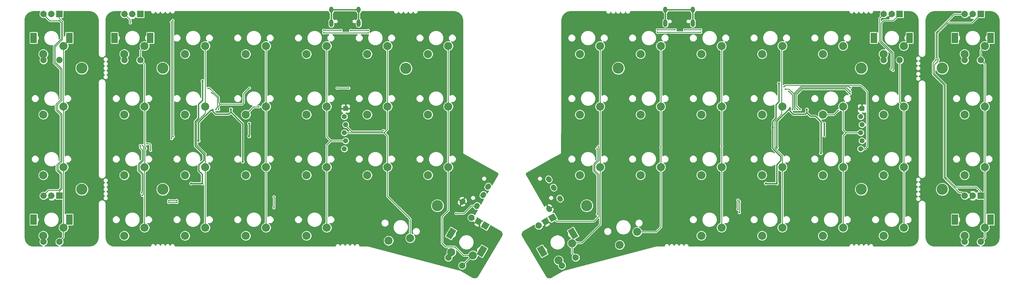
<source format=gtl>
G04 #@! TF.GenerationSoftware,KiCad,Pcbnew,(5.1.4-0-10_14)*
G04 #@! TF.CreationDate,2020-08-09T17:16:06-05:00*
G04 #@! TF.ProjectId,Dori,446f7269-2e6b-4696-9361-645f70636258,rev?*
G04 #@! TF.SameCoordinates,Original*
G04 #@! TF.FileFunction,Copper,L1,Top*
G04 #@! TF.FilePolarity,Positive*
%FSLAX46Y46*%
G04 Gerber Fmt 4.6, Leading zero omitted, Abs format (unit mm)*
G04 Created by KiCad (PCBNEW (5.1.4-0-10_14)) date 2020-08-09 17:16:06*
%MOMM*%
%LPD*%
G04 APERTURE LIST*
%ADD10C,2.540000*%
%ADD11C,3.500000*%
%ADD12C,2.000000*%
%ADD13R,2.000000X3.200000*%
%ADD14R,2.000000X2.000000*%
%ADD15C,1.600000*%
%ADD16C,1.600000*%
%ADD17C,0.100000*%
%ADD18C,1.600200*%
%ADD19O,1.300000X2.400000*%
%ADD20O,1.300000X1.900000*%
%ADD21C,0.500000*%
%ADD22C,0.700000*%
%ADD23C,0.250000*%
%ADD24C,0.400000*%
%ADD25C,0.254000*%
G04 APERTURE END LIST*
D10*
X180816250Y-95567500D03*
X187166250Y-93027500D03*
X98266250Y-95567500D03*
X104616250Y-93027500D03*
X285591250Y-95567500D03*
X291941250Y-93027500D03*
X266541250Y-95567500D03*
X272891250Y-93027500D03*
X218916250Y-76517500D03*
X225266250Y-73977500D03*
X387191250Y-57467500D03*
X393541250Y-54927500D03*
X387191250Y-76517500D03*
X393541250Y-73977500D03*
D11*
X380206250Y-100012500D03*
X380206250Y-61912500D03*
D12*
X361831250Y-59387500D03*
X366831250Y-59387500D03*
D13*
X358731250Y-52387500D03*
X369931250Y-52387500D03*
D12*
X361831250Y-44887500D03*
X364331250Y-44887500D03*
D14*
X366831250Y-44887500D03*
D12*
X387256650Y-116524800D03*
X392256650Y-116524800D03*
D13*
X384156650Y-109524800D03*
X395356650Y-109524800D03*
D12*
X387256650Y-102024800D03*
X389756650Y-102024800D03*
D14*
X392256650Y-102024800D03*
D12*
X387256650Y-59374800D03*
X392256650Y-59374800D03*
D13*
X384156650Y-52374800D03*
X395356650Y-52374800D03*
D12*
X387256650Y-44874800D03*
X389756650Y-44874800D03*
D14*
X392256650Y-44874800D03*
D10*
X387191250Y-114617500D03*
X393541250Y-112077500D03*
X387191250Y-95567500D03*
X393541250Y-93027500D03*
X323691250Y-114617500D03*
X330041250Y-112077500D03*
D11*
X110331250Y-100012500D03*
X354806250Y-61912500D03*
D15*
X256864392Y-106186087D03*
D16*
X256764392Y-106012882D02*
X256964392Y-106359292D01*
D15*
X260298108Y-102933459D03*
D16*
X260198108Y-102760254D02*
X260398108Y-103106664D01*
D15*
X256798108Y-96871281D03*
D16*
X256698108Y-96698076D02*
X256898108Y-97044486D01*
D15*
X258298108Y-99469358D03*
D16*
X258198108Y-99296153D02*
X258398108Y-99642563D01*
D15*
X236223108Y-101769358D03*
D16*
X236323108Y-101596153D02*
X236123108Y-101942563D01*
D15*
X237723108Y-99171281D03*
D16*
X237823108Y-98998076D02*
X237623108Y-99344486D01*
D15*
X234223108Y-105233459D03*
D16*
X234323108Y-105060254D02*
X234123108Y-105406664D01*
D15*
X229689392Y-103886087D03*
D16*
X229789392Y-103712882D02*
X229589392Y-104059292D01*
D12*
X98331650Y-116524800D03*
X103331650Y-116524800D03*
D13*
X95231650Y-109524800D03*
X106431650Y-109524800D03*
D12*
X98331650Y-102024800D03*
X100831650Y-102024800D03*
D14*
X103331650Y-102024800D03*
D12*
X98331650Y-59374800D03*
X103331650Y-59374800D03*
D13*
X95231650Y-52374800D03*
X106431650Y-52374800D03*
D12*
X98331650Y-44874800D03*
X100831650Y-44874800D03*
D14*
X103331650Y-44874800D03*
D10*
X98266250Y-114617500D03*
X104616250Y-112077500D03*
X98266250Y-76517500D03*
X104616250Y-73977500D03*
X98266250Y-57467500D03*
X104616250Y-54927500D03*
D17*
G36*
X355448712Y-73791826D02*
G01*
X355487546Y-73797587D01*
X355525628Y-73807126D01*
X355562593Y-73820352D01*
X355598082Y-73837137D01*
X355631756Y-73857321D01*
X355663289Y-73880707D01*
X355692378Y-73907072D01*
X355718743Y-73936161D01*
X355742129Y-73967694D01*
X355762313Y-74001368D01*
X355779098Y-74036857D01*
X355792324Y-74073822D01*
X355801863Y-74111904D01*
X355807624Y-74150738D01*
X355809550Y-74189950D01*
X355809550Y-74990050D01*
X355807624Y-75029262D01*
X355801863Y-75068096D01*
X355792324Y-75106178D01*
X355779098Y-75143143D01*
X355762313Y-75178632D01*
X355742129Y-75212306D01*
X355718743Y-75243839D01*
X355692378Y-75272928D01*
X355663289Y-75299293D01*
X355631756Y-75322679D01*
X355598082Y-75342863D01*
X355562593Y-75359648D01*
X355525628Y-75372874D01*
X355487546Y-75382413D01*
X355448712Y-75388174D01*
X355409500Y-75390100D01*
X354609400Y-75390100D01*
X354570188Y-75388174D01*
X354531354Y-75382413D01*
X354493272Y-75372874D01*
X354456307Y-75359648D01*
X354420818Y-75342863D01*
X354387144Y-75322679D01*
X354355611Y-75299293D01*
X354326522Y-75272928D01*
X354300157Y-75243839D01*
X354276771Y-75212306D01*
X354256587Y-75178632D01*
X354239802Y-75143143D01*
X354226576Y-75106178D01*
X354217037Y-75068096D01*
X354211276Y-75029262D01*
X354209350Y-74990050D01*
X354209350Y-74189950D01*
X354211276Y-74150738D01*
X354217037Y-74111904D01*
X354226576Y-74073822D01*
X354239802Y-74036857D01*
X354256587Y-74001368D01*
X354276771Y-73967694D01*
X354300157Y-73936161D01*
X354326522Y-73907072D01*
X354355611Y-73880707D01*
X354387144Y-73857321D01*
X354420818Y-73837137D01*
X354456307Y-73820352D01*
X354493272Y-73807126D01*
X354531354Y-73797587D01*
X354570188Y-73791826D01*
X354609400Y-73789900D01*
X355409500Y-73789900D01*
X355448712Y-73791826D01*
X355448712Y-73791826D01*
G37*
D18*
X355009450Y-74590000D03*
X354603050Y-77130000D03*
X355009450Y-79670000D03*
X354603050Y-82210000D03*
X355009450Y-84750000D03*
X354603050Y-87290000D03*
D19*
X293356250Y-47712500D03*
D20*
X293356250Y-43512500D03*
X301956250Y-43512500D03*
D19*
X301956250Y-47712500D03*
X293356250Y-47712500D03*
D11*
X221853125Y-105171875D03*
D12*
X260891186Y-123993428D03*
X265221314Y-121493428D03*
X254706508Y-119481250D03*
D17*
G36*
X253040483Y-118595609D02*
G01*
X254772533Y-117595609D01*
X256372533Y-120366891D01*
X254640483Y-121366891D01*
X253040483Y-118595609D01*
X253040483Y-118595609D01*
G37*
D12*
X264405992Y-113881250D03*
D17*
G36*
X262739967Y-112995609D02*
G01*
X264472017Y-111995609D01*
X266072017Y-114766891D01*
X264339967Y-115766891D01*
X262739967Y-112995609D01*
X262739967Y-112995609D01*
G37*
D12*
X253641186Y-111436059D03*
X255806250Y-110186059D03*
X257971314Y-108936059D03*
D17*
G36*
X256605289Y-108570034D02*
G01*
X258337339Y-107570034D01*
X259337339Y-109302084D01*
X257605289Y-110302084D01*
X256605289Y-108570034D01*
X256605289Y-108570034D01*
G37*
D12*
X225316186Y-121493428D03*
X229646314Y-123993428D03*
X226131508Y-113881250D03*
D17*
G36*
X226065483Y-111995609D02*
G01*
X227797533Y-112995609D01*
X226197533Y-115766891D01*
X224465483Y-114766891D01*
X226065483Y-111995609D01*
X226065483Y-111995609D01*
G37*
D12*
X235830992Y-119481250D03*
D17*
G36*
X235764967Y-117595609D02*
G01*
X237497017Y-118595609D01*
X235897017Y-121366891D01*
X234164967Y-120366891D01*
X235764967Y-117595609D01*
X235764967Y-117595609D01*
G37*
D12*
X232566186Y-108936059D03*
X234731250Y-110186059D03*
X236896314Y-111436059D03*
D17*
G36*
X236530289Y-110070034D02*
G01*
X238262339Y-111070034D01*
X237262339Y-112802084D01*
X235530289Y-111802084D01*
X236530289Y-110070034D01*
X236530289Y-110070034D01*
G37*
D12*
X123706250Y-59387500D03*
X128706250Y-59387500D03*
D13*
X120606250Y-52387500D03*
X131806250Y-52387500D03*
D12*
X123706250Y-44887500D03*
X126206250Y-44887500D03*
D14*
X128706250Y-44887500D03*
D17*
G36*
X193523712Y-73791826D02*
G01*
X193562546Y-73797587D01*
X193600628Y-73807126D01*
X193637593Y-73820352D01*
X193673082Y-73837137D01*
X193706756Y-73857321D01*
X193738289Y-73880707D01*
X193767378Y-73907072D01*
X193793743Y-73936161D01*
X193817129Y-73967694D01*
X193837313Y-74001368D01*
X193854098Y-74036857D01*
X193867324Y-74073822D01*
X193876863Y-74111904D01*
X193882624Y-74150738D01*
X193884550Y-74189950D01*
X193884550Y-74990050D01*
X193882624Y-75029262D01*
X193876863Y-75068096D01*
X193867324Y-75106178D01*
X193854098Y-75143143D01*
X193837313Y-75178632D01*
X193817129Y-75212306D01*
X193793743Y-75243839D01*
X193767378Y-75272928D01*
X193738289Y-75299293D01*
X193706756Y-75322679D01*
X193673082Y-75342863D01*
X193637593Y-75359648D01*
X193600628Y-75372874D01*
X193562546Y-75382413D01*
X193523712Y-75388174D01*
X193484500Y-75390100D01*
X192684400Y-75390100D01*
X192645188Y-75388174D01*
X192606354Y-75382413D01*
X192568272Y-75372874D01*
X192531307Y-75359648D01*
X192495818Y-75342863D01*
X192462144Y-75322679D01*
X192430611Y-75299293D01*
X192401522Y-75272928D01*
X192375157Y-75243839D01*
X192351771Y-75212306D01*
X192331587Y-75178632D01*
X192314802Y-75143143D01*
X192301576Y-75106178D01*
X192292037Y-75068096D01*
X192286276Y-75029262D01*
X192284350Y-74990050D01*
X192284350Y-74189950D01*
X192286276Y-74150738D01*
X192292037Y-74111904D01*
X192301576Y-74073822D01*
X192314802Y-74036857D01*
X192331587Y-74001368D01*
X192351771Y-73967694D01*
X192375157Y-73936161D01*
X192401522Y-73907072D01*
X192430611Y-73880707D01*
X192462144Y-73857321D01*
X192495818Y-73837137D01*
X192531307Y-73820352D01*
X192568272Y-73807126D01*
X192606354Y-73797587D01*
X192645188Y-73791826D01*
X192684400Y-73789900D01*
X193484500Y-73789900D01*
X193523712Y-73791826D01*
X193523712Y-73791826D01*
G37*
D18*
X193084450Y-74590000D03*
X192678050Y-77130000D03*
X193084450Y-79670000D03*
X192678050Y-82210000D03*
X193084450Y-84750000D03*
X192678050Y-87290000D03*
D19*
X188581250Y-47712500D03*
X197181250Y-47712500D03*
D20*
X197181250Y-43512500D03*
X188581250Y-43512500D03*
D19*
X188581250Y-47712500D03*
D10*
X123666250Y-57467500D03*
X130016250Y-54927500D03*
X142716250Y-57467500D03*
X149066250Y-54927500D03*
X161766250Y-57467500D03*
X168116250Y-54927500D03*
X187166250Y-54927500D03*
X180816250Y-57467500D03*
X199866250Y-57467500D03*
X206216250Y-54927500D03*
X218916250Y-57467500D03*
X225266250Y-54927500D03*
X266541250Y-57467500D03*
X272891250Y-54927500D03*
X285591250Y-57467500D03*
X291941250Y-54927500D03*
X304641250Y-57467500D03*
X310991250Y-54927500D03*
X323691250Y-57467500D03*
X330041250Y-54927500D03*
X342741250Y-57467500D03*
X349091250Y-54927500D03*
X361791250Y-57467500D03*
X368141250Y-54927500D03*
X123666250Y-76517500D03*
X130016250Y-73977500D03*
X142716250Y-76517500D03*
X149066250Y-73977500D03*
X161766250Y-76517500D03*
X168116250Y-73977500D03*
X180816250Y-76517500D03*
X187166250Y-73977500D03*
X199866250Y-76517500D03*
X206216250Y-73977500D03*
X266541250Y-76517500D03*
X272891250Y-73977500D03*
X285591250Y-76517500D03*
X291941250Y-73977500D03*
X304641250Y-76517500D03*
X310991250Y-73977500D03*
X323691250Y-76517500D03*
X330041250Y-73977500D03*
X342741250Y-76517500D03*
X349091250Y-73977500D03*
X361791250Y-76517500D03*
X368141250Y-73977500D03*
X123666250Y-95580200D03*
X130016250Y-93040200D03*
X142716250Y-95567500D03*
X149066250Y-93027500D03*
X161766250Y-95567500D03*
X168116250Y-93027500D03*
X199866250Y-95567500D03*
X206216250Y-93027500D03*
X218916250Y-95567500D03*
X225266250Y-93027500D03*
X304641250Y-95567500D03*
X310991250Y-93027500D03*
X323691250Y-95567500D03*
X330041250Y-93027500D03*
X342741250Y-95567500D03*
X349091250Y-93027500D03*
X123666250Y-114617500D03*
X130016250Y-112077500D03*
X142716250Y-114617500D03*
X149066250Y-112077500D03*
X161766250Y-114617500D03*
X168116250Y-112077500D03*
X180816250Y-114617500D03*
X187166250Y-112077500D03*
X206547676Y-116173946D03*
X213338706Y-115363995D03*
X232982460Y-120784253D03*
X226213198Y-119808958D03*
X279033852Y-117501895D03*
X284510080Y-113404942D03*
X304641250Y-114617500D03*
X310991250Y-112077500D03*
X342741250Y-114617500D03*
X349091250Y-112077500D03*
X259880898Y-122374358D03*
X264110160Y-116999653D03*
X361791250Y-95580200D03*
X368141250Y-93040200D03*
X361791250Y-114617500D03*
X368141250Y-112077500D03*
D11*
X135731250Y-61912500D03*
X211931250Y-61940000D03*
X135731250Y-100012500D03*
X278606250Y-61912500D03*
X268684375Y-105171875D03*
X354806250Y-100012500D03*
X110331250Y-61912500D03*
D21*
X165900000Y-74050000D03*
X347500000Y-75250000D03*
D22*
X151433000Y-75057000D03*
X146968002Y-84738002D03*
X160782000Y-91313000D03*
X148082000Y-98171000D03*
X144653000Y-98171000D03*
X157100000Y-74800000D03*
X148200000Y-65950000D03*
D21*
X194650000Y-50000000D03*
X200150000Y-50000000D03*
X191600000Y-49950000D03*
X186200000Y-49950000D03*
X124184996Y-47554996D03*
X125857000Y-49276000D03*
X141859000Y-85852000D03*
X189650000Y-51400000D03*
X141850000Y-79850000D03*
X227661908Y-107572000D03*
X299400000Y-49800000D03*
X304400000Y-49800000D03*
X296400000Y-49800000D03*
X290850000Y-49800000D03*
X330550000Y-67750000D03*
X204862000Y-81534000D03*
X153211000Y-74930000D03*
X162873377Y-68131377D03*
X149987000Y-68199000D03*
X194050000Y-68150000D03*
X190400000Y-68150000D03*
X151070999Y-69575002D03*
X152417499Y-74930000D03*
X186200000Y-50800000D03*
X200150000Y-50800000D03*
X130351000Y-87122000D03*
X131893999Y-87736002D03*
X130750999Y-85704002D03*
X170610000Y-102362000D03*
X170561000Y-105791000D03*
X333983000Y-74930000D03*
X330962000Y-68450000D03*
X351282000Y-68072000D03*
X333221000Y-74930000D03*
X332133000Y-69215000D03*
X290850000Y-50600000D03*
X304400000Y-50600000D03*
X291941250Y-86804367D03*
X310991250Y-86379000D03*
X316076000Y-106299000D03*
X316079000Y-103378000D03*
X316551623Y-107374377D03*
X316584000Y-103786000D03*
X389763000Y-98679000D03*
X322326000Y-85598000D03*
X390779000Y-47244000D03*
X347250000Y-77100000D03*
X338750000Y-70500000D03*
X294400000Y-51105000D03*
D22*
X332400000Y-74490000D03*
X328331500Y-86931500D03*
X324866000Y-98171000D03*
X328295000Y-98171000D03*
X342138000Y-88646000D03*
X337700000Y-74900000D03*
X328950000Y-66700000D03*
X327050000Y-80600000D03*
X162819998Y-79305002D03*
X162800000Y-83300000D03*
D21*
X343177000Y-79223000D03*
X343200000Y-83200000D03*
X138984990Y-83439000D03*
X138860000Y-46863000D03*
X138352000Y-47371000D03*
X103300000Y-46990000D03*
X138479990Y-84057982D03*
X125534048Y-47634303D03*
X335661000Y-74930000D03*
X351282000Y-69977000D03*
X364744000Y-62611000D03*
X378841000Y-59309000D03*
X334772000Y-74930000D03*
X351282000Y-69215000D03*
X364109000Y-62103000D03*
X378206000Y-59309000D03*
X137590000Y-104140000D03*
X140130000Y-104140000D03*
X129350698Y-101927302D03*
X129413000Y-86233000D03*
X137590000Y-103509997D03*
X140130000Y-103505000D03*
X128651000Y-86233000D03*
X129084989Y-101092000D03*
X272300000Y-86550000D03*
X271863724Y-87265276D03*
X271964989Y-107823000D03*
D23*
X164233750Y-74050000D02*
X165900000Y-74050000D01*
X161766250Y-76517500D02*
X164233750Y-74050000D01*
X346232500Y-76517500D02*
X347500000Y-75250000D01*
X342741250Y-76517500D02*
X346232500Y-76517500D01*
D24*
X150798001Y-75057000D02*
X146968002Y-78886998D01*
X151433000Y-75057000D02*
X150798001Y-75057000D01*
X146968002Y-78886998D02*
X146968002Y-84738002D01*
X148082000Y-98171000D02*
X144653000Y-98171000D01*
X151433000Y-75551974D02*
X152231026Y-76350000D01*
X151433000Y-75057000D02*
X151433000Y-75551974D01*
X152231026Y-76350000D02*
X156450000Y-76350000D01*
X157100000Y-75700000D02*
X157100000Y-74800000D01*
X156450000Y-76350000D02*
X157100000Y-75700000D01*
X160267000Y-78867000D02*
X157100000Y-75700000D01*
X148611240Y-89028719D02*
X148611240Y-90838760D01*
X145907991Y-86325470D02*
X148611240Y-89028719D01*
X148200000Y-65950000D02*
X148200000Y-71950000D01*
X160782000Y-79382000D02*
X160267000Y-78867000D01*
X160782000Y-91313000D02*
X160782000Y-79382000D01*
X146900000Y-73250000D02*
X146900000Y-77668040D01*
X145907991Y-78607991D02*
X145907991Y-86325470D01*
X145960049Y-78607991D02*
X145907991Y-78607991D01*
X146900000Y-77668040D02*
X145960049Y-78607991D01*
X148200000Y-71950000D02*
X146900000Y-73250000D01*
X148082000Y-98171000D02*
X148082000Y-95282000D01*
X147050000Y-94250000D02*
X147050000Y-92400000D01*
X148082000Y-95282000D02*
X147050000Y-94250000D01*
X148611240Y-90838760D02*
X147050000Y-92400000D01*
D23*
X194650000Y-50000000D02*
X200150000Y-50000000D01*
X191600000Y-49950000D02*
X186200000Y-49950000D01*
X124184996Y-47603996D02*
X125857000Y-49276000D01*
X124184996Y-47554996D02*
X124184996Y-47603996D01*
X230199057Y-107572000D02*
X227661908Y-107572000D01*
X232537598Y-105233459D02*
X230199057Y-107572000D01*
X234223108Y-105233459D02*
X232537598Y-105233459D01*
X299400000Y-49800000D02*
X304400000Y-49800000D01*
X296400000Y-49800000D02*
X290850000Y-49800000D01*
X330874186Y-67270814D02*
X330829186Y-67270814D01*
X330874186Y-67425814D02*
X330550000Y-67750000D01*
X330874186Y-67270814D02*
X330874186Y-67425814D01*
X356616000Y-86614000D02*
X355940000Y-87290000D01*
X356616000Y-69266000D02*
X356616000Y-86614000D01*
X355940000Y-87290000D02*
X354336800Y-87290000D01*
X354620814Y-67270814D02*
X356616000Y-69266000D01*
X330874186Y-67270814D02*
X354620814Y-67270814D01*
X192863200Y-79670000D02*
X195023190Y-81829990D01*
X204566010Y-81829990D02*
X204862000Y-81534000D01*
X195023190Y-81829990D02*
X204566010Y-81829990D01*
X225266250Y-54927500D02*
X225266250Y-103917750D01*
X230004253Y-120784253D02*
X232982460Y-120784253D01*
X227342701Y-118122701D02*
X230004253Y-120784253D01*
X224421701Y-118122701D02*
X227342701Y-118122701D01*
X223316799Y-117017799D02*
X224421701Y-118122701D01*
X232855489Y-120784253D02*
X232982460Y-120784253D01*
X229646314Y-123993428D02*
X232855489Y-120784253D01*
X225266250Y-103917750D02*
X225266250Y-106711750D01*
X225266250Y-106711750D02*
X223316799Y-108661201D01*
X223316799Y-108661201D02*
X223316799Y-117017799D01*
X205127500Y-82210000D02*
X206216250Y-81121250D01*
X192456800Y-82210000D02*
X205127500Y-82210000D01*
X206216250Y-54927500D02*
X206216250Y-81121250D01*
X206216250Y-83298750D02*
X205127500Y-82210000D01*
X206216250Y-102203250D02*
X206216250Y-83298750D01*
X213338706Y-109325706D02*
X206216250Y-102203250D01*
X213338706Y-115363995D02*
X213338706Y-109325706D01*
X187166250Y-112077500D02*
X187166250Y-86010750D01*
X188427000Y-84750000D02*
X187166250Y-86010750D01*
X192863200Y-84750000D02*
X188427000Y-84750000D01*
X187166250Y-83489250D02*
X188427000Y-84750000D01*
X187166250Y-54927500D02*
X187166250Y-83489250D01*
X153765029Y-73232971D02*
X153211000Y-73787000D01*
X153211000Y-72678942D02*
X153765029Y-73232971D01*
X153211000Y-70967601D02*
X153211000Y-72678942D01*
X153185601Y-70967601D02*
X150417000Y-68199000D01*
X153211000Y-70967601D02*
X153185601Y-70967601D01*
X153211000Y-73787000D02*
X153211000Y-74930000D01*
X149987000Y-68199000D02*
X150417000Y-68199000D01*
X161085000Y-69919754D02*
X162873377Y-68131377D01*
X160623029Y-73232971D02*
X161085000Y-72771000D01*
X161085000Y-72771000D02*
X161085000Y-69919754D01*
X153765029Y-73232971D02*
X160623029Y-73232971D01*
X194050000Y-68150000D02*
X190400000Y-68150000D01*
X152417499Y-74563491D02*
X152417499Y-74930000D01*
X151070999Y-69575002D02*
X151320998Y-69825001D01*
X151320998Y-69825001D02*
X151505587Y-69825001D01*
X152830990Y-71150404D02*
X152830990Y-74150000D01*
X152830990Y-74150000D02*
X152417499Y-74563491D01*
X151505587Y-69825001D02*
X152830990Y-71150404D01*
X186200000Y-50800000D02*
X200150000Y-50800000D01*
X130351000Y-87122000D02*
X130052499Y-86823499D01*
X130052499Y-74062502D02*
X129969999Y-73980002D01*
X130052499Y-86823499D02*
X130052499Y-74062502D01*
X130351000Y-87122000D02*
X130052499Y-87420501D01*
X130052499Y-92897502D02*
X129969999Y-92980002D01*
X130052499Y-87420501D02*
X130052499Y-92897502D01*
X129969999Y-111979622D02*
X129969619Y-111980002D01*
X129969999Y-92980002D02*
X129969999Y-111979622D01*
X128706250Y-56237500D02*
X128706250Y-59387500D01*
X130016250Y-54927500D02*
X128706250Y-56237500D01*
X130016250Y-60697500D02*
X128706250Y-59387500D01*
X130016250Y-73977500D02*
X130016250Y-60697500D01*
X131893999Y-86493449D02*
X131893999Y-87736002D01*
X130750999Y-85704002D02*
X131600002Y-85704002D01*
X131893999Y-85997999D02*
X131893999Y-86493449D01*
X131600002Y-85704002D02*
X131893999Y-85997999D01*
X170610000Y-102997000D02*
X170610000Y-105156000D01*
X170610000Y-102362000D02*
X170610000Y-102997000D01*
X170610000Y-105742000D02*
X170561000Y-105791000D01*
X170610000Y-105156000D02*
X170610000Y-105742000D01*
X168116250Y-54927500D02*
X168116250Y-112077500D01*
X368141250Y-112077500D02*
X368141250Y-73977500D01*
X366831250Y-72667500D02*
X368141250Y-73977500D01*
X366831250Y-59387500D02*
X366831250Y-72667500D01*
X354336800Y-82210000D02*
X350026000Y-82210000D01*
X349091250Y-81275250D02*
X350026000Y-82210000D01*
X349091250Y-73977500D02*
X349091250Y-81275250D01*
X349091250Y-83144750D02*
X350026000Y-82210000D01*
X349091250Y-93027500D02*
X349091250Y-83144750D01*
X349091250Y-93027500D02*
X349091250Y-112077500D01*
X329849169Y-73979812D02*
X329849169Y-54979862D01*
X329849169Y-76397351D02*
X329849169Y-73979812D01*
X327710000Y-78536519D02*
X329849169Y-76397351D01*
X327710000Y-87199000D02*
X327710000Y-78536519D01*
X330041250Y-89530250D02*
X327710000Y-87199000D01*
X330041250Y-93027500D02*
X330041250Y-89530250D01*
X330041250Y-93027500D02*
X330041250Y-112077500D01*
X333983000Y-74930000D02*
X333601010Y-74548010D01*
X333601010Y-74548010D02*
X333601010Y-69935608D01*
X333601010Y-69935608D02*
X333643392Y-69935608D01*
X333643392Y-69935608D02*
X335928176Y-67650824D01*
X335928176Y-67650824D02*
X346769824Y-67650824D01*
X332115402Y-68450000D02*
X330962000Y-68450000D01*
X332746701Y-69081299D02*
X332115402Y-68450000D01*
X333601010Y-69935608D02*
X332746701Y-69081299D01*
X350860824Y-67650824D02*
X351282000Y-68072000D01*
X346769824Y-67650824D02*
X350860824Y-67650824D01*
X333221000Y-74930000D02*
X333221000Y-70231000D01*
X332205000Y-69215000D02*
X332133000Y-69215000D01*
X333221000Y-70231000D02*
X332205000Y-69215000D01*
X290850000Y-50600000D02*
X304400000Y-50600000D01*
X291941250Y-54927500D02*
X291941250Y-111888751D01*
X290425059Y-113404942D02*
X291941250Y-111888751D01*
X284510080Y-113404942D02*
X290425059Y-113404942D01*
X310991250Y-54927500D02*
X310991250Y-112077500D01*
X316073001Y-104396999D02*
X316076000Y-104394000D01*
X316076000Y-104399998D02*
X316073001Y-104396999D01*
X316076000Y-106299000D02*
X316076000Y-104399998D01*
X316079000Y-104396998D02*
X316076000Y-104399998D01*
X316079000Y-103378000D02*
X316079000Y-104396998D01*
X316584000Y-104902000D02*
X316581000Y-104899000D01*
X316581000Y-107345000D02*
X316551623Y-107374377D01*
X316581000Y-104899000D02*
X316581000Y-107345000D01*
X316581000Y-103789000D02*
X316584000Y-103786000D01*
X316581000Y-104899000D02*
X316581000Y-103789000D01*
X149066250Y-76145271D02*
X146363001Y-78848518D01*
X149066250Y-73977500D02*
X149066250Y-76145271D01*
X149066250Y-73977500D02*
X149066250Y-54927500D01*
X149066250Y-88840248D02*
X146363001Y-86136999D01*
X149066250Y-93027500D02*
X149066250Y-88840248D01*
X146363001Y-78848518D02*
X146363001Y-86136999D01*
X149066250Y-112077500D02*
X149066250Y-93027500D01*
X272891250Y-54927500D02*
X272891250Y-93027500D01*
X272891250Y-93027500D02*
X272891250Y-111093415D01*
X267167462Y-116817204D02*
X268001833Y-115982833D01*
X264110160Y-116817204D02*
X267167462Y-116817204D01*
X272891250Y-111093415D02*
X268001833Y-115982833D01*
X264110160Y-120199825D02*
X265221314Y-121310979D01*
X264110160Y-116817204D02*
X264110160Y-120199825D01*
D24*
X328331500Y-78558500D02*
X328667000Y-78223000D01*
X328331500Y-86931500D02*
X328331500Y-78558500D01*
X328667000Y-78223000D02*
X332400000Y-74490000D01*
X324866000Y-98171000D02*
X328295000Y-98171000D01*
X332400000Y-74490000D02*
X332400000Y-75350000D01*
X332400000Y-75350000D02*
X333400000Y-76350000D01*
X333400000Y-76350000D02*
X337250000Y-76350000D01*
X337700000Y-75900000D02*
X337700000Y-74900000D01*
X337250000Y-76350000D02*
X337700000Y-75900000D01*
X338800000Y-77000000D02*
X337700000Y-75900000D01*
X342138000Y-78738000D02*
X340400000Y-77000000D01*
X340400000Y-77000000D02*
X338800000Y-77000000D01*
X342138000Y-88646000D02*
X342138000Y-78738000D01*
X327050000Y-87182481D02*
X327050000Y-80600000D01*
X329586240Y-89718720D02*
X327050000Y-87182481D01*
X329586240Y-90963760D02*
X329586240Y-89718720D01*
X328950000Y-72450000D02*
X328950000Y-66700000D01*
X328025000Y-73375000D02*
X328950000Y-72450000D01*
X328025000Y-77578039D02*
X328025000Y-73375000D01*
X327050000Y-78553038D02*
X328025000Y-77578039D01*
X327050000Y-80600000D02*
X327050000Y-78553038D01*
X328295000Y-92255000D02*
X329586240Y-90963760D01*
X328295000Y-98171000D02*
X328295000Y-92255000D01*
X162819998Y-83280002D02*
X162800000Y-83300000D01*
X162819998Y-79305002D02*
X162819998Y-83280002D01*
X343177000Y-83177000D02*
X343200000Y-83200000D01*
X343177000Y-79223000D02*
X343177000Y-83177000D01*
D23*
X138984990Y-83439000D02*
X138984990Y-83085447D01*
X138984990Y-83085447D02*
X138860000Y-82960457D01*
X138860000Y-82960457D02*
X138860000Y-46863000D01*
X104104579Y-95087579D02*
X104104579Y-99797519D01*
X102870000Y-92456000D02*
X102870000Y-93853000D01*
X104104580Y-91221420D02*
X102870000Y-92456000D01*
X102870000Y-93853000D02*
X104104579Y-95087579D01*
X104104580Y-76407580D02*
X104104580Y-91221420D01*
X102627000Y-74930000D02*
X104104580Y-76407580D01*
X102627000Y-73444000D02*
X102627000Y-74930000D01*
X101970085Y-60011085D02*
X104062000Y-62103000D01*
X103225086Y-46177162D02*
X104291924Y-47244000D01*
X104062000Y-72009000D02*
X102627000Y-73444000D01*
X101970085Y-55177915D02*
X101970085Y-60011085D01*
X104291924Y-47244000D02*
X104291924Y-52856076D01*
X103225086Y-100677012D02*
X103225086Y-101927012D01*
X104291924Y-52856076D02*
X101970085Y-55177915D01*
X104104579Y-99797519D02*
X103225086Y-100677012D01*
X104062000Y-62103000D02*
X104062000Y-72009000D01*
X103225086Y-44927162D02*
X103225086Y-46177162D01*
X123685399Y-45785654D02*
X123685399Y-44927302D01*
X98225086Y-44927162D02*
X100251169Y-46953245D01*
X103263245Y-46953245D02*
X103300000Y-46990000D01*
X100251169Y-46953245D02*
X103263245Y-46953245D01*
X138479990Y-47498990D02*
X138352000Y-47371000D01*
X138479990Y-84057982D02*
X138479990Y-47498990D01*
X125534048Y-46715298D02*
X125534048Y-47634303D01*
X123706250Y-44887500D02*
X125534048Y-46715298D01*
X99822098Y-100330000D02*
X98225086Y-101927012D01*
X103034684Y-100330000D02*
X99822098Y-100330000D01*
X103724570Y-99640114D02*
X103034684Y-100330000D01*
X102489990Y-94010405D02*
X103724569Y-95244984D01*
X102489990Y-92298595D02*
X102489990Y-94010405D01*
X103724570Y-76564984D02*
X103724570Y-91064016D01*
X102246000Y-75086414D02*
X103724570Y-76564984D01*
X103681990Y-62260405D02*
X103681990Y-66674010D01*
X103681000Y-71852586D02*
X102604675Y-72928910D01*
X103724569Y-95244984D02*
X103724570Y-99640114D01*
X103911914Y-47601914D02*
X103911914Y-52698671D01*
X103681000Y-66675000D02*
X103681000Y-71852586D01*
X103724570Y-91064016D02*
X102489990Y-92298595D01*
X103911914Y-52698671D02*
X101590075Y-55020510D01*
X101590075Y-55020510D02*
X101590075Y-60168490D01*
X103681990Y-66674010D02*
X103681000Y-66675000D01*
X102604675Y-72928910D02*
X102596090Y-72928910D01*
X101590075Y-60168490D02*
X103681990Y-62260405D01*
X102246000Y-73279000D02*
X102246000Y-75086414D01*
X102596090Y-72928910D02*
X102246000Y-73279000D01*
X103300000Y-46990000D02*
X103911914Y-47601914D01*
X335661000Y-74930000D02*
X334361030Y-73630030D01*
X334361030Y-73630030D02*
X334361030Y-70292799D01*
X334361030Y-70292799D02*
X336242985Y-68410844D01*
X349715844Y-68410844D02*
X351282000Y-69977000D01*
X336242985Y-68410844D02*
X349715844Y-68410844D01*
X361823000Y-46863000D02*
X360944480Y-47741520D01*
X364744000Y-57118606D02*
X364744000Y-57277000D01*
X360944480Y-53319086D02*
X364744000Y-57118606D01*
X360944480Y-47741520D02*
X360944480Y-53319086D01*
X364744000Y-62611000D02*
X364744000Y-57277000D01*
X381127000Y-96139000D02*
X384302000Y-99314000D01*
X381127000Y-72517000D02*
X381127000Y-96139000D01*
X381126010Y-72516010D02*
X381127000Y-72517000D01*
X381126010Y-67055010D02*
X381126010Y-72516010D01*
X377698000Y-60805553D02*
X377698000Y-63627000D01*
X378841000Y-59662553D02*
X377698000Y-60805553D01*
X377698000Y-63627000D02*
X381126010Y-67055010D01*
X378841000Y-59309000D02*
X378841000Y-59662553D01*
X366831250Y-44887500D02*
X366831250Y-44902750D01*
X364871000Y-46863000D02*
X364363000Y-46863000D01*
X366831250Y-44902750D02*
X364871000Y-46863000D01*
X364363000Y-46863000D02*
X361823000Y-46863000D01*
X364628631Y-46863000D02*
X364363000Y-46863000D01*
X390795850Y-99314000D02*
X390525000Y-99314000D01*
X392256650Y-100774800D02*
X390795850Y-99314000D01*
X392256650Y-102024800D02*
X392256650Y-100774800D01*
X390525000Y-99314000D02*
X390649400Y-99314000D01*
X384302000Y-99314000D02*
X390525000Y-99314000D01*
X378841000Y-58801990D02*
X378841000Y-59309000D01*
X378586010Y-58547000D02*
X378841000Y-58801990D01*
X378586010Y-50830404D02*
X378586010Y-58547000D01*
X381791414Y-47625000D02*
X378586010Y-50830404D01*
X392256650Y-44877350D02*
X389509000Y-47625000D01*
X392256650Y-44874800D02*
X392256650Y-44877350D01*
X389509000Y-47625000D02*
X381791414Y-47625000D01*
X334772000Y-74930000D02*
X333981020Y-74139020D01*
X333981020Y-74139020D02*
X333981020Y-70135395D01*
X333981020Y-70135395D02*
X336085581Y-68030834D01*
X350097834Y-68030834D02*
X351282000Y-69215000D01*
X336085581Y-68030834D02*
X350097834Y-68030834D01*
X364109000Y-62103000D02*
X364363990Y-61848010D01*
X360564470Y-53476490D02*
X364363990Y-57276010D01*
X364363990Y-61848010D02*
X364363990Y-57276010D01*
X383951700Y-44927300D02*
X378206000Y-50673000D01*
X387025400Y-44927300D02*
X383951700Y-44927300D01*
X378206000Y-59309000D02*
X378206000Y-50673000D01*
X380746000Y-96295414D02*
X385390587Y-100940001D01*
X380746000Y-67212414D02*
X380746000Y-96295414D01*
X377317991Y-63784405D02*
X380746000Y-67212414D01*
X377317991Y-60197009D02*
X377317991Y-63784405D01*
X378206000Y-59309000D02*
X377317991Y-60197009D01*
X360564470Y-46154280D02*
X361831250Y-44887500D01*
X360564470Y-46874470D02*
X360564470Y-46154280D01*
X360564470Y-46874470D02*
X360564470Y-53476490D01*
X385475387Y-101024801D02*
X385390587Y-100940001D01*
X386256651Y-101024801D02*
X385475387Y-101024801D01*
X387256650Y-102024800D02*
X386256651Y-101024801D01*
X137590000Y-104140000D02*
X140130000Y-104140000D01*
X129589989Y-101688011D02*
X129350698Y-101927302D01*
X129589989Y-95123989D02*
X129589989Y-101688011D01*
X128397000Y-93931000D02*
X129589989Y-95123989D01*
X128397000Y-92202000D02*
X128397000Y-93931000D01*
X129672489Y-90926511D02*
X128397000Y-92202000D01*
X129662999Y-86482999D02*
X129671001Y-86482999D01*
X129671001Y-86482999D02*
X129672489Y-86481511D01*
X129672489Y-86481511D02*
X129672489Y-90926511D01*
X129413000Y-86233000D02*
X129662999Y-86482999D01*
X140125003Y-103509997D02*
X140130000Y-103505000D01*
X137590000Y-103509997D02*
X140125003Y-103509997D01*
X128016990Y-94088404D02*
X129209979Y-95281393D01*
X129209979Y-95281393D02*
X129209979Y-100613457D01*
X129292479Y-87636479D02*
X129292479Y-90769107D01*
X128016990Y-92044595D02*
X128016990Y-94088404D01*
X129209979Y-100613457D02*
X129084989Y-100738447D01*
X129292479Y-90769107D02*
X128016990Y-92044595D01*
X128651000Y-86995000D02*
X129292479Y-87636479D01*
X129084989Y-100738447D02*
X129084989Y-101092000D01*
X128651000Y-86233000D02*
X128651000Y-86995000D01*
X271245000Y-94107000D02*
X272469989Y-95331989D01*
X272469989Y-95331989D02*
X272469989Y-108530011D01*
X272469989Y-91004011D02*
X271245000Y-92229000D01*
X272469989Y-108530011D02*
X270968890Y-110031110D01*
X271245000Y-92229000D02*
X271245000Y-94107000D01*
X259248814Y-110031110D02*
X259510110Y-110031110D01*
X257971314Y-108753610D02*
X259248814Y-110031110D01*
X270968890Y-110031110D02*
X259510110Y-110031110D01*
X272469989Y-87073542D02*
X272469989Y-87219989D01*
X272300000Y-86550000D02*
X272300000Y-86903553D01*
X272300000Y-86903553D02*
X272469989Y-87073542D01*
X272469989Y-87219989D02*
X272469989Y-91004011D01*
X272089979Y-107698010D02*
X271964989Y-107823000D01*
X270864990Y-94264405D02*
X272089979Y-95489393D01*
X272089979Y-95489393D02*
X272089979Y-107698010D01*
X271863724Y-87265276D02*
X272089979Y-87491531D01*
X272089979Y-90846607D02*
X270864990Y-92071596D01*
X272089979Y-87491531D02*
X272089979Y-90846607D01*
X270864990Y-92071596D02*
X270864990Y-94264405D01*
X104509686Y-115142412D02*
X103225086Y-116427012D01*
X104509686Y-111979712D02*
X104509686Y-115142412D01*
X104616250Y-54927500D02*
X104616250Y-73977500D01*
X104616250Y-112077500D02*
X104616250Y-73977500D01*
X393541250Y-115240200D02*
X392256650Y-116524800D01*
X393541250Y-112077500D02*
X393541250Y-115240200D01*
X393541250Y-60659400D02*
X392256650Y-59374800D01*
X393541250Y-112077500D02*
X393541250Y-60659400D01*
X392256650Y-56212100D02*
X392256650Y-59374800D01*
X393541250Y-54927500D02*
X392256650Y-56212100D01*
D24*
X188581250Y-43512500D02*
X188581250Y-47712500D01*
X188581250Y-43512500D02*
X197181250Y-43512500D01*
X197181250Y-43512500D02*
X197181250Y-47712500D01*
X293356250Y-47712500D02*
X293356250Y-43512500D01*
X293356250Y-43512500D02*
X301956250Y-43512500D01*
X301956250Y-43512500D02*
X301956250Y-47712500D01*
D25*
G36*
X292344110Y-44013827D02*
G01*
X292402836Y-44207417D01*
X292498200Y-44385831D01*
X292626539Y-44542212D01*
X292779251Y-44667540D01*
X292779250Y-46307460D01*
X292626538Y-46432788D01*
X292498199Y-46589169D01*
X292402835Y-46767584D01*
X292344110Y-46961174D01*
X292329250Y-47112050D01*
X292329251Y-48312951D01*
X292344111Y-48463827D01*
X292402836Y-48657417D01*
X292498200Y-48835831D01*
X292626539Y-48992212D01*
X292782920Y-49120551D01*
X292961334Y-49215915D01*
X293154924Y-49274640D01*
X293356250Y-49294469D01*
X293557577Y-49274640D01*
X293751167Y-49215915D01*
X293929581Y-49120551D01*
X294085962Y-48992212D01*
X294214301Y-48835831D01*
X294309665Y-48657417D01*
X294368390Y-48463827D01*
X294383250Y-48312951D01*
X294383250Y-47749876D01*
X294433728Y-47783605D01*
X294561484Y-47836523D01*
X294697109Y-47863500D01*
X294835391Y-47863500D01*
X294971016Y-47836523D01*
X295098772Y-47783605D01*
X295213749Y-47706779D01*
X295311529Y-47608999D01*
X295388355Y-47494022D01*
X295441273Y-47366266D01*
X295468250Y-47230641D01*
X295468250Y-47092359D01*
X295441273Y-46956734D01*
X295388355Y-46828978D01*
X295311529Y-46714001D01*
X295213749Y-46616221D01*
X295098772Y-46539395D01*
X294971016Y-46486477D01*
X294835391Y-46459500D01*
X294697109Y-46459500D01*
X294561484Y-46486477D01*
X294433728Y-46539395D01*
X294318751Y-46616221D01*
X294260107Y-46674865D01*
X294214301Y-46589169D01*
X294085962Y-46432788D01*
X293933250Y-46307460D01*
X293933250Y-44667540D01*
X294085962Y-44542212D01*
X294214301Y-44385831D01*
X294309665Y-44207416D01*
X294345434Y-44089500D01*
X300967066Y-44089500D01*
X301002836Y-44207417D01*
X301098200Y-44385831D01*
X301226539Y-44542212D01*
X301379250Y-44667539D01*
X301379251Y-46307460D01*
X301226538Y-46432788D01*
X301098199Y-46589169D01*
X301052394Y-46674866D01*
X300993749Y-46616221D01*
X300878772Y-46539395D01*
X300751016Y-46486477D01*
X300615391Y-46459500D01*
X300477109Y-46459500D01*
X300341484Y-46486477D01*
X300213728Y-46539395D01*
X300098751Y-46616221D01*
X300000971Y-46714001D01*
X299924145Y-46828978D01*
X299871227Y-46956734D01*
X299844250Y-47092359D01*
X299844250Y-47230641D01*
X299871227Y-47366266D01*
X299924145Y-47494022D01*
X300000971Y-47608999D01*
X300098751Y-47706779D01*
X300213728Y-47783605D01*
X300341484Y-47836523D01*
X300477109Y-47863500D01*
X300615391Y-47863500D01*
X300751016Y-47836523D01*
X300878772Y-47783605D01*
X300929251Y-47749876D01*
X300929251Y-48312951D01*
X300944111Y-48463827D01*
X301002836Y-48657417D01*
X301098200Y-48835831D01*
X301226539Y-48992212D01*
X301382920Y-49120551D01*
X301561334Y-49215915D01*
X301754924Y-49274640D01*
X301956250Y-49294469D01*
X302157577Y-49274640D01*
X302351167Y-49215915D01*
X302529581Y-49120551D01*
X302685962Y-48992212D01*
X302814301Y-48835831D01*
X302909665Y-48657417D01*
X302968390Y-48463827D01*
X302983250Y-48312951D01*
X302983250Y-47112049D01*
X302968390Y-46961173D01*
X302909665Y-46767583D01*
X302814301Y-46589169D01*
X302685962Y-46432788D01*
X302533250Y-46307460D01*
X302533250Y-44667540D01*
X302685962Y-44542212D01*
X302814301Y-44385831D01*
X302909665Y-44207416D01*
X302968390Y-44013826D01*
X302968765Y-44010016D01*
X303033162Y-44029458D01*
X303068884Y-44036531D01*
X303104539Y-44044110D01*
X303110122Y-44044696D01*
X303210771Y-44054565D01*
X303210773Y-44054565D01*
X303230239Y-44056483D01*
X350857232Y-44058250D01*
X350874572Y-44056543D01*
X350879475Y-44056577D01*
X350885062Y-44056029D01*
X350981250Y-44045919D01*
X350981250Y-44129653D01*
X351011109Y-44279768D01*
X351069681Y-44421173D01*
X351154714Y-44548434D01*
X351262941Y-44656661D01*
X351390202Y-44741694D01*
X351531607Y-44800266D01*
X351681722Y-44830125D01*
X351834778Y-44830125D01*
X351984893Y-44800266D01*
X352126298Y-44741694D01*
X352253559Y-44656661D01*
X352361786Y-44548434D01*
X352446819Y-44421173D01*
X352505391Y-44279768D01*
X352520250Y-44205065D01*
X352535109Y-44279768D01*
X352593681Y-44421173D01*
X352678714Y-44548434D01*
X352786941Y-44656661D01*
X352914202Y-44741694D01*
X353055607Y-44800266D01*
X353205722Y-44830125D01*
X353358778Y-44830125D01*
X353508893Y-44800266D01*
X353650298Y-44741694D01*
X353777559Y-44656661D01*
X353885786Y-44548434D01*
X353970819Y-44421173D01*
X354029391Y-44279768D01*
X354044250Y-44205065D01*
X354059109Y-44279768D01*
X354117681Y-44421173D01*
X354202714Y-44548434D01*
X354310941Y-44656661D01*
X354438202Y-44741694D01*
X354579607Y-44800266D01*
X354729722Y-44830125D01*
X354882778Y-44830125D01*
X355032893Y-44800266D01*
X355174298Y-44741694D01*
X355301559Y-44656661D01*
X355409786Y-44548434D01*
X355494819Y-44421173D01*
X355553391Y-44279768D01*
X355568250Y-44205065D01*
X355583109Y-44279768D01*
X355641681Y-44421173D01*
X355726714Y-44548434D01*
X355834941Y-44656661D01*
X355962202Y-44741694D01*
X356103607Y-44800266D01*
X356253722Y-44830125D01*
X356406778Y-44830125D01*
X356556893Y-44800266D01*
X356698298Y-44741694D01*
X356825559Y-44656661D01*
X356933786Y-44548434D01*
X357018819Y-44421173D01*
X357077391Y-44279768D01*
X357092250Y-44205065D01*
X357107109Y-44279768D01*
X357165681Y-44421173D01*
X357250714Y-44548434D01*
X357358941Y-44656661D01*
X357486202Y-44741694D01*
X357627607Y-44800266D01*
X357777722Y-44830125D01*
X357930778Y-44830125D01*
X358080893Y-44800266D01*
X358222298Y-44741694D01*
X358349559Y-44656661D01*
X358457786Y-44548434D01*
X358542819Y-44421173D01*
X358601391Y-44279768D01*
X358631250Y-44129653D01*
X358631250Y-44046083D01*
X358735487Y-44056303D01*
X358755253Y-44058250D01*
X360729233Y-44058250D01*
X360610968Y-44235246D01*
X360507167Y-44485844D01*
X360454250Y-44751877D01*
X360454250Y-45023123D01*
X360507167Y-45289156D01*
X360569405Y-45439411D01*
X360226933Y-45781883D01*
X360207787Y-45797596D01*
X360192074Y-45816742D01*
X360192071Y-45816745D01*
X360145054Y-45874035D01*
X360098440Y-45961244D01*
X360069735Y-46055871D01*
X360060043Y-46154280D01*
X360062471Y-46178932D01*
X360062470Y-46849817D01*
X360062470Y-46849818D01*
X360062471Y-50607419D01*
X360046231Y-50577037D01*
X359999119Y-50519631D01*
X359941713Y-50472519D01*
X359876220Y-50437512D01*
X359805155Y-50415955D01*
X359731250Y-50408676D01*
X357731250Y-50408676D01*
X357657345Y-50415955D01*
X357586280Y-50437512D01*
X357520787Y-50472519D01*
X357463381Y-50519631D01*
X357416269Y-50577037D01*
X357381262Y-50642530D01*
X357359705Y-50713595D01*
X357352426Y-50787500D01*
X357352426Y-53987500D01*
X357359705Y-54061405D01*
X357381262Y-54132470D01*
X357416269Y-54197963D01*
X357463381Y-54255369D01*
X357520787Y-54302481D01*
X357586280Y-54337488D01*
X357657345Y-54359045D01*
X357731250Y-54366324D01*
X359731250Y-54366324D01*
X359805155Y-54359045D01*
X359876220Y-54337488D01*
X359941713Y-54302481D01*
X359999119Y-54255369D01*
X360046231Y-54197963D01*
X360081238Y-54132470D01*
X360102795Y-54061405D01*
X360110074Y-53987500D01*
X360110074Y-53691292D01*
X360145054Y-53756735D01*
X360192071Y-53814025D01*
X360192074Y-53814028D01*
X360207787Y-53833174D01*
X360226933Y-53848887D01*
X362259399Y-55881354D01*
X361953465Y-55820500D01*
X361629035Y-55820500D01*
X361310838Y-55883793D01*
X361011103Y-56007948D01*
X360741349Y-56188192D01*
X360511942Y-56417599D01*
X360331698Y-56687353D01*
X360207543Y-56987088D01*
X360144250Y-57305285D01*
X360144250Y-57629715D01*
X360207543Y-57947912D01*
X360331698Y-58247647D01*
X360511942Y-58517401D01*
X360658560Y-58664019D01*
X360610968Y-58735246D01*
X360507167Y-58985844D01*
X360454250Y-59251877D01*
X360454250Y-59523123D01*
X360507167Y-59789156D01*
X360610968Y-60039754D01*
X360761664Y-60265287D01*
X360953463Y-60457086D01*
X361178996Y-60607782D01*
X361429594Y-60711583D01*
X361695627Y-60764500D01*
X361966873Y-60764500D01*
X362232906Y-60711583D01*
X362483504Y-60607782D01*
X362709037Y-60457086D01*
X362900836Y-60265287D01*
X363051532Y-60039754D01*
X363155333Y-59789156D01*
X363208250Y-59523123D01*
X363208250Y-59251877D01*
X363155333Y-58985844D01*
X363051532Y-58735246D01*
X362971896Y-58616063D01*
X363070558Y-58517401D01*
X363250802Y-58247647D01*
X363374957Y-57947912D01*
X363438250Y-57629715D01*
X363438250Y-57305285D01*
X363377396Y-56999352D01*
X363861991Y-57483947D01*
X363861990Y-61526655D01*
X363812004Y-61547360D01*
X363709311Y-61615977D01*
X363621977Y-61703311D01*
X363553360Y-61806004D01*
X363506095Y-61920111D01*
X363482000Y-62041246D01*
X363482000Y-62164754D01*
X363506095Y-62285889D01*
X363553360Y-62399996D01*
X363621977Y-62502689D01*
X363709311Y-62590023D01*
X363812004Y-62658640D01*
X363926111Y-62705905D01*
X364047246Y-62730000D01*
X364128387Y-62730000D01*
X364141095Y-62793889D01*
X364188360Y-62907996D01*
X364256977Y-63010689D01*
X364344311Y-63098023D01*
X364447004Y-63166640D01*
X364561111Y-63213905D01*
X364682246Y-63238000D01*
X364805754Y-63238000D01*
X364926889Y-63213905D01*
X365040996Y-63166640D01*
X365143689Y-63098023D01*
X365231023Y-63010689D01*
X365299640Y-62907996D01*
X365346905Y-62793889D01*
X365371000Y-62672754D01*
X365371000Y-62549246D01*
X365346905Y-62428111D01*
X365299640Y-62314004D01*
X365246000Y-62233726D01*
X365246000Y-57143249D01*
X365248427Y-57118606D01*
X365246000Y-57093963D01*
X365246000Y-57093953D01*
X365238736Y-57020197D01*
X365210031Y-56925570D01*
X365184178Y-56877202D01*
X365163417Y-56838360D01*
X365116400Y-56781070D01*
X365116392Y-56781062D01*
X365100684Y-56761922D01*
X365081543Y-56746213D01*
X363100614Y-54765285D01*
X366494250Y-54765285D01*
X366494250Y-55089715D01*
X366557543Y-55407912D01*
X366681698Y-55707647D01*
X366861942Y-55977401D01*
X367091349Y-56206808D01*
X367361103Y-56387052D01*
X367660838Y-56511207D01*
X367979035Y-56574500D01*
X368303465Y-56574500D01*
X368621662Y-56511207D01*
X368921397Y-56387052D01*
X369191151Y-56206808D01*
X369420558Y-55977401D01*
X369600802Y-55707647D01*
X369724957Y-55407912D01*
X369788250Y-55089715D01*
X369788250Y-54765285D01*
X369724957Y-54447088D01*
X369691503Y-54366324D01*
X370931250Y-54366324D01*
X371005155Y-54359045D01*
X371076220Y-54337488D01*
X371141713Y-54302481D01*
X371199119Y-54255369D01*
X371246231Y-54197963D01*
X371281238Y-54132470D01*
X371302795Y-54061405D01*
X371310074Y-53987500D01*
X371310074Y-50787500D01*
X371302795Y-50713595D01*
X371281238Y-50642530D01*
X371246231Y-50577037D01*
X371199119Y-50519631D01*
X371141713Y-50472519D01*
X371076220Y-50437512D01*
X371005155Y-50415955D01*
X370931250Y-50408676D01*
X368931250Y-50408676D01*
X368857345Y-50415955D01*
X368786280Y-50437512D01*
X368720787Y-50472519D01*
X368663381Y-50519631D01*
X368616269Y-50577037D01*
X368581262Y-50642530D01*
X368559705Y-50713595D01*
X368552426Y-50787500D01*
X368552426Y-51509812D01*
X368457478Y-51604760D01*
X368323099Y-51805871D01*
X368230538Y-52029335D01*
X368183350Y-52266562D01*
X368183350Y-52508438D01*
X368230538Y-52745665D01*
X368323099Y-52969129D01*
X368457478Y-53170240D01*
X368552426Y-53265188D01*
X368552426Y-53330021D01*
X368303465Y-53280500D01*
X367979035Y-53280500D01*
X367660838Y-53343793D01*
X367361103Y-53467948D01*
X367091349Y-53648192D01*
X366861942Y-53877599D01*
X366681698Y-54147353D01*
X366557543Y-54447088D01*
X366494250Y-54765285D01*
X363100614Y-54765285D01*
X361446480Y-53111152D01*
X361446480Y-52153987D01*
X361960350Y-52153987D01*
X361960350Y-52621013D01*
X362051462Y-53079066D01*
X362230185Y-53510542D01*
X362489652Y-53898861D01*
X362819889Y-54229098D01*
X363208208Y-54488565D01*
X363639684Y-54667288D01*
X364097737Y-54758400D01*
X364564763Y-54758400D01*
X365022816Y-54667288D01*
X365454292Y-54488565D01*
X365842611Y-54229098D01*
X366172848Y-53898861D01*
X366432315Y-53510542D01*
X366611038Y-53079066D01*
X366702150Y-52621013D01*
X366702150Y-52153987D01*
X366611038Y-51695934D01*
X366432315Y-51264458D01*
X366172848Y-50876139D01*
X365842611Y-50545902D01*
X365454292Y-50286435D01*
X365022816Y-50107712D01*
X364564763Y-50016600D01*
X364097737Y-50016600D01*
X363639684Y-50107712D01*
X363208208Y-50286435D01*
X362819889Y-50545902D01*
X362489652Y-50876139D01*
X362230185Y-51264458D01*
X362051462Y-51695934D01*
X361960350Y-52153987D01*
X361446480Y-52153987D01*
X361446480Y-47949454D01*
X362030935Y-47365000D01*
X364846357Y-47365000D01*
X364871000Y-47367427D01*
X364895643Y-47365000D01*
X364895653Y-47365000D01*
X364969409Y-47357736D01*
X365064036Y-47329031D01*
X365151245Y-47282417D01*
X365227684Y-47219684D01*
X365243401Y-47200533D01*
X366177610Y-46266324D01*
X367831250Y-46266324D01*
X367905155Y-46259045D01*
X367976220Y-46237488D01*
X368041713Y-46202481D01*
X368099119Y-46155369D01*
X368146231Y-46097963D01*
X368181238Y-46032470D01*
X368202795Y-45961405D01*
X368210074Y-45887500D01*
X368210074Y-44058250D01*
X369867844Y-44058250D01*
X370425737Y-44112952D01*
X370943470Y-44269265D01*
X371420985Y-44523164D01*
X371840093Y-44864979D01*
X372184825Y-45281690D01*
X372442050Y-45757418D01*
X372601973Y-46274047D01*
X372660496Y-46830847D01*
X372660500Y-46832071D01*
X372660501Y-57296747D01*
X372662496Y-57317002D01*
X372662496Y-57327307D01*
X372663082Y-57332889D01*
X372680343Y-57486768D01*
X372687924Y-57522430D01*
X372694995Y-57558145D01*
X372696655Y-57563507D01*
X372743474Y-57711102D01*
X372757832Y-57744603D01*
X372771713Y-57778280D01*
X372774383Y-57783218D01*
X372848979Y-57918907D01*
X372869552Y-57948952D01*
X372889725Y-57979316D01*
X372893304Y-57983641D01*
X372992834Y-58102258D01*
X373018886Y-58127770D01*
X373044541Y-58153605D01*
X373048885Y-58157147D01*
X373048889Y-58157151D01*
X373048891Y-58157152D01*
X373169566Y-58254177D01*
X373200064Y-58274134D01*
X373230260Y-58294502D01*
X373235211Y-58297134D01*
X373235215Y-58297137D01*
X373235219Y-58297139D01*
X373372439Y-58368875D01*
X373406201Y-58382516D01*
X373439807Y-58396643D01*
X373445181Y-58398265D01*
X373593724Y-58441984D01*
X373629527Y-58448814D01*
X373665205Y-58456138D01*
X373670789Y-58456685D01*
X373670791Y-58456685D01*
X373824997Y-58470719D01*
X373861394Y-58470465D01*
X373897867Y-58470720D01*
X373903454Y-58470172D01*
X374057448Y-58453986D01*
X374093154Y-58446656D01*
X374128927Y-58439833D01*
X374134299Y-58438211D01*
X374134305Y-58438209D01*
X374282219Y-58392422D01*
X374315784Y-58378313D01*
X374349589Y-58364655D01*
X374354545Y-58362019D01*
X374490753Y-58288372D01*
X374520957Y-58267999D01*
X374551449Y-58248046D01*
X374555799Y-58244498D01*
X374675107Y-58145797D01*
X374700775Y-58119948D01*
X374726810Y-58094454D01*
X374730388Y-58090129D01*
X374828254Y-57970133D01*
X374848405Y-57939804D01*
X374869003Y-57909722D01*
X374871669Y-57904789D01*
X374871672Y-57904785D01*
X374871674Y-57904781D01*
X374944366Y-57768066D01*
X374958248Y-57734387D01*
X374972604Y-57700892D01*
X374974261Y-57695536D01*
X374974264Y-57695529D01*
X374974265Y-57695522D01*
X375019018Y-57547295D01*
X375026093Y-57511566D01*
X375033671Y-57475915D01*
X375034257Y-57470332D01*
X375049367Y-57316228D01*
X375049367Y-57316224D01*
X375051284Y-57296774D01*
X375051998Y-46850924D01*
X375106702Y-46293013D01*
X375263015Y-45775280D01*
X375516914Y-45297765D01*
X375858729Y-44878657D01*
X376275440Y-44533925D01*
X376751168Y-44276700D01*
X377267797Y-44116777D01*
X377824597Y-44058254D01*
X377825820Y-44058250D01*
X386146147Y-44058250D01*
X386036368Y-44222546D01*
X385952385Y-44425300D01*
X383976343Y-44425300D01*
X383951700Y-44422873D01*
X383927057Y-44425300D01*
X383927047Y-44425300D01*
X383853291Y-44432564D01*
X383758664Y-44461269D01*
X383671455Y-44507883D01*
X383671453Y-44507884D01*
X383671454Y-44507884D01*
X383614164Y-44554900D01*
X383614156Y-44554908D01*
X383595016Y-44570616D01*
X383579308Y-44589756D01*
X377868463Y-50300603D01*
X377849317Y-50316316D01*
X377833604Y-50335462D01*
X377833601Y-50335465D01*
X377786584Y-50392755D01*
X377739970Y-50479964D01*
X377711265Y-50574591D01*
X377701573Y-50673000D01*
X377704001Y-50697653D01*
X377704000Y-58931726D01*
X377650360Y-59012004D01*
X377603095Y-59126111D01*
X377584259Y-59220806D01*
X376980458Y-59824608D01*
X376961307Y-59840325D01*
X376898574Y-59916764D01*
X376851960Y-60003974D01*
X376823255Y-60098601D01*
X376815991Y-60172357D01*
X376815991Y-60172366D01*
X376813564Y-60197009D01*
X376815991Y-60221652D01*
X376815992Y-63759752D01*
X376813564Y-63784405D01*
X376823256Y-63882814D01*
X376851961Y-63977441D01*
X376898575Y-64064650D01*
X376945592Y-64121940D01*
X376945595Y-64121943D01*
X376961308Y-64141089D01*
X376980454Y-64156802D01*
X380244000Y-67420350D01*
X380244001Y-96270761D01*
X380241573Y-96295414D01*
X380251265Y-96393823D01*
X380279970Y-96488450D01*
X380326584Y-96575659D01*
X380373601Y-96632949D01*
X380373604Y-96632952D01*
X380389317Y-96652098D01*
X380408463Y-96667811D01*
X385053051Y-101312400D01*
X385053057Y-101312405D01*
X385102985Y-101362333D01*
X385118703Y-101381485D01*
X385195142Y-101444218D01*
X385282351Y-101490832D01*
X385376978Y-101519537D01*
X385450734Y-101526801D01*
X385450743Y-101526801D01*
X385475386Y-101529228D01*
X385500029Y-101526801D01*
X385972474Y-101526801D01*
X385932567Y-101623144D01*
X385879650Y-101889177D01*
X385879650Y-102160423D01*
X385932567Y-102426456D01*
X386036368Y-102677054D01*
X386187064Y-102902587D01*
X386378863Y-103094386D01*
X386604396Y-103245082D01*
X386854994Y-103348883D01*
X387121027Y-103401800D01*
X387392273Y-103401800D01*
X387658306Y-103348883D01*
X387908904Y-103245082D01*
X388134437Y-103094386D01*
X388326236Y-102902587D01*
X388348505Y-102869258D01*
X388356836Y-102884844D01*
X388621237Y-102980608D01*
X389577045Y-102024800D01*
X388621237Y-101068992D01*
X388356836Y-101164756D01*
X388348939Y-101180990D01*
X388326236Y-101147013D01*
X388134437Y-100955214D01*
X387908904Y-100804518D01*
X387658306Y-100700717D01*
X387392273Y-100647800D01*
X387121027Y-100647800D01*
X386854994Y-100700717D01*
X386704739Y-100762955D01*
X386629050Y-100687266D01*
X386613335Y-100668117D01*
X386536896Y-100605384D01*
X386449687Y-100558770D01*
X386355060Y-100530065D01*
X386281304Y-100522801D01*
X386281294Y-100522801D01*
X386256651Y-100520374D01*
X386232008Y-100522801D01*
X385683322Y-100522801D01*
X384976521Y-99816000D01*
X390587916Y-99816000D01*
X391417891Y-100645976D01*
X391256650Y-100645976D01*
X391182745Y-100653255D01*
X391111680Y-100674812D01*
X391046187Y-100709819D01*
X390988781Y-100756931D01*
X390941669Y-100814337D01*
X390916268Y-100861860D01*
X390828125Y-100773717D01*
X390712457Y-100889385D01*
X390616694Y-100624986D01*
X390327079Y-100484096D01*
X390015542Y-100402416D01*
X389694055Y-100383082D01*
X389374975Y-100426839D01*
X389070562Y-100532005D01*
X388896606Y-100624986D01*
X388800842Y-100889387D01*
X389756650Y-101845195D01*
X389770793Y-101831053D01*
X389950398Y-102010658D01*
X389936255Y-102024800D01*
X389950398Y-102038943D01*
X389770793Y-102218548D01*
X389756650Y-102204405D01*
X388800842Y-103160213D01*
X388896606Y-103424614D01*
X389186221Y-103565504D01*
X389497758Y-103647184D01*
X389819245Y-103666518D01*
X390138325Y-103622761D01*
X390442738Y-103517595D01*
X390616694Y-103424614D01*
X390712457Y-103160215D01*
X390828125Y-103275883D01*
X390916268Y-103187740D01*
X390941669Y-103235263D01*
X390988781Y-103292669D01*
X391046187Y-103339781D01*
X391111680Y-103374788D01*
X391182745Y-103396345D01*
X391256650Y-103403624D01*
X393039250Y-103403624D01*
X393039250Y-110502735D01*
X392761103Y-110617948D01*
X392491349Y-110798192D01*
X392261942Y-111027599D01*
X392081698Y-111297353D01*
X391957543Y-111597088D01*
X391894250Y-111915285D01*
X391894250Y-112239715D01*
X391957543Y-112557912D01*
X392081698Y-112857647D01*
X392261942Y-113127401D01*
X392491349Y-113356808D01*
X392761103Y-113537052D01*
X393039250Y-113652265D01*
X393039251Y-115032263D01*
X392808560Y-115262954D01*
X392658306Y-115200717D01*
X392392273Y-115147800D01*
X392121027Y-115147800D01*
X391854994Y-115200717D01*
X391604396Y-115304518D01*
X391378863Y-115455214D01*
X391187064Y-115647013D01*
X391036368Y-115872546D01*
X390932567Y-116123144D01*
X390879650Y-116389177D01*
X390879650Y-116660423D01*
X390932567Y-116926456D01*
X391036368Y-117177054D01*
X391187064Y-117402587D01*
X391378863Y-117594386D01*
X391604396Y-117745082D01*
X391854994Y-117848883D01*
X391944818Y-117866750D01*
X387568482Y-117866750D01*
X387658306Y-117848883D01*
X387908904Y-117745082D01*
X388134437Y-117594386D01*
X388326236Y-117402587D01*
X388476932Y-117177054D01*
X388580733Y-116926456D01*
X388633650Y-116660423D01*
X388633650Y-116389177D01*
X388580733Y-116123144D01*
X388476932Y-115872546D01*
X388392209Y-115745750D01*
X388470558Y-115667401D01*
X388650802Y-115397647D01*
X388774957Y-115097912D01*
X388838250Y-114779715D01*
X388838250Y-114455285D01*
X388774957Y-114137088D01*
X388650802Y-113837353D01*
X388470558Y-113567599D01*
X388241151Y-113338192D01*
X387971397Y-113157948D01*
X387671662Y-113033793D01*
X387353465Y-112970500D01*
X387029035Y-112970500D01*
X386710838Y-113033793D01*
X386411103Y-113157948D01*
X386141349Y-113338192D01*
X385911942Y-113567599D01*
X385731698Y-113837353D01*
X385607543Y-114137088D01*
X385544250Y-114455285D01*
X385544250Y-114779715D01*
X385607543Y-115097912D01*
X385731698Y-115397647D01*
X385911942Y-115667401D01*
X386068699Y-115824158D01*
X386036368Y-115872546D01*
X385932567Y-116123144D01*
X385879650Y-116389177D01*
X385879650Y-116660423D01*
X385932567Y-116926456D01*
X386036368Y-117177054D01*
X386187064Y-117402587D01*
X386378863Y-117594386D01*
X386604396Y-117745082D01*
X386854994Y-117848883D01*
X386944818Y-117866750D01*
X377844656Y-117866750D01*
X377286763Y-117812048D01*
X376769030Y-117655735D01*
X376291513Y-117401835D01*
X375872404Y-117060019D01*
X375527676Y-116643312D01*
X375270451Y-116167586D01*
X375110527Y-115650953D01*
X375052004Y-115094153D01*
X375052000Y-115092930D01*
X375052000Y-107924800D01*
X382777826Y-107924800D01*
X382777826Y-111124800D01*
X382785105Y-111198705D01*
X382806662Y-111269770D01*
X382841669Y-111335263D01*
X382888781Y-111392669D01*
X382946187Y-111439781D01*
X383011680Y-111474788D01*
X383082745Y-111496345D01*
X383156650Y-111503624D01*
X385156650Y-111503624D01*
X385230555Y-111496345D01*
X385301620Y-111474788D01*
X385367113Y-111439781D01*
X385424519Y-111392669D01*
X385471631Y-111335263D01*
X385506638Y-111269770D01*
X385528195Y-111198705D01*
X385535474Y-111124800D01*
X385535474Y-110389788D01*
X385605022Y-110320240D01*
X385739401Y-110119129D01*
X385831962Y-109895665D01*
X385879150Y-109658438D01*
X385879150Y-109416562D01*
X385856758Y-109303987D01*
X387360350Y-109303987D01*
X387360350Y-109771013D01*
X387451462Y-110229066D01*
X387630185Y-110660542D01*
X387889652Y-111048861D01*
X388219889Y-111379098D01*
X388608208Y-111638565D01*
X389039684Y-111817288D01*
X389497737Y-111908400D01*
X389964763Y-111908400D01*
X390422816Y-111817288D01*
X390854292Y-111638565D01*
X391242611Y-111379098D01*
X391572848Y-111048861D01*
X391832315Y-110660542D01*
X392011038Y-110229066D01*
X392102150Y-109771013D01*
X392102150Y-109303987D01*
X392011038Y-108845934D01*
X391832315Y-108414458D01*
X391572848Y-108026139D01*
X391242611Y-107695902D01*
X390854292Y-107436435D01*
X390422816Y-107257712D01*
X389964763Y-107166600D01*
X389497737Y-107166600D01*
X389039684Y-107257712D01*
X388608208Y-107436435D01*
X388219889Y-107695902D01*
X387889652Y-108026139D01*
X387630185Y-108414458D01*
X387451462Y-108845934D01*
X387360350Y-109303987D01*
X385856758Y-109303987D01*
X385831962Y-109179335D01*
X385739401Y-108955871D01*
X385605022Y-108754760D01*
X385535474Y-108685212D01*
X385535474Y-107924800D01*
X385528195Y-107850895D01*
X385506638Y-107779830D01*
X385471631Y-107714337D01*
X385424519Y-107656931D01*
X385367113Y-107609819D01*
X385301620Y-107574812D01*
X385230555Y-107553255D01*
X385156650Y-107545976D01*
X383156650Y-107545976D01*
X383082745Y-107553255D01*
X383011680Y-107574812D01*
X382946187Y-107609819D01*
X382888781Y-107656931D01*
X382841669Y-107714337D01*
X382806662Y-107779830D01*
X382785105Y-107850895D01*
X382777826Y-107924800D01*
X375052000Y-107924800D01*
X375052000Y-104628253D01*
X375050004Y-104607988D01*
X375050004Y-104597693D01*
X375049417Y-104592111D01*
X375032157Y-104438232D01*
X375024573Y-104402556D01*
X375017505Y-104366856D01*
X375015845Y-104361494D01*
X374969026Y-104213898D01*
X374954668Y-104180397D01*
X374940787Y-104146720D01*
X374938117Y-104141782D01*
X374863520Y-104006092D01*
X374842925Y-103976014D01*
X374822774Y-103945684D01*
X374819196Y-103941359D01*
X374819195Y-103941357D01*
X374819191Y-103941353D01*
X374719665Y-103822742D01*
X374693633Y-103797249D01*
X374667960Y-103771396D01*
X374663610Y-103767848D01*
X374542934Y-103670823D01*
X374512436Y-103650866D01*
X374482240Y-103630498D01*
X374477284Y-103627862D01*
X374340061Y-103556125D01*
X374306311Y-103542489D01*
X374272693Y-103528357D01*
X374267319Y-103526735D01*
X374118776Y-103483016D01*
X374083005Y-103476192D01*
X374047295Y-103468862D01*
X374041708Y-103468314D01*
X373887503Y-103454281D01*
X373851106Y-103454535D01*
X373814632Y-103454280D01*
X373809046Y-103454828D01*
X373655051Y-103471014D01*
X373619332Y-103478346D01*
X373583573Y-103485167D01*
X373578203Y-103486789D01*
X373578197Y-103486790D01*
X373578191Y-103486792D01*
X373430281Y-103532578D01*
X373396697Y-103546695D01*
X373362910Y-103560346D01*
X373357954Y-103562981D01*
X373221747Y-103636628D01*
X373191535Y-103657006D01*
X373161051Y-103676954D01*
X373156701Y-103680502D01*
X373037393Y-103779203D01*
X373011708Y-103805068D01*
X372985690Y-103830546D01*
X372982112Y-103834871D01*
X372884246Y-103954866D01*
X372864071Y-103985232D01*
X372843498Y-104015278D01*
X372840828Y-104020216D01*
X372768134Y-104156934D01*
X372754258Y-104190599D01*
X372739896Y-104224107D01*
X372738239Y-104229464D01*
X372738236Y-104229471D01*
X372738235Y-104229478D01*
X372693482Y-104377705D01*
X372686407Y-104413434D01*
X372678829Y-104449085D01*
X372678243Y-104454668D01*
X372663133Y-104608772D01*
X372661216Y-104628226D01*
X372660502Y-115074076D01*
X372605798Y-115631987D01*
X372449485Y-116149720D01*
X372195585Y-116627237D01*
X371853769Y-117046346D01*
X371437062Y-117391074D01*
X370961336Y-117648299D01*
X370444703Y-117808223D01*
X369887903Y-117866746D01*
X369886680Y-117866750D01*
X358755253Y-117866750D01*
X358737920Y-117868457D01*
X358733025Y-117868423D01*
X358727439Y-117868971D01*
X358631250Y-117879081D01*
X358631250Y-117795347D01*
X358601391Y-117645232D01*
X358542819Y-117503827D01*
X358457786Y-117376566D01*
X358349559Y-117268339D01*
X358222298Y-117183306D01*
X358080893Y-117124734D01*
X357930778Y-117094875D01*
X357777722Y-117094875D01*
X357627607Y-117124734D01*
X357486202Y-117183306D01*
X357358941Y-117268339D01*
X357250714Y-117376566D01*
X357165681Y-117503827D01*
X357107109Y-117645232D01*
X357092250Y-117719935D01*
X357077391Y-117645232D01*
X357018819Y-117503827D01*
X356933786Y-117376566D01*
X356825559Y-117268339D01*
X356698298Y-117183306D01*
X356556893Y-117124734D01*
X356406778Y-117094875D01*
X356253722Y-117094875D01*
X356103607Y-117124734D01*
X355962202Y-117183306D01*
X355834941Y-117268339D01*
X355726714Y-117376566D01*
X355641681Y-117503827D01*
X355583109Y-117645232D01*
X355568250Y-117719935D01*
X355553391Y-117645232D01*
X355494819Y-117503827D01*
X355409786Y-117376566D01*
X355301559Y-117268339D01*
X355174298Y-117183306D01*
X355032893Y-117124734D01*
X354882778Y-117094875D01*
X354729722Y-117094875D01*
X354579607Y-117124734D01*
X354438202Y-117183306D01*
X354310941Y-117268339D01*
X354202714Y-117376566D01*
X354117681Y-117503827D01*
X354059109Y-117645232D01*
X354044250Y-117719935D01*
X354029391Y-117645232D01*
X353970819Y-117503827D01*
X353885786Y-117376566D01*
X353777559Y-117268339D01*
X353650298Y-117183306D01*
X353508893Y-117124734D01*
X353358778Y-117094875D01*
X353205722Y-117094875D01*
X353055607Y-117124734D01*
X352914202Y-117183306D01*
X352786941Y-117268339D01*
X352678714Y-117376566D01*
X352593681Y-117503827D01*
X352535109Y-117645232D01*
X352520250Y-117719935D01*
X352505391Y-117645232D01*
X352446819Y-117503827D01*
X352361786Y-117376566D01*
X352253559Y-117268339D01*
X352126298Y-117183306D01*
X351984893Y-117124734D01*
X351834778Y-117094875D01*
X351681722Y-117094875D01*
X351531607Y-117124734D01*
X351390202Y-117183306D01*
X351262941Y-117268339D01*
X351154714Y-117376566D01*
X351069681Y-117503827D01*
X351011109Y-117645232D01*
X350981250Y-117795347D01*
X350981250Y-117878918D01*
X350877013Y-117868697D01*
X350857247Y-117866750D01*
X300811503Y-117866750D01*
X300794170Y-117868457D01*
X300789275Y-117868423D01*
X300783689Y-117868971D01*
X300687500Y-117879081D01*
X300687500Y-117795347D01*
X300657641Y-117645232D01*
X300599069Y-117503827D01*
X300514036Y-117376566D01*
X300405809Y-117268339D01*
X300278548Y-117183306D01*
X300137143Y-117124734D01*
X299987028Y-117094875D01*
X299833972Y-117094875D01*
X299683857Y-117124734D01*
X299542452Y-117183306D01*
X299415191Y-117268339D01*
X299306964Y-117376566D01*
X299221931Y-117503827D01*
X299163359Y-117645232D01*
X299148500Y-117719935D01*
X299133641Y-117645232D01*
X299075069Y-117503827D01*
X298990036Y-117376566D01*
X298881809Y-117268339D01*
X298754548Y-117183306D01*
X298613143Y-117124734D01*
X298463028Y-117094875D01*
X298309972Y-117094875D01*
X298159857Y-117124734D01*
X298018452Y-117183306D01*
X297891191Y-117268339D01*
X297782964Y-117376566D01*
X297697931Y-117503827D01*
X297639359Y-117645232D01*
X297624500Y-117719935D01*
X297609641Y-117645232D01*
X297551069Y-117503827D01*
X297466036Y-117376566D01*
X297357809Y-117268339D01*
X297230548Y-117183306D01*
X297089143Y-117124734D01*
X296939028Y-117094875D01*
X296785972Y-117094875D01*
X296635857Y-117124734D01*
X296494452Y-117183306D01*
X296367191Y-117268339D01*
X296258964Y-117376566D01*
X296173931Y-117503827D01*
X296115359Y-117645232D01*
X296100500Y-117719935D01*
X296085641Y-117645232D01*
X296027069Y-117503827D01*
X295942036Y-117376566D01*
X295833809Y-117268339D01*
X295706548Y-117183306D01*
X295565143Y-117124734D01*
X295415028Y-117094875D01*
X295261972Y-117094875D01*
X295111857Y-117124734D01*
X294970452Y-117183306D01*
X294843191Y-117268339D01*
X294734964Y-117376566D01*
X294649931Y-117503827D01*
X294591359Y-117645232D01*
X294576500Y-117719935D01*
X294561641Y-117645232D01*
X294503069Y-117503827D01*
X294418036Y-117376566D01*
X294309809Y-117268339D01*
X294182548Y-117183306D01*
X294041143Y-117124734D01*
X293891028Y-117094875D01*
X293737972Y-117094875D01*
X293587857Y-117124734D01*
X293446452Y-117183306D01*
X293319191Y-117268339D01*
X293210964Y-117376566D01*
X293125931Y-117503827D01*
X293067359Y-117645232D01*
X293037500Y-117795347D01*
X293037500Y-117878918D01*
X292932979Y-117868669D01*
X292932978Y-117868669D01*
X292913867Y-117866769D01*
X290520115Y-117864563D01*
X290487834Y-117863366D01*
X290461063Y-117867666D01*
X290434060Y-117870301D01*
X290403114Y-117879657D01*
X261588562Y-125466296D01*
X261557407Y-125473240D01*
X261532217Y-125484357D01*
X261506418Y-125493940D01*
X261479251Y-125510670D01*
X257571623Y-127716027D01*
X257342826Y-127813196D01*
X257115993Y-127860626D01*
X256884276Y-127863095D01*
X256656488Y-127820509D01*
X256441304Y-127734488D01*
X256246936Y-127608314D01*
X256070817Y-127437109D01*
X256045983Y-127405933D01*
X252955872Y-122212143D01*
X258233898Y-122212143D01*
X258233898Y-122536573D01*
X258297191Y-122854770D01*
X258421346Y-123154505D01*
X258601590Y-123424259D01*
X258830997Y-123653666D01*
X259100751Y-123833910D01*
X259400486Y-123958065D01*
X259514186Y-123980681D01*
X259514186Y-124129051D01*
X259567103Y-124395084D01*
X259670904Y-124645682D01*
X259821600Y-124871215D01*
X260013399Y-125063014D01*
X260238932Y-125213710D01*
X260489530Y-125317511D01*
X260755563Y-125370428D01*
X261026809Y-125370428D01*
X261292842Y-125317511D01*
X261543440Y-125213710D01*
X261768973Y-125063014D01*
X261960772Y-124871215D01*
X262111468Y-124645682D01*
X262215269Y-124395084D01*
X262268186Y-124129051D01*
X262268186Y-123857805D01*
X262215269Y-123591772D01*
X262111468Y-123341174D01*
X261960772Y-123115641D01*
X261768973Y-122923842D01*
X261543440Y-122773146D01*
X261485606Y-122749190D01*
X261527898Y-122536573D01*
X261527898Y-122212143D01*
X261464605Y-121893946D01*
X261340450Y-121594211D01*
X261160206Y-121324457D01*
X260930799Y-121095050D01*
X260661045Y-120914806D01*
X260361310Y-120790651D01*
X260043113Y-120727358D01*
X259718683Y-120727358D01*
X259400486Y-120790651D01*
X259100751Y-120914806D01*
X258830997Y-121095050D01*
X258601590Y-121324457D01*
X258421346Y-121594211D01*
X258297191Y-121893946D01*
X258233898Y-122212143D01*
X252955872Y-122212143D01*
X250789427Y-118570833D01*
X252662470Y-118570833D01*
X252664900Y-118645055D01*
X252681763Y-118717378D01*
X252712412Y-118785021D01*
X254312412Y-121556303D01*
X254355668Y-121616667D01*
X254409870Y-121667432D01*
X254472933Y-121706648D01*
X254542436Y-121732807D01*
X254615707Y-121744904D01*
X254689930Y-121742474D01*
X254762252Y-121725611D01*
X254829895Y-121694962D01*
X256561945Y-120694962D01*
X256622309Y-120651706D01*
X256673074Y-120597504D01*
X256712290Y-120534441D01*
X256738449Y-120464938D01*
X256750546Y-120391667D01*
X256748116Y-120317445D01*
X256731253Y-120245122D01*
X256700604Y-120177479D01*
X256333972Y-119542454D01*
X256369094Y-119365887D01*
X256369094Y-119124011D01*
X256321906Y-118886784D01*
X256229345Y-118663320D01*
X256094966Y-118462209D01*
X255923934Y-118291177D01*
X255722823Y-118156798D01*
X255499359Y-118064237D01*
X255478080Y-118060004D01*
X255100604Y-117406197D01*
X255057348Y-117345833D01*
X255003146Y-117295068D01*
X254940083Y-117255852D01*
X254870580Y-117229693D01*
X254797309Y-117217596D01*
X254723086Y-117220026D01*
X254650764Y-117236889D01*
X254583121Y-117267538D01*
X252851071Y-118267538D01*
X252790707Y-118310794D01*
X252739942Y-118364996D01*
X252700726Y-118428059D01*
X252674567Y-118497562D01*
X252662470Y-118570833D01*
X250789427Y-118570833D01*
X249540364Y-116471436D01*
X257169703Y-116471436D01*
X257169703Y-116938462D01*
X257260815Y-117396515D01*
X257439538Y-117827991D01*
X257699005Y-118216310D01*
X258029242Y-118546547D01*
X258417561Y-118806014D01*
X258849037Y-118984737D01*
X259307090Y-119075849D01*
X259774116Y-119075849D01*
X260232169Y-118984737D01*
X260663645Y-118806014D01*
X261051964Y-118546547D01*
X261382201Y-118216310D01*
X261641668Y-117827991D01*
X261820391Y-117396515D01*
X261911503Y-116938462D01*
X261911503Y-116471436D01*
X261820391Y-116013383D01*
X261641668Y-115581907D01*
X261382201Y-115193588D01*
X261051964Y-114863351D01*
X260663645Y-114603884D01*
X260232169Y-114425161D01*
X259774116Y-114334049D01*
X259307090Y-114334049D01*
X258849037Y-114425161D01*
X258417561Y-114603884D01*
X258029242Y-114863351D01*
X257699005Y-115193588D01*
X257439538Y-115581907D01*
X257260815Y-116013383D01*
X257169703Y-116471436D01*
X249540364Y-116471436D01*
X248519669Y-114755876D01*
X248424304Y-114531326D01*
X248376874Y-114304493D01*
X248374405Y-114072772D01*
X248416991Y-113844987D01*
X248503013Y-113629802D01*
X248629185Y-113435436D01*
X248800389Y-113259320D01*
X248829998Y-113235733D01*
X252278125Y-111230357D01*
X252264186Y-111300436D01*
X252264186Y-111571682D01*
X252317103Y-111837715D01*
X252420904Y-112088313D01*
X252571600Y-112313846D01*
X252763399Y-112505645D01*
X252988932Y-112656341D01*
X253239530Y-112760142D01*
X253505563Y-112813059D01*
X253776809Y-112813059D01*
X254042842Y-112760142D01*
X254293440Y-112656341D01*
X254518973Y-112505645D01*
X254710772Y-112313846D01*
X254861468Y-112088313D01*
X254965269Y-111837715D01*
X255003152Y-111647260D01*
X255546202Y-111647260D01*
X255761337Y-111828356D01*
X256082596Y-111805562D01*
X256393235Y-111720531D01*
X256681317Y-111576531D01*
X256935771Y-111379096D01*
X257146817Y-111135813D01*
X257250977Y-110968311D01*
X257201711Y-110691452D01*
X255896053Y-110341602D01*
X255546202Y-111647260D01*
X255003152Y-111647260D01*
X255008363Y-111621064D01*
X255023998Y-111630786D01*
X255300857Y-111581520D01*
X255560903Y-110611014D01*
X255792109Y-110379808D01*
X255612501Y-110200200D01*
X255560902Y-110251799D01*
X254465416Y-109958263D01*
X254774951Y-109778243D01*
X255381295Y-109940712D01*
X255612501Y-110171918D01*
X255792109Y-109992310D01*
X255740510Y-109940711D01*
X255970325Y-109083032D01*
X256281829Y-108901867D01*
X256051597Y-109761104D01*
X255820391Y-109992310D01*
X255999999Y-110171918D01*
X256051598Y-110120319D01*
X257248004Y-110440896D01*
X257277218Y-110491496D01*
X257320474Y-110551860D01*
X257374676Y-110602625D01*
X257437739Y-110641841D01*
X257507242Y-110668000D01*
X257580513Y-110680097D01*
X257654736Y-110677667D01*
X257727058Y-110660804D01*
X257794701Y-110630155D01*
X258646270Y-110138501D01*
X258876421Y-110368653D01*
X258892130Y-110387794D01*
X258911270Y-110403502D01*
X258911278Y-110403510D01*
X258944166Y-110430500D01*
X258968569Y-110450527D01*
X259055778Y-110497141D01*
X259150405Y-110525846D01*
X259224161Y-110533110D01*
X259224171Y-110533110D01*
X259248814Y-110535537D01*
X259273457Y-110533110D01*
X270944247Y-110533110D01*
X270968890Y-110535537D01*
X270993533Y-110533110D01*
X270993543Y-110533110D01*
X271067299Y-110525846D01*
X271161926Y-110497141D01*
X271249135Y-110450527D01*
X271325574Y-110387794D01*
X271341291Y-110368643D01*
X272389251Y-109320684D01*
X272389251Y-110885478D01*
X267664308Y-115610424D01*
X267664297Y-115610433D01*
X266959528Y-116315204D01*
X265609352Y-116315204D01*
X265569712Y-116219506D01*
X265389468Y-115949752D01*
X265166713Y-115726997D01*
X266261429Y-115094962D01*
X266321793Y-115051706D01*
X266372558Y-114997504D01*
X266411774Y-114934441D01*
X266437933Y-114864938D01*
X266450030Y-114791667D01*
X266447600Y-114717445D01*
X266430737Y-114645122D01*
X266400088Y-114577479D01*
X264800088Y-111806197D01*
X264756832Y-111745833D01*
X264702630Y-111695068D01*
X264639567Y-111655852D01*
X264570064Y-111629693D01*
X264496793Y-111617596D01*
X264422570Y-111620026D01*
X264350248Y-111636889D01*
X264282605Y-111667538D01*
X262550555Y-112667538D01*
X262490191Y-112710794D01*
X262439426Y-112764996D01*
X262400210Y-112828059D01*
X262374051Y-112897562D01*
X262361954Y-112970833D01*
X262364384Y-113045055D01*
X262381247Y-113117378D01*
X262411896Y-113185021D01*
X262764134Y-113795115D01*
X262759300Y-113806784D01*
X262712112Y-114044011D01*
X262712112Y-114285887D01*
X262759300Y-114523114D01*
X262851861Y-114746578D01*
X262986240Y-114947689D01*
X263157272Y-115118721D01*
X263358383Y-115253100D01*
X263581847Y-115345661D01*
X263669396Y-115363076D01*
X263692692Y-115403426D01*
X263629748Y-115415946D01*
X263330013Y-115540101D01*
X263060259Y-115720345D01*
X262830852Y-115949752D01*
X262650608Y-116219506D01*
X262526453Y-116519241D01*
X262463160Y-116837438D01*
X262463160Y-117161868D01*
X262526453Y-117480065D01*
X262650608Y-117779800D01*
X262830852Y-118049554D01*
X263060259Y-118278961D01*
X263330013Y-118459205D01*
X263608161Y-118574418D01*
X263608161Y-120175172D01*
X263605733Y-120199825D01*
X263615425Y-120298234D01*
X263644130Y-120392861D01*
X263690744Y-120480070D01*
X263737761Y-120537360D01*
X263737764Y-120537363D01*
X263753477Y-120556509D01*
X263772623Y-120572222D01*
X264017271Y-120816870D01*
X264001032Y-120841174D01*
X263897231Y-121091772D01*
X263844314Y-121357805D01*
X263844314Y-121629051D01*
X263897231Y-121895084D01*
X264001032Y-122145682D01*
X264151728Y-122371215D01*
X264343527Y-122563014D01*
X264569060Y-122713710D01*
X264819658Y-122817511D01*
X265085691Y-122870428D01*
X265356937Y-122870428D01*
X265622970Y-122817511D01*
X265873568Y-122713710D01*
X266099101Y-122563014D01*
X266290900Y-122371215D01*
X266441596Y-122145682D01*
X266545397Y-121895084D01*
X266598314Y-121629051D01*
X266598314Y-121357805D01*
X266545397Y-121091772D01*
X266441596Y-120841174D01*
X266290900Y-120615641D01*
X266099101Y-120423842D01*
X265873568Y-120273146D01*
X265622970Y-120169345D01*
X265356937Y-120116428D01*
X265085691Y-120116428D01*
X264819658Y-120169345D01*
X264798414Y-120178145D01*
X264612160Y-119991891D01*
X264612160Y-118574418D01*
X264890307Y-118459205D01*
X265160061Y-118278961D01*
X265389468Y-118049554D01*
X265569712Y-117779800D01*
X265693867Y-117480065D01*
X265721791Y-117339680D01*
X277386852Y-117339680D01*
X277386852Y-117664110D01*
X277450145Y-117982307D01*
X277574300Y-118282042D01*
X277754544Y-118551796D01*
X277983951Y-118781203D01*
X278253705Y-118961447D01*
X278553440Y-119085602D01*
X278871637Y-119148895D01*
X279196067Y-119148895D01*
X279514264Y-119085602D01*
X279813999Y-118961447D01*
X280083753Y-118781203D01*
X280313160Y-118551796D01*
X280493404Y-118282042D01*
X280617559Y-117982307D01*
X280680852Y-117664110D01*
X280680852Y-117339680D01*
X280617559Y-117021483D01*
X280493404Y-116721748D01*
X280313160Y-116451994D01*
X280083753Y-116222587D01*
X279813999Y-116042343D01*
X279514264Y-115918188D01*
X279196067Y-115854895D01*
X278871637Y-115854895D01*
X278553440Y-115918188D01*
X278253705Y-116042343D01*
X277983951Y-116222587D01*
X277754544Y-116451994D01*
X277574300Y-116721748D01*
X277450145Y-117021483D01*
X277386852Y-117339680D01*
X265721791Y-117339680D01*
X265725864Y-117319204D01*
X267142819Y-117319204D01*
X267167462Y-117321631D01*
X267192105Y-117319204D01*
X267192115Y-117319204D01*
X267265871Y-117311940D01*
X267360498Y-117283235D01*
X267447707Y-117236621D01*
X267524146Y-117173888D01*
X267539863Y-117154737D01*
X268374233Y-116320369D01*
X268374242Y-116320358D01*
X271563146Y-113131454D01*
X274037699Y-113131454D01*
X274037699Y-113373330D01*
X274084887Y-113610557D01*
X274177448Y-113834021D01*
X274311827Y-114035132D01*
X274482859Y-114206164D01*
X274683970Y-114340543D01*
X274907434Y-114433104D01*
X275144661Y-114480292D01*
X275386537Y-114480292D01*
X275623764Y-114433104D01*
X275847228Y-114340543D01*
X276048339Y-114206164D01*
X276219371Y-114035132D01*
X276353750Y-113834021D01*
X276446311Y-113610557D01*
X276493499Y-113373330D01*
X276493499Y-113131454D01*
X276446311Y-112894227D01*
X276353750Y-112670763D01*
X276219371Y-112469652D01*
X276048339Y-112298620D01*
X275847228Y-112164241D01*
X275623764Y-112071680D01*
X275386537Y-112024492D01*
X275144661Y-112024492D01*
X274907434Y-112071680D01*
X274683970Y-112164241D01*
X274482859Y-112298620D01*
X274311827Y-112469652D01*
X274177448Y-112670763D01*
X274084887Y-112894227D01*
X274037699Y-113131454D01*
X271563146Y-113131454D01*
X272990522Y-111704078D01*
X277801602Y-111704078D01*
X277801602Y-112171104D01*
X277892714Y-112629157D01*
X278071437Y-113060633D01*
X278330904Y-113448952D01*
X278661141Y-113779189D01*
X279049460Y-114038656D01*
X279480936Y-114217379D01*
X279938989Y-114308491D01*
X280406015Y-114308491D01*
X280864068Y-114217379D01*
X281295544Y-114038656D01*
X281683863Y-113779189D01*
X282014100Y-113448952D01*
X282151895Y-113242727D01*
X282863080Y-113242727D01*
X282863080Y-113567157D01*
X282926373Y-113885354D01*
X283050528Y-114185089D01*
X283230772Y-114454843D01*
X283460179Y-114684250D01*
X283729933Y-114864494D01*
X284029668Y-114988649D01*
X284347865Y-115051942D01*
X284672295Y-115051942D01*
X284990492Y-114988649D01*
X285290227Y-114864494D01*
X285559981Y-114684250D01*
X285788946Y-114455285D01*
X302994250Y-114455285D01*
X302994250Y-114779715D01*
X303057543Y-115097912D01*
X303181698Y-115397647D01*
X303361942Y-115667401D01*
X303591349Y-115896808D01*
X303861103Y-116077052D01*
X304160838Y-116201207D01*
X304479035Y-116264500D01*
X304803465Y-116264500D01*
X305121662Y-116201207D01*
X305421397Y-116077052D01*
X305691151Y-115896808D01*
X305920558Y-115667401D01*
X306100802Y-115397647D01*
X306224957Y-115097912D01*
X306288250Y-114779715D01*
X306288250Y-114455285D01*
X322044250Y-114455285D01*
X322044250Y-114779715D01*
X322107543Y-115097912D01*
X322231698Y-115397647D01*
X322411942Y-115667401D01*
X322641349Y-115896808D01*
X322911103Y-116077052D01*
X323210838Y-116201207D01*
X323529035Y-116264500D01*
X323853465Y-116264500D01*
X324171662Y-116201207D01*
X324471397Y-116077052D01*
X324741151Y-115896808D01*
X324970558Y-115667401D01*
X325150802Y-115397647D01*
X325274957Y-115097912D01*
X325338250Y-114779715D01*
X325338250Y-114455285D01*
X341094250Y-114455285D01*
X341094250Y-114779715D01*
X341157543Y-115097912D01*
X341281698Y-115397647D01*
X341461942Y-115667401D01*
X341691349Y-115896808D01*
X341961103Y-116077052D01*
X342260838Y-116201207D01*
X342579035Y-116264500D01*
X342903465Y-116264500D01*
X343221662Y-116201207D01*
X343521397Y-116077052D01*
X343791151Y-115896808D01*
X344020558Y-115667401D01*
X344200802Y-115397647D01*
X344324957Y-115097912D01*
X344388250Y-114779715D01*
X344388250Y-114455285D01*
X360144250Y-114455285D01*
X360144250Y-114779715D01*
X360207543Y-115097912D01*
X360331698Y-115397647D01*
X360511942Y-115667401D01*
X360741349Y-115896808D01*
X361011103Y-116077052D01*
X361310838Y-116201207D01*
X361629035Y-116264500D01*
X361953465Y-116264500D01*
X362271662Y-116201207D01*
X362571397Y-116077052D01*
X362841151Y-115896808D01*
X363070558Y-115667401D01*
X363250802Y-115397647D01*
X363374957Y-115097912D01*
X363438250Y-114779715D01*
X363438250Y-114455285D01*
X363374957Y-114137088D01*
X363250802Y-113837353D01*
X363070558Y-113567599D01*
X362841151Y-113338192D01*
X362571397Y-113157948D01*
X362271662Y-113033793D01*
X361953465Y-112970500D01*
X361629035Y-112970500D01*
X361310838Y-113033793D01*
X361011103Y-113157948D01*
X360741349Y-113338192D01*
X360511942Y-113567599D01*
X360331698Y-113837353D01*
X360207543Y-114137088D01*
X360144250Y-114455285D01*
X344388250Y-114455285D01*
X344324957Y-114137088D01*
X344200802Y-113837353D01*
X344020558Y-113567599D01*
X343791151Y-113338192D01*
X343521397Y-113157948D01*
X343221662Y-113033793D01*
X342903465Y-112970500D01*
X342579035Y-112970500D01*
X342260838Y-113033793D01*
X341961103Y-113157948D01*
X341691349Y-113338192D01*
X341461942Y-113567599D01*
X341281698Y-113837353D01*
X341157543Y-114137088D01*
X341094250Y-114455285D01*
X325338250Y-114455285D01*
X325274957Y-114137088D01*
X325150802Y-113837353D01*
X324970558Y-113567599D01*
X324741151Y-113338192D01*
X324471397Y-113157948D01*
X324171662Y-113033793D01*
X323853465Y-112970500D01*
X323529035Y-112970500D01*
X323210838Y-113033793D01*
X322911103Y-113157948D01*
X322641349Y-113338192D01*
X322411942Y-113567599D01*
X322231698Y-113837353D01*
X322107543Y-114137088D01*
X322044250Y-114455285D01*
X306288250Y-114455285D01*
X306224957Y-114137088D01*
X306100802Y-113837353D01*
X305920558Y-113567599D01*
X305691151Y-113338192D01*
X305421397Y-113157948D01*
X305121662Y-113033793D01*
X304803465Y-112970500D01*
X304479035Y-112970500D01*
X304160838Y-113033793D01*
X303861103Y-113157948D01*
X303591349Y-113338192D01*
X303361942Y-113567599D01*
X303181698Y-113837353D01*
X303057543Y-114137088D01*
X302994250Y-114455285D01*
X285788946Y-114455285D01*
X285789388Y-114454843D01*
X285969632Y-114185089D01*
X286084845Y-113906942D01*
X290400416Y-113906942D01*
X290425059Y-113909369D01*
X290449702Y-113906942D01*
X290449712Y-113906942D01*
X290523468Y-113899678D01*
X290618095Y-113870973D01*
X290705304Y-113824359D01*
X290781743Y-113761626D01*
X290797460Y-113742475D01*
X292278788Y-112261148D01*
X292297934Y-112245435D01*
X292360667Y-112168996D01*
X292407281Y-112081787D01*
X292435986Y-111987160D01*
X292443250Y-111913404D01*
X292443250Y-111913394D01*
X292445677Y-111888751D01*
X292443250Y-111864108D01*
X292443250Y-109416562D01*
X300873350Y-109416562D01*
X300873350Y-109658438D01*
X300920538Y-109895665D01*
X301013099Y-110119129D01*
X301147478Y-110320240D01*
X301318510Y-110491272D01*
X301519621Y-110625651D01*
X301743085Y-110718212D01*
X301980312Y-110765400D01*
X302222188Y-110765400D01*
X302459415Y-110718212D01*
X302682879Y-110625651D01*
X302883990Y-110491272D01*
X303055022Y-110320240D01*
X303189401Y-110119129D01*
X303281962Y-109895665D01*
X303329150Y-109658438D01*
X303329150Y-109416562D01*
X303306758Y-109303987D01*
X304810350Y-109303987D01*
X304810350Y-109771013D01*
X304901462Y-110229066D01*
X305080185Y-110660542D01*
X305339652Y-111048861D01*
X305669889Y-111379098D01*
X306058208Y-111638565D01*
X306489684Y-111817288D01*
X306947737Y-111908400D01*
X307414763Y-111908400D01*
X307872816Y-111817288D01*
X308304292Y-111638565D01*
X308692611Y-111379098D01*
X309022848Y-111048861D01*
X309282315Y-110660542D01*
X309461038Y-110229066D01*
X309552150Y-109771013D01*
X309552150Y-109303987D01*
X309461038Y-108845934D01*
X309282315Y-108414458D01*
X309022848Y-108026139D01*
X308692611Y-107695902D01*
X308304292Y-107436435D01*
X307872816Y-107257712D01*
X307414763Y-107166600D01*
X306947737Y-107166600D01*
X306489684Y-107257712D01*
X306058208Y-107436435D01*
X305669889Y-107695902D01*
X305339652Y-108026139D01*
X305080185Y-108414458D01*
X304901462Y-108845934D01*
X304810350Y-109303987D01*
X303306758Y-109303987D01*
X303281962Y-109179335D01*
X303189401Y-108955871D01*
X303055022Y-108754760D01*
X302883990Y-108583728D01*
X302682879Y-108449349D01*
X302459415Y-108356788D01*
X302222188Y-108309600D01*
X301980312Y-108309600D01*
X301743085Y-108356788D01*
X301519621Y-108449349D01*
X301318510Y-108583728D01*
X301147478Y-108754760D01*
X301013099Y-108955871D01*
X300920538Y-109179335D01*
X300873350Y-109416562D01*
X292443250Y-109416562D01*
X292443250Y-95405285D01*
X302994250Y-95405285D01*
X302994250Y-95729715D01*
X303057543Y-96047912D01*
X303181698Y-96347647D01*
X303361942Y-96617401D01*
X303591349Y-96846808D01*
X303861103Y-97027052D01*
X304160838Y-97151207D01*
X304479035Y-97214500D01*
X304803465Y-97214500D01*
X305121662Y-97151207D01*
X305421397Y-97027052D01*
X305691151Y-96846808D01*
X305920558Y-96617401D01*
X306100802Y-96347647D01*
X306224957Y-96047912D01*
X306288250Y-95729715D01*
X306288250Y-95405285D01*
X306224957Y-95087088D01*
X306100802Y-94787353D01*
X305920558Y-94517599D01*
X305691151Y-94288192D01*
X305421397Y-94107948D01*
X305121662Y-93983793D01*
X304803465Y-93920500D01*
X304479035Y-93920500D01*
X304160838Y-93983793D01*
X303861103Y-94107948D01*
X303591349Y-94288192D01*
X303361942Y-94517599D01*
X303181698Y-94787353D01*
X303057543Y-95087088D01*
X302994250Y-95405285D01*
X292443250Y-95405285D01*
X292443250Y-94602265D01*
X292721397Y-94487052D01*
X292991151Y-94306808D01*
X293220558Y-94077401D01*
X293400802Y-93807647D01*
X293524957Y-93507912D01*
X293588250Y-93189715D01*
X293588250Y-92865285D01*
X293524957Y-92547088D01*
X293400802Y-92247353D01*
X293220558Y-91977599D01*
X292991151Y-91748192D01*
X292879238Y-91673414D01*
X293090312Y-91715400D01*
X293332188Y-91715400D01*
X293569415Y-91668212D01*
X293792879Y-91575651D01*
X293993990Y-91441272D01*
X294165022Y-91270240D01*
X294299401Y-91069129D01*
X294391962Y-90845665D01*
X294439150Y-90608438D01*
X294439150Y-90366562D01*
X300873350Y-90366562D01*
X300873350Y-90608438D01*
X300920538Y-90845665D01*
X301013099Y-91069129D01*
X301147478Y-91270240D01*
X301318510Y-91441272D01*
X301519621Y-91575651D01*
X301743085Y-91668212D01*
X301980312Y-91715400D01*
X302222188Y-91715400D01*
X302459415Y-91668212D01*
X302682879Y-91575651D01*
X302883990Y-91441272D01*
X303055022Y-91270240D01*
X303189401Y-91069129D01*
X303281962Y-90845665D01*
X303329150Y-90608438D01*
X303329150Y-90366562D01*
X303306758Y-90253987D01*
X304810350Y-90253987D01*
X304810350Y-90721013D01*
X304901462Y-91179066D01*
X305080185Y-91610542D01*
X305339652Y-91998861D01*
X305669889Y-92329098D01*
X306058208Y-92588565D01*
X306489684Y-92767288D01*
X306947737Y-92858400D01*
X307414763Y-92858400D01*
X307872816Y-92767288D01*
X308304292Y-92588565D01*
X308692611Y-92329098D01*
X309022848Y-91998861D01*
X309282315Y-91610542D01*
X309461038Y-91179066D01*
X309552150Y-90721013D01*
X309552150Y-90253987D01*
X309461038Y-89795934D01*
X309282315Y-89364458D01*
X309022848Y-88976139D01*
X308692611Y-88645902D01*
X308304292Y-88386435D01*
X307872816Y-88207712D01*
X307414763Y-88116600D01*
X306947737Y-88116600D01*
X306489684Y-88207712D01*
X306058208Y-88386435D01*
X305669889Y-88645902D01*
X305339652Y-88976139D01*
X305080185Y-89364458D01*
X304901462Y-89795934D01*
X304810350Y-90253987D01*
X303306758Y-90253987D01*
X303281962Y-90129335D01*
X303189401Y-89905871D01*
X303055022Y-89704760D01*
X302883990Y-89533728D01*
X302682879Y-89399349D01*
X302459415Y-89306788D01*
X302222188Y-89259600D01*
X301980312Y-89259600D01*
X301743085Y-89306788D01*
X301519621Y-89399349D01*
X301318510Y-89533728D01*
X301147478Y-89704760D01*
X301013099Y-89905871D01*
X300920538Y-90129335D01*
X300873350Y-90366562D01*
X294439150Y-90366562D01*
X294391962Y-90129335D01*
X294299401Y-89905871D01*
X294165022Y-89704760D01*
X293993990Y-89533728D01*
X293792879Y-89399349D01*
X293569415Y-89306788D01*
X293332188Y-89259600D01*
X293090312Y-89259600D01*
X292853085Y-89306788D01*
X292629621Y-89399349D01*
X292443250Y-89523879D01*
X292443250Y-87181641D01*
X292496890Y-87101363D01*
X292544155Y-86987256D01*
X292568250Y-86866121D01*
X292568250Y-86742613D01*
X292544155Y-86621478D01*
X292496890Y-86507371D01*
X292443250Y-86427093D01*
X292443250Y-76355285D01*
X302994250Y-76355285D01*
X302994250Y-76679715D01*
X303057543Y-76997912D01*
X303181698Y-77297647D01*
X303361942Y-77567401D01*
X303591349Y-77796808D01*
X303861103Y-77977052D01*
X304160838Y-78101207D01*
X304479035Y-78164500D01*
X304803465Y-78164500D01*
X305121662Y-78101207D01*
X305421397Y-77977052D01*
X305691151Y-77796808D01*
X305920558Y-77567401D01*
X306100802Y-77297647D01*
X306224957Y-76997912D01*
X306288250Y-76679715D01*
X306288250Y-76355285D01*
X306224957Y-76037088D01*
X306100802Y-75737353D01*
X305920558Y-75467599D01*
X305691151Y-75238192D01*
X305421397Y-75057948D01*
X305121662Y-74933793D01*
X304803465Y-74870500D01*
X304479035Y-74870500D01*
X304160838Y-74933793D01*
X303861103Y-75057948D01*
X303591349Y-75238192D01*
X303361942Y-75467599D01*
X303181698Y-75737353D01*
X303057543Y-76037088D01*
X302994250Y-76355285D01*
X292443250Y-76355285D01*
X292443250Y-75552265D01*
X292721397Y-75437052D01*
X292991151Y-75256808D01*
X293220558Y-75027401D01*
X293400802Y-74757647D01*
X293524957Y-74457912D01*
X293588250Y-74139715D01*
X293588250Y-73815285D01*
X293524957Y-73497088D01*
X293400802Y-73197353D01*
X293220558Y-72927599D01*
X292991151Y-72698192D01*
X292879238Y-72623414D01*
X293090312Y-72665400D01*
X293332188Y-72665400D01*
X293569415Y-72618212D01*
X293792879Y-72525651D01*
X293993990Y-72391272D01*
X294165022Y-72220240D01*
X294299401Y-72019129D01*
X294391962Y-71795665D01*
X294439150Y-71558438D01*
X294439150Y-71316562D01*
X300873350Y-71316562D01*
X300873350Y-71558438D01*
X300920538Y-71795665D01*
X301013099Y-72019129D01*
X301147478Y-72220240D01*
X301318510Y-72391272D01*
X301519621Y-72525651D01*
X301743085Y-72618212D01*
X301980312Y-72665400D01*
X302222188Y-72665400D01*
X302459415Y-72618212D01*
X302682879Y-72525651D01*
X302883990Y-72391272D01*
X303055022Y-72220240D01*
X303189401Y-72019129D01*
X303281962Y-71795665D01*
X303329150Y-71558438D01*
X303329150Y-71316562D01*
X303306758Y-71203987D01*
X304810350Y-71203987D01*
X304810350Y-71671013D01*
X304901462Y-72129066D01*
X305080185Y-72560542D01*
X305339652Y-72948861D01*
X305669889Y-73279098D01*
X306058208Y-73538565D01*
X306489684Y-73717288D01*
X306947737Y-73808400D01*
X307414763Y-73808400D01*
X307872816Y-73717288D01*
X308304292Y-73538565D01*
X308692611Y-73279098D01*
X309022848Y-72948861D01*
X309282315Y-72560542D01*
X309461038Y-72129066D01*
X309552150Y-71671013D01*
X309552150Y-71203987D01*
X309461038Y-70745934D01*
X309282315Y-70314458D01*
X309022848Y-69926139D01*
X308692611Y-69595902D01*
X308304292Y-69336435D01*
X307872816Y-69157712D01*
X307414763Y-69066600D01*
X306947737Y-69066600D01*
X306489684Y-69157712D01*
X306058208Y-69336435D01*
X305669889Y-69595902D01*
X305339652Y-69926139D01*
X305080185Y-70314458D01*
X304901462Y-70745934D01*
X304810350Y-71203987D01*
X303306758Y-71203987D01*
X303281962Y-71079335D01*
X303189401Y-70855871D01*
X303055022Y-70654760D01*
X302883990Y-70483728D01*
X302682879Y-70349349D01*
X302459415Y-70256788D01*
X302222188Y-70209600D01*
X301980312Y-70209600D01*
X301743085Y-70256788D01*
X301519621Y-70349349D01*
X301318510Y-70483728D01*
X301147478Y-70654760D01*
X301013099Y-70855871D01*
X300920538Y-71079335D01*
X300873350Y-71316562D01*
X294439150Y-71316562D01*
X294391962Y-71079335D01*
X294299401Y-70855871D01*
X294165022Y-70654760D01*
X293993990Y-70483728D01*
X293792879Y-70349349D01*
X293569415Y-70256788D01*
X293332188Y-70209600D01*
X293090312Y-70209600D01*
X292853085Y-70256788D01*
X292629621Y-70349349D01*
X292443250Y-70473879D01*
X292443250Y-57305285D01*
X302994250Y-57305285D01*
X302994250Y-57629715D01*
X303057543Y-57947912D01*
X303181698Y-58247647D01*
X303361942Y-58517401D01*
X303591349Y-58746808D01*
X303861103Y-58927052D01*
X304160838Y-59051207D01*
X304479035Y-59114500D01*
X304803465Y-59114500D01*
X305121662Y-59051207D01*
X305421397Y-58927052D01*
X305691151Y-58746808D01*
X305920558Y-58517401D01*
X306100802Y-58247647D01*
X306224957Y-57947912D01*
X306288250Y-57629715D01*
X306288250Y-57305285D01*
X306224957Y-56987088D01*
X306100802Y-56687353D01*
X305920558Y-56417599D01*
X305691151Y-56188192D01*
X305421397Y-56007948D01*
X305121662Y-55883793D01*
X304803465Y-55820500D01*
X304479035Y-55820500D01*
X304160838Y-55883793D01*
X303861103Y-56007948D01*
X303591349Y-56188192D01*
X303361942Y-56417599D01*
X303181698Y-56687353D01*
X303057543Y-56987088D01*
X302994250Y-57305285D01*
X292443250Y-57305285D01*
X292443250Y-56502265D01*
X292721397Y-56387052D01*
X292991151Y-56206808D01*
X293220558Y-55977401D01*
X293400802Y-55707647D01*
X293524957Y-55407912D01*
X293588250Y-55089715D01*
X293588250Y-54765285D01*
X309344250Y-54765285D01*
X309344250Y-55089715D01*
X309407543Y-55407912D01*
X309531698Y-55707647D01*
X309711942Y-55977401D01*
X309941349Y-56206808D01*
X310211103Y-56387052D01*
X310489250Y-56502265D01*
X310489250Y-72402735D01*
X310211103Y-72517948D01*
X309941349Y-72698192D01*
X309711942Y-72927599D01*
X309531698Y-73197353D01*
X309407543Y-73497088D01*
X309344250Y-73815285D01*
X309344250Y-74139715D01*
X309407543Y-74457912D01*
X309531698Y-74757647D01*
X309711942Y-75027401D01*
X309941349Y-75256808D01*
X310211103Y-75437052D01*
X310489250Y-75552265D01*
X310489251Y-86001725D01*
X310435610Y-86082004D01*
X310388345Y-86196111D01*
X310364250Y-86317246D01*
X310364250Y-86440754D01*
X310388345Y-86561889D01*
X310435610Y-86675996D01*
X310489251Y-86756275D01*
X310489251Y-91452735D01*
X310211103Y-91567948D01*
X309941349Y-91748192D01*
X309711942Y-91977599D01*
X309531698Y-92247353D01*
X309407543Y-92547088D01*
X309344250Y-92865285D01*
X309344250Y-93189715D01*
X309407543Y-93507912D01*
X309531698Y-93807647D01*
X309711942Y-94077401D01*
X309941349Y-94306808D01*
X310211103Y-94487052D01*
X310489251Y-94602265D01*
X310489251Y-110502735D01*
X310211103Y-110617948D01*
X309941349Y-110798192D01*
X309711942Y-111027599D01*
X309531698Y-111297353D01*
X309407543Y-111597088D01*
X309344250Y-111915285D01*
X309344250Y-112239715D01*
X309407543Y-112557912D01*
X309531698Y-112857647D01*
X309711942Y-113127401D01*
X309941349Y-113356808D01*
X310211103Y-113537052D01*
X310510838Y-113661207D01*
X310829035Y-113724500D01*
X311153465Y-113724500D01*
X311471662Y-113661207D01*
X311771397Y-113537052D01*
X312041151Y-113356808D01*
X312270558Y-113127401D01*
X312450802Y-112857647D01*
X312574957Y-112557912D01*
X312638250Y-112239715D01*
X312638250Y-111915285D01*
X312574957Y-111597088D01*
X312450802Y-111297353D01*
X312270558Y-111027599D01*
X312041151Y-110798192D01*
X311929238Y-110723414D01*
X312140312Y-110765400D01*
X312382188Y-110765400D01*
X312619415Y-110718212D01*
X312842879Y-110625651D01*
X313043990Y-110491272D01*
X313215022Y-110320240D01*
X313349401Y-110119129D01*
X313441962Y-109895665D01*
X313489150Y-109658438D01*
X313489150Y-109416562D01*
X319923350Y-109416562D01*
X319923350Y-109658438D01*
X319970538Y-109895665D01*
X320063099Y-110119129D01*
X320197478Y-110320240D01*
X320368510Y-110491272D01*
X320569621Y-110625651D01*
X320793085Y-110718212D01*
X321030312Y-110765400D01*
X321272188Y-110765400D01*
X321509415Y-110718212D01*
X321732879Y-110625651D01*
X321933990Y-110491272D01*
X322105022Y-110320240D01*
X322239401Y-110119129D01*
X322331962Y-109895665D01*
X322379150Y-109658438D01*
X322379150Y-109416562D01*
X322356758Y-109303987D01*
X323860350Y-109303987D01*
X323860350Y-109771013D01*
X323951462Y-110229066D01*
X324130185Y-110660542D01*
X324389652Y-111048861D01*
X324719889Y-111379098D01*
X325108208Y-111638565D01*
X325539684Y-111817288D01*
X325997737Y-111908400D01*
X326464763Y-111908400D01*
X326922816Y-111817288D01*
X327354292Y-111638565D01*
X327742611Y-111379098D01*
X328072848Y-111048861D01*
X328332315Y-110660542D01*
X328511038Y-110229066D01*
X328602150Y-109771013D01*
X328602150Y-109303987D01*
X328511038Y-108845934D01*
X328332315Y-108414458D01*
X328072848Y-108026139D01*
X327742611Y-107695902D01*
X327354292Y-107436435D01*
X326922816Y-107257712D01*
X326464763Y-107166600D01*
X325997737Y-107166600D01*
X325539684Y-107257712D01*
X325108208Y-107436435D01*
X324719889Y-107695902D01*
X324389652Y-108026139D01*
X324130185Y-108414458D01*
X323951462Y-108845934D01*
X323860350Y-109303987D01*
X322356758Y-109303987D01*
X322331962Y-109179335D01*
X322239401Y-108955871D01*
X322105022Y-108754760D01*
X321933990Y-108583728D01*
X321732879Y-108449349D01*
X321509415Y-108356788D01*
X321272188Y-108309600D01*
X321030312Y-108309600D01*
X320793085Y-108356788D01*
X320569621Y-108449349D01*
X320368510Y-108583728D01*
X320197478Y-108754760D01*
X320063099Y-108955871D01*
X319970538Y-109179335D01*
X319923350Y-109416562D01*
X313489150Y-109416562D01*
X313441962Y-109179335D01*
X313349401Y-108955871D01*
X313215022Y-108754760D01*
X313043990Y-108583728D01*
X312842879Y-108449349D01*
X312619415Y-108356788D01*
X312382188Y-108309600D01*
X312140312Y-108309600D01*
X311903085Y-108356788D01*
X311679621Y-108449349D01*
X311493250Y-108573879D01*
X311493250Y-106237246D01*
X315449000Y-106237246D01*
X315449000Y-106360754D01*
X315473095Y-106481889D01*
X315520360Y-106595996D01*
X315588977Y-106698689D01*
X315676311Y-106786023D01*
X315779004Y-106854640D01*
X315893111Y-106901905D01*
X316014246Y-106926000D01*
X316079001Y-106926000D01*
X316079001Y-106960287D01*
X316064600Y-106974688D01*
X315995983Y-107077381D01*
X315948718Y-107191488D01*
X315924623Y-107312623D01*
X315924623Y-107436131D01*
X315948718Y-107557266D01*
X315995983Y-107671373D01*
X316064600Y-107774066D01*
X316151934Y-107861400D01*
X316254627Y-107930017D01*
X316368734Y-107977282D01*
X316489869Y-108001377D01*
X316613377Y-108001377D01*
X316734512Y-107977282D01*
X316848619Y-107930017D01*
X316951312Y-107861400D01*
X317038646Y-107774066D01*
X317107263Y-107671373D01*
X317154528Y-107557266D01*
X317178623Y-107436131D01*
X317178623Y-107312623D01*
X317154528Y-107191488D01*
X317107263Y-107077381D01*
X317083000Y-107041069D01*
X317083000Y-104957104D01*
X317088427Y-104902000D01*
X317083000Y-104846896D01*
X317083000Y-104167764D01*
X317139640Y-104082996D01*
X317186905Y-103968889D01*
X317211000Y-103847754D01*
X317211000Y-103724246D01*
X317186905Y-103603111D01*
X317139640Y-103489004D01*
X317071023Y-103386311D01*
X316983689Y-103298977D01*
X316880996Y-103230360D01*
X316766889Y-103183095D01*
X316668850Y-103163594D01*
X316634640Y-103081004D01*
X316566023Y-102978311D01*
X316478689Y-102890977D01*
X316375996Y-102822360D01*
X316261889Y-102775095D01*
X316140754Y-102751000D01*
X316017246Y-102751000D01*
X315896111Y-102775095D01*
X315782004Y-102822360D01*
X315679311Y-102890977D01*
X315591977Y-102978311D01*
X315523360Y-103081004D01*
X315476095Y-103195111D01*
X315452000Y-103316246D01*
X315452000Y-103439754D01*
X315476095Y-103560889D01*
X315523360Y-103674996D01*
X315577000Y-103755275D01*
X315577001Y-104311435D01*
X315568574Y-104396999D01*
X315574001Y-104452102D01*
X315574000Y-105921725D01*
X315520360Y-106002004D01*
X315473095Y-106116111D01*
X315449000Y-106237246D01*
X311493250Y-106237246D01*
X311493250Y-95405285D01*
X322044250Y-95405285D01*
X322044250Y-95729715D01*
X322107543Y-96047912D01*
X322231698Y-96347647D01*
X322411942Y-96617401D01*
X322641349Y-96846808D01*
X322911103Y-97027052D01*
X323210838Y-97151207D01*
X323529035Y-97214500D01*
X323853465Y-97214500D01*
X324171662Y-97151207D01*
X324471397Y-97027052D01*
X324741151Y-96846808D01*
X324970558Y-96617401D01*
X325150802Y-96347647D01*
X325274957Y-96047912D01*
X325338250Y-95729715D01*
X325338250Y-95405285D01*
X325274957Y-95087088D01*
X325150802Y-94787353D01*
X324970558Y-94517599D01*
X324741151Y-94288192D01*
X324471397Y-94107948D01*
X324171662Y-93983793D01*
X323853465Y-93920500D01*
X323529035Y-93920500D01*
X323210838Y-93983793D01*
X322911103Y-94107948D01*
X322641349Y-94288192D01*
X322411942Y-94517599D01*
X322231698Y-94787353D01*
X322107543Y-95087088D01*
X322044250Y-95405285D01*
X311493250Y-95405285D01*
X311493250Y-94602265D01*
X311771397Y-94487052D01*
X312041151Y-94306808D01*
X312270558Y-94077401D01*
X312450802Y-93807647D01*
X312574957Y-93507912D01*
X312638250Y-93189715D01*
X312638250Y-92865285D01*
X312574957Y-92547088D01*
X312450802Y-92247353D01*
X312270558Y-91977599D01*
X312041151Y-91748192D01*
X311929238Y-91673414D01*
X312140312Y-91715400D01*
X312382188Y-91715400D01*
X312619415Y-91668212D01*
X312842879Y-91575651D01*
X313043990Y-91441272D01*
X313215022Y-91270240D01*
X313349401Y-91069129D01*
X313441962Y-90845665D01*
X313489150Y-90608438D01*
X313489150Y-90366562D01*
X319923350Y-90366562D01*
X319923350Y-90608438D01*
X319970538Y-90845665D01*
X320063099Y-91069129D01*
X320197478Y-91270240D01*
X320368510Y-91441272D01*
X320569621Y-91575651D01*
X320793085Y-91668212D01*
X321030312Y-91715400D01*
X321272188Y-91715400D01*
X321509415Y-91668212D01*
X321732879Y-91575651D01*
X321933990Y-91441272D01*
X322105022Y-91270240D01*
X322239401Y-91069129D01*
X322331962Y-90845665D01*
X322379150Y-90608438D01*
X322379150Y-90366562D01*
X322331962Y-90129335D01*
X322239401Y-89905871D01*
X322105022Y-89704760D01*
X321933990Y-89533728D01*
X321732879Y-89399349D01*
X321509415Y-89306788D01*
X321272188Y-89259600D01*
X321030312Y-89259600D01*
X320793085Y-89306788D01*
X320569621Y-89399349D01*
X320368510Y-89533728D01*
X320197478Y-89704760D01*
X320063099Y-89905871D01*
X319970538Y-90129335D01*
X319923350Y-90366562D01*
X313489150Y-90366562D01*
X313441962Y-90129335D01*
X313349401Y-89905871D01*
X313215022Y-89704760D01*
X313043990Y-89533728D01*
X312842879Y-89399349D01*
X312619415Y-89306788D01*
X312382188Y-89259600D01*
X312140312Y-89259600D01*
X311903085Y-89306788D01*
X311679621Y-89399349D01*
X311493250Y-89523879D01*
X311493250Y-86756274D01*
X311546890Y-86675996D01*
X311594155Y-86561889D01*
X311618250Y-86440754D01*
X311618250Y-86317246D01*
X311594155Y-86196111D01*
X311546890Y-86082004D01*
X311493250Y-86001726D01*
X311493250Y-76355285D01*
X322044250Y-76355285D01*
X322044250Y-76679715D01*
X322107543Y-76997912D01*
X322231698Y-77297647D01*
X322411942Y-77567401D01*
X322641349Y-77796808D01*
X322911103Y-77977052D01*
X323210838Y-78101207D01*
X323529035Y-78164500D01*
X323853465Y-78164500D01*
X324171662Y-78101207D01*
X324471397Y-77977052D01*
X324741151Y-77796808D01*
X324970558Y-77567401D01*
X325150802Y-77297647D01*
X325274957Y-76997912D01*
X325338250Y-76679715D01*
X325338250Y-76355285D01*
X325274957Y-76037088D01*
X325150802Y-75737353D01*
X324970558Y-75467599D01*
X324741151Y-75238192D01*
X324471397Y-75057948D01*
X324171662Y-74933793D01*
X323853465Y-74870500D01*
X323529035Y-74870500D01*
X323210838Y-74933793D01*
X322911103Y-75057948D01*
X322641349Y-75238192D01*
X322411942Y-75467599D01*
X322231698Y-75737353D01*
X322107543Y-76037088D01*
X322044250Y-76355285D01*
X311493250Y-76355285D01*
X311493250Y-75552265D01*
X311771397Y-75437052D01*
X312041151Y-75256808D01*
X312270558Y-75027401D01*
X312450802Y-74757647D01*
X312574957Y-74457912D01*
X312638250Y-74139715D01*
X312638250Y-73815285D01*
X312574957Y-73497088D01*
X312450802Y-73197353D01*
X312270558Y-72927599D01*
X312041151Y-72698192D01*
X311929238Y-72623414D01*
X312140312Y-72665400D01*
X312382188Y-72665400D01*
X312619415Y-72618212D01*
X312842879Y-72525651D01*
X313043990Y-72391272D01*
X313215022Y-72220240D01*
X313349401Y-72019129D01*
X313441962Y-71795665D01*
X313489150Y-71558438D01*
X313489150Y-71316562D01*
X319923350Y-71316562D01*
X319923350Y-71558438D01*
X319970538Y-71795665D01*
X320063099Y-72019129D01*
X320197478Y-72220240D01*
X320368510Y-72391272D01*
X320569621Y-72525651D01*
X320793085Y-72618212D01*
X321030312Y-72665400D01*
X321272188Y-72665400D01*
X321509415Y-72618212D01*
X321732879Y-72525651D01*
X321933990Y-72391272D01*
X322105022Y-72220240D01*
X322239401Y-72019129D01*
X322331962Y-71795665D01*
X322379150Y-71558438D01*
X322379150Y-71316562D01*
X322356758Y-71203987D01*
X323860350Y-71203987D01*
X323860350Y-71671013D01*
X323951462Y-72129066D01*
X324130185Y-72560542D01*
X324389652Y-72948861D01*
X324719889Y-73279098D01*
X325108208Y-73538565D01*
X325539684Y-73717288D01*
X325997737Y-73808400D01*
X326464763Y-73808400D01*
X326922816Y-73717288D01*
X327354292Y-73538565D01*
X327448001Y-73475951D01*
X327448000Y-77339038D01*
X326662039Y-78124999D01*
X326640027Y-78143064D01*
X326567922Y-78230923D01*
X326554561Y-78255921D01*
X326514344Y-78331162D01*
X326481350Y-78439927D01*
X326470210Y-78553038D01*
X326473001Y-78581379D01*
X326473000Y-80154975D01*
X326405741Y-80255636D01*
X326350938Y-80387942D01*
X326323000Y-80528397D01*
X326323000Y-80671603D01*
X326350938Y-80812058D01*
X326405741Y-80944364D01*
X326473001Y-81045026D01*
X326473000Y-87154150D01*
X326470210Y-87182481D01*
X326473000Y-87210812D01*
X326473000Y-87210816D01*
X326475334Y-87234509D01*
X326481349Y-87295592D01*
X326495268Y-87341474D01*
X326514343Y-87404356D01*
X326567921Y-87504595D01*
X326640026Y-87592455D01*
X326662038Y-87610520D01*
X327606420Y-88554902D01*
X327354292Y-88386435D01*
X326922816Y-88207712D01*
X326464763Y-88116600D01*
X325997737Y-88116600D01*
X325539684Y-88207712D01*
X325108208Y-88386435D01*
X324719889Y-88645902D01*
X324389652Y-88976139D01*
X324130185Y-89364458D01*
X323951462Y-89795934D01*
X323860350Y-90253987D01*
X323860350Y-90721013D01*
X323951462Y-91179066D01*
X324130185Y-91610542D01*
X324389652Y-91998861D01*
X324719889Y-92329098D01*
X325108208Y-92588565D01*
X325539684Y-92767288D01*
X325997737Y-92858400D01*
X326464763Y-92858400D01*
X326922816Y-92767288D01*
X327354292Y-92588565D01*
X327718001Y-92345542D01*
X327718000Y-97594000D01*
X325311025Y-97594000D01*
X325210364Y-97526741D01*
X325078058Y-97471938D01*
X324937603Y-97444000D01*
X324794397Y-97444000D01*
X324653942Y-97471938D01*
X324521636Y-97526741D01*
X324402564Y-97606302D01*
X324301302Y-97707564D01*
X324221741Y-97826636D01*
X324166938Y-97958942D01*
X324139000Y-98099397D01*
X324139000Y-98242603D01*
X324166938Y-98383058D01*
X324221741Y-98515364D01*
X324301302Y-98634436D01*
X324402564Y-98735698D01*
X324521636Y-98815259D01*
X324653942Y-98870062D01*
X324794397Y-98898000D01*
X324937603Y-98898000D01*
X325078058Y-98870062D01*
X325210364Y-98815259D01*
X325311025Y-98748000D01*
X327849975Y-98748000D01*
X327950636Y-98815259D01*
X328082942Y-98870062D01*
X328223397Y-98898000D01*
X328366603Y-98898000D01*
X328507058Y-98870062D01*
X328639364Y-98815259D01*
X328758436Y-98735698D01*
X328859698Y-98634436D01*
X328939259Y-98515364D01*
X328994062Y-98383058D01*
X329022000Y-98242603D01*
X329022000Y-98099397D01*
X328994062Y-97958942D01*
X328939259Y-97826636D01*
X328872000Y-97725975D01*
X328872000Y-94187459D01*
X328991349Y-94306808D01*
X329261103Y-94487052D01*
X329539250Y-94602265D01*
X329539251Y-110502735D01*
X329261103Y-110617948D01*
X328991349Y-110798192D01*
X328761942Y-111027599D01*
X328581698Y-111297353D01*
X328457543Y-111597088D01*
X328394250Y-111915285D01*
X328394250Y-112239715D01*
X328457543Y-112557912D01*
X328581698Y-112857647D01*
X328761942Y-113127401D01*
X328991349Y-113356808D01*
X329261103Y-113537052D01*
X329560838Y-113661207D01*
X329879035Y-113724500D01*
X330203465Y-113724500D01*
X330521662Y-113661207D01*
X330821397Y-113537052D01*
X331091151Y-113356808D01*
X331320558Y-113127401D01*
X331500802Y-112857647D01*
X331624957Y-112557912D01*
X331688250Y-112239715D01*
X331688250Y-111915285D01*
X331624957Y-111597088D01*
X331500802Y-111297353D01*
X331320558Y-111027599D01*
X331091151Y-110798192D01*
X330979238Y-110723414D01*
X331190312Y-110765400D01*
X331432188Y-110765400D01*
X331669415Y-110718212D01*
X331892879Y-110625651D01*
X332093990Y-110491272D01*
X332265022Y-110320240D01*
X332399401Y-110119129D01*
X332491962Y-109895665D01*
X332539150Y-109658438D01*
X332539150Y-109416562D01*
X338973350Y-109416562D01*
X338973350Y-109658438D01*
X339020538Y-109895665D01*
X339113099Y-110119129D01*
X339247478Y-110320240D01*
X339418510Y-110491272D01*
X339619621Y-110625651D01*
X339843085Y-110718212D01*
X340080312Y-110765400D01*
X340322188Y-110765400D01*
X340559415Y-110718212D01*
X340782879Y-110625651D01*
X340983990Y-110491272D01*
X341155022Y-110320240D01*
X341289401Y-110119129D01*
X341381962Y-109895665D01*
X341429150Y-109658438D01*
X341429150Y-109416562D01*
X341406758Y-109303987D01*
X342910350Y-109303987D01*
X342910350Y-109771013D01*
X343001462Y-110229066D01*
X343180185Y-110660542D01*
X343439652Y-111048861D01*
X343769889Y-111379098D01*
X344158208Y-111638565D01*
X344589684Y-111817288D01*
X345047737Y-111908400D01*
X345514763Y-111908400D01*
X345972816Y-111817288D01*
X346404292Y-111638565D01*
X346792611Y-111379098D01*
X347122848Y-111048861D01*
X347382315Y-110660542D01*
X347561038Y-110229066D01*
X347652150Y-109771013D01*
X347652150Y-109303987D01*
X347561038Y-108845934D01*
X347382315Y-108414458D01*
X347122848Y-108026139D01*
X346792611Y-107695902D01*
X346404292Y-107436435D01*
X345972816Y-107257712D01*
X345514763Y-107166600D01*
X345047737Y-107166600D01*
X344589684Y-107257712D01*
X344158208Y-107436435D01*
X343769889Y-107695902D01*
X343439652Y-108026139D01*
X343180185Y-108414458D01*
X343001462Y-108845934D01*
X342910350Y-109303987D01*
X341406758Y-109303987D01*
X341381962Y-109179335D01*
X341289401Y-108955871D01*
X341155022Y-108754760D01*
X340983990Y-108583728D01*
X340782879Y-108449349D01*
X340559415Y-108356788D01*
X340322188Y-108309600D01*
X340080312Y-108309600D01*
X339843085Y-108356788D01*
X339619621Y-108449349D01*
X339418510Y-108583728D01*
X339247478Y-108754760D01*
X339113099Y-108955871D01*
X339020538Y-109179335D01*
X338973350Y-109416562D01*
X332539150Y-109416562D01*
X332491962Y-109179335D01*
X332399401Y-108955871D01*
X332265022Y-108754760D01*
X332093990Y-108583728D01*
X331892879Y-108449349D01*
X331669415Y-108356788D01*
X331432188Y-108309600D01*
X331190312Y-108309600D01*
X330953085Y-108356788D01*
X330729621Y-108449349D01*
X330543250Y-108573879D01*
X330543250Y-95405285D01*
X341094250Y-95405285D01*
X341094250Y-95729715D01*
X341157543Y-96047912D01*
X341281698Y-96347647D01*
X341461942Y-96617401D01*
X341691349Y-96846808D01*
X341961103Y-97027052D01*
X342260838Y-97151207D01*
X342579035Y-97214500D01*
X342903465Y-97214500D01*
X343221662Y-97151207D01*
X343521397Y-97027052D01*
X343791151Y-96846808D01*
X344020558Y-96617401D01*
X344200802Y-96347647D01*
X344324957Y-96047912D01*
X344388250Y-95729715D01*
X344388250Y-95405285D01*
X344324957Y-95087088D01*
X344200802Y-94787353D01*
X344020558Y-94517599D01*
X343791151Y-94288192D01*
X343521397Y-94107948D01*
X343221662Y-93983793D01*
X342903465Y-93920500D01*
X342579035Y-93920500D01*
X342260838Y-93983793D01*
X341961103Y-94107948D01*
X341691349Y-94288192D01*
X341461942Y-94517599D01*
X341281698Y-94787353D01*
X341157543Y-95087088D01*
X341094250Y-95405285D01*
X330543250Y-95405285D01*
X330543250Y-94602265D01*
X330821397Y-94487052D01*
X331091151Y-94306808D01*
X331320558Y-94077401D01*
X331500802Y-93807647D01*
X331624957Y-93507912D01*
X331688250Y-93189715D01*
X331688250Y-92865285D01*
X331624957Y-92547088D01*
X331500802Y-92247353D01*
X331320558Y-91977599D01*
X331091151Y-91748192D01*
X330979238Y-91673414D01*
X331190312Y-91715400D01*
X331432188Y-91715400D01*
X331669415Y-91668212D01*
X331892879Y-91575651D01*
X332093990Y-91441272D01*
X332265022Y-91270240D01*
X332399401Y-91069129D01*
X332491962Y-90845665D01*
X332539150Y-90608438D01*
X332539150Y-90366562D01*
X338973350Y-90366562D01*
X338973350Y-90608438D01*
X339020538Y-90845665D01*
X339113099Y-91069129D01*
X339247478Y-91270240D01*
X339418510Y-91441272D01*
X339619621Y-91575651D01*
X339843085Y-91668212D01*
X340080312Y-91715400D01*
X340322188Y-91715400D01*
X340559415Y-91668212D01*
X340782879Y-91575651D01*
X340983990Y-91441272D01*
X341155022Y-91270240D01*
X341289401Y-91069129D01*
X341381962Y-90845665D01*
X341429150Y-90608438D01*
X341429150Y-90366562D01*
X341406758Y-90253987D01*
X342910350Y-90253987D01*
X342910350Y-90721013D01*
X343001462Y-91179066D01*
X343180185Y-91610542D01*
X343439652Y-91998861D01*
X343769889Y-92329098D01*
X344158208Y-92588565D01*
X344589684Y-92767288D01*
X345047737Y-92858400D01*
X345514763Y-92858400D01*
X345972816Y-92767288D01*
X346404292Y-92588565D01*
X346792611Y-92329098D01*
X347122848Y-91998861D01*
X347382315Y-91610542D01*
X347561038Y-91179066D01*
X347652150Y-90721013D01*
X347652150Y-90253987D01*
X347561038Y-89795934D01*
X347382315Y-89364458D01*
X347122848Y-88976139D01*
X346792611Y-88645902D01*
X346404292Y-88386435D01*
X345972816Y-88207712D01*
X345514763Y-88116600D01*
X345047737Y-88116600D01*
X344589684Y-88207712D01*
X344158208Y-88386435D01*
X343769889Y-88645902D01*
X343439652Y-88976139D01*
X343180185Y-89364458D01*
X343001462Y-89795934D01*
X342910350Y-90253987D01*
X341406758Y-90253987D01*
X341381962Y-90129335D01*
X341289401Y-89905871D01*
X341155022Y-89704760D01*
X340983990Y-89533728D01*
X340782879Y-89399349D01*
X340559415Y-89306788D01*
X340322188Y-89259600D01*
X340080312Y-89259600D01*
X339843085Y-89306788D01*
X339619621Y-89399349D01*
X339418510Y-89533728D01*
X339247478Y-89704760D01*
X339113099Y-89905871D01*
X339020538Y-90129335D01*
X338973350Y-90366562D01*
X332539150Y-90366562D01*
X332491962Y-90129335D01*
X332399401Y-89905871D01*
X332265022Y-89704760D01*
X332093990Y-89533728D01*
X331892879Y-89399349D01*
X331669415Y-89306788D01*
X331432188Y-89259600D01*
X331190312Y-89259600D01*
X330953085Y-89306788D01*
X330729621Y-89399349D01*
X330544939Y-89522751D01*
X330543250Y-89505606D01*
X330543250Y-89505597D01*
X330535986Y-89431841D01*
X330507281Y-89337214D01*
X330460667Y-89250005D01*
X330440795Y-89225791D01*
X330413649Y-89192714D01*
X330413647Y-89192712D01*
X330397934Y-89173566D01*
X330378788Y-89157853D01*
X328748296Y-87527362D01*
X328794936Y-87496198D01*
X328896198Y-87394936D01*
X328975759Y-87275864D01*
X329030562Y-87143558D01*
X329058500Y-87003103D01*
X329058500Y-86859897D01*
X329030562Y-86719442D01*
X328975759Y-86587136D01*
X328908500Y-86486475D01*
X328908500Y-78797500D01*
X329054959Y-78651041D01*
X329054964Y-78651037D01*
X331970194Y-75735808D01*
X331971963Y-75737964D01*
X331971966Y-75737967D01*
X331990027Y-75759974D01*
X332012034Y-75778035D01*
X332971961Y-76737962D01*
X332990026Y-76759974D01*
X333077885Y-76832079D01*
X333136450Y-76863382D01*
X333178123Y-76885657D01*
X333286888Y-76918651D01*
X333400000Y-76929791D01*
X333428339Y-76927000D01*
X337221669Y-76927000D01*
X337250000Y-76929790D01*
X337278331Y-76927000D01*
X337278336Y-76927000D01*
X337308045Y-76924074D01*
X337363111Y-76918651D01*
X337407770Y-76905103D01*
X337471876Y-76885657D01*
X337572115Y-76832079D01*
X337659974Y-76759974D01*
X337678039Y-76737962D01*
X337700000Y-76716001D01*
X338371961Y-77387962D01*
X338390026Y-77409974D01*
X338477885Y-77482079D01*
X338578124Y-77535657D01*
X338622782Y-77549204D01*
X338686888Y-77568651D01*
X338744886Y-77574363D01*
X338771664Y-77577000D01*
X338771669Y-77577000D01*
X338800000Y-77579790D01*
X338828331Y-77577000D01*
X340160999Y-77577000D01*
X341561001Y-78977003D01*
X341561000Y-88200975D01*
X341493741Y-88301636D01*
X341438938Y-88433942D01*
X341411000Y-88574397D01*
X341411000Y-88717603D01*
X341438938Y-88858058D01*
X341493741Y-88990364D01*
X341573302Y-89109436D01*
X341674564Y-89210698D01*
X341793636Y-89290259D01*
X341925942Y-89345062D01*
X342066397Y-89373000D01*
X342209603Y-89373000D01*
X342350058Y-89345062D01*
X342482364Y-89290259D01*
X342601436Y-89210698D01*
X342702698Y-89109436D01*
X342782259Y-88990364D01*
X342837062Y-88858058D01*
X342865000Y-88717603D01*
X342865000Y-88574397D01*
X342837062Y-88433942D01*
X342782259Y-88301636D01*
X342715000Y-88200975D01*
X342715000Y-83601712D01*
X342800311Y-83687023D01*
X342903004Y-83755640D01*
X343017111Y-83802905D01*
X343138246Y-83827000D01*
X343261754Y-83827000D01*
X343382889Y-83802905D01*
X343496996Y-83755640D01*
X343599689Y-83687023D01*
X343687023Y-83599689D01*
X343755640Y-83496996D01*
X343802905Y-83382889D01*
X343827000Y-83261754D01*
X343827000Y-83138246D01*
X343802905Y-83017111D01*
X343755640Y-82903004D01*
X343754000Y-82900550D01*
X343754000Y-79468429D01*
X343779905Y-79405889D01*
X343804000Y-79284754D01*
X343804000Y-79161246D01*
X343779905Y-79040111D01*
X343732640Y-78926004D01*
X343664023Y-78823311D01*
X343576689Y-78735977D01*
X343473996Y-78667360D01*
X343359889Y-78620095D01*
X343238754Y-78596000D01*
X343115246Y-78596000D01*
X342994111Y-78620095D01*
X342880004Y-78667360D01*
X342777311Y-78735977D01*
X342715000Y-78798288D01*
X342715000Y-78766328D01*
X342717790Y-78737999D01*
X342715000Y-78709670D01*
X342715000Y-78709664D01*
X342706650Y-78624888D01*
X342673657Y-78516124D01*
X342620079Y-78415885D01*
X342547974Y-78328026D01*
X342525967Y-78309965D01*
X342331206Y-78115204D01*
X342579035Y-78164500D01*
X342903465Y-78164500D01*
X343221662Y-78101207D01*
X343521397Y-77977052D01*
X343791151Y-77796808D01*
X344020558Y-77567401D01*
X344200802Y-77297647D01*
X344316015Y-77019500D01*
X346207857Y-77019500D01*
X346232500Y-77021927D01*
X346257143Y-77019500D01*
X346257153Y-77019500D01*
X346330909Y-77012236D01*
X346425536Y-76983531D01*
X346512745Y-76936917D01*
X346589184Y-76874184D01*
X346604901Y-76855033D01*
X347588195Y-75871741D01*
X347682889Y-75852905D01*
X347796996Y-75805640D01*
X347899689Y-75737023D01*
X347987023Y-75649689D01*
X348055640Y-75546996D01*
X348102905Y-75432889D01*
X348126599Y-75313770D01*
X348311103Y-75437052D01*
X348589250Y-75552265D01*
X348589251Y-81250597D01*
X348586823Y-81275250D01*
X348596515Y-81373659D01*
X348625220Y-81468286D01*
X348671834Y-81555495D01*
X348718851Y-81612785D01*
X348718854Y-81612788D01*
X348734567Y-81631934D01*
X348753713Y-81647647D01*
X349316065Y-82210000D01*
X348753713Y-82772353D01*
X348734567Y-82788066D01*
X348718854Y-82807212D01*
X348718851Y-82807215D01*
X348671834Y-82864505D01*
X348625220Y-82951714D01*
X348596515Y-83046341D01*
X348586823Y-83144750D01*
X348589251Y-83169403D01*
X348589250Y-91452735D01*
X348311103Y-91567948D01*
X348041349Y-91748192D01*
X347811942Y-91977599D01*
X347631698Y-92247353D01*
X347507543Y-92547088D01*
X347444250Y-92865285D01*
X347444250Y-93189715D01*
X347507543Y-93507912D01*
X347631698Y-93807647D01*
X347811942Y-94077401D01*
X348041349Y-94306808D01*
X348311103Y-94487052D01*
X348589250Y-94602265D01*
X348589251Y-110502735D01*
X348311103Y-110617948D01*
X348041349Y-110798192D01*
X347811942Y-111027599D01*
X347631698Y-111297353D01*
X347507543Y-111597088D01*
X347444250Y-111915285D01*
X347444250Y-112239715D01*
X347507543Y-112557912D01*
X347631698Y-112857647D01*
X347811942Y-113127401D01*
X348041349Y-113356808D01*
X348311103Y-113537052D01*
X348610838Y-113661207D01*
X348929035Y-113724500D01*
X349253465Y-113724500D01*
X349571662Y-113661207D01*
X349871397Y-113537052D01*
X350141151Y-113356808D01*
X350370558Y-113127401D01*
X350550802Y-112857647D01*
X350674957Y-112557912D01*
X350738250Y-112239715D01*
X350738250Y-111915285D01*
X350674957Y-111597088D01*
X350550802Y-111297353D01*
X350370558Y-111027599D01*
X350141151Y-110798192D01*
X350029238Y-110723414D01*
X350240312Y-110765400D01*
X350482188Y-110765400D01*
X350719415Y-110718212D01*
X350942879Y-110625651D01*
X351143990Y-110491272D01*
X351315022Y-110320240D01*
X351449401Y-110119129D01*
X351541962Y-109895665D01*
X351589150Y-109658438D01*
X351589150Y-109416562D01*
X358023350Y-109416562D01*
X358023350Y-109658438D01*
X358070538Y-109895665D01*
X358163099Y-110119129D01*
X358297478Y-110320240D01*
X358468510Y-110491272D01*
X358669621Y-110625651D01*
X358893085Y-110718212D01*
X359130312Y-110765400D01*
X359372188Y-110765400D01*
X359609415Y-110718212D01*
X359832879Y-110625651D01*
X360033990Y-110491272D01*
X360205022Y-110320240D01*
X360339401Y-110119129D01*
X360431962Y-109895665D01*
X360479150Y-109658438D01*
X360479150Y-109416562D01*
X360456758Y-109303987D01*
X361960350Y-109303987D01*
X361960350Y-109771013D01*
X362051462Y-110229066D01*
X362230185Y-110660542D01*
X362489652Y-111048861D01*
X362819889Y-111379098D01*
X363208208Y-111638565D01*
X363639684Y-111817288D01*
X364097737Y-111908400D01*
X364564763Y-111908400D01*
X365022816Y-111817288D01*
X365454292Y-111638565D01*
X365842611Y-111379098D01*
X366172848Y-111048861D01*
X366432315Y-110660542D01*
X366611038Y-110229066D01*
X366702150Y-109771013D01*
X366702150Y-109303987D01*
X366611038Y-108845934D01*
X366432315Y-108414458D01*
X366172848Y-108026139D01*
X365842611Y-107695902D01*
X365454292Y-107436435D01*
X365022816Y-107257712D01*
X364564763Y-107166600D01*
X364097737Y-107166600D01*
X363639684Y-107257712D01*
X363208208Y-107436435D01*
X362819889Y-107695902D01*
X362489652Y-108026139D01*
X362230185Y-108414458D01*
X362051462Y-108845934D01*
X361960350Y-109303987D01*
X360456758Y-109303987D01*
X360431962Y-109179335D01*
X360339401Y-108955871D01*
X360205022Y-108754760D01*
X360033990Y-108583728D01*
X359832879Y-108449349D01*
X359609415Y-108356788D01*
X359372188Y-108309600D01*
X359130312Y-108309600D01*
X358893085Y-108356788D01*
X358669621Y-108449349D01*
X358468510Y-108583728D01*
X358297478Y-108754760D01*
X358163099Y-108955871D01*
X358070538Y-109179335D01*
X358023350Y-109416562D01*
X351589150Y-109416562D01*
X351541962Y-109179335D01*
X351449401Y-108955871D01*
X351315022Y-108754760D01*
X351143990Y-108583728D01*
X350942879Y-108449349D01*
X350719415Y-108356788D01*
X350482188Y-108309600D01*
X350240312Y-108309600D01*
X350003085Y-108356788D01*
X349779621Y-108449349D01*
X349593250Y-108573879D01*
X349593250Y-99803009D01*
X352679250Y-99803009D01*
X352679250Y-100221991D01*
X352760989Y-100632923D01*
X352921327Y-101020012D01*
X353154101Y-101368384D01*
X353450366Y-101664649D01*
X353798738Y-101897423D01*
X354185827Y-102057761D01*
X354596759Y-102139500D01*
X355015741Y-102139500D01*
X355426673Y-102057761D01*
X355813762Y-101897423D01*
X356162134Y-101664649D01*
X356458399Y-101368384D01*
X356691173Y-101020012D01*
X356851511Y-100632923D01*
X356933250Y-100221991D01*
X356933250Y-99803009D01*
X356851511Y-99392077D01*
X356691173Y-99004988D01*
X356458399Y-98656616D01*
X356162134Y-98360351D01*
X355813762Y-98127577D01*
X355426673Y-97967239D01*
X355015741Y-97885500D01*
X354596759Y-97885500D01*
X354185827Y-97967239D01*
X353798738Y-98127577D01*
X353450366Y-98360351D01*
X353154101Y-98656616D01*
X352921327Y-99004988D01*
X352760989Y-99392077D01*
X352679250Y-99803009D01*
X349593250Y-99803009D01*
X349593250Y-95417985D01*
X360144250Y-95417985D01*
X360144250Y-95742415D01*
X360207543Y-96060612D01*
X360331698Y-96360347D01*
X360511942Y-96630101D01*
X360741349Y-96859508D01*
X361011103Y-97039752D01*
X361310838Y-97163907D01*
X361629035Y-97227200D01*
X361953465Y-97227200D01*
X362271662Y-97163907D01*
X362571397Y-97039752D01*
X362841151Y-96859508D01*
X363070558Y-96630101D01*
X363250802Y-96360347D01*
X363374957Y-96060612D01*
X363438250Y-95742415D01*
X363438250Y-95417985D01*
X363374957Y-95099788D01*
X363250802Y-94800053D01*
X363070558Y-94530299D01*
X362841151Y-94300892D01*
X362571397Y-94120648D01*
X362271662Y-93996493D01*
X361953465Y-93933200D01*
X361629035Y-93933200D01*
X361310838Y-93996493D01*
X361011103Y-94120648D01*
X360741349Y-94300892D01*
X360511942Y-94530299D01*
X360331698Y-94800053D01*
X360207543Y-95099788D01*
X360144250Y-95417985D01*
X349593250Y-95417985D01*
X349593250Y-94602265D01*
X349871397Y-94487052D01*
X350141151Y-94306808D01*
X350370558Y-94077401D01*
X350550802Y-93807647D01*
X350674957Y-93507912D01*
X350738250Y-93189715D01*
X350738250Y-92865285D01*
X350674957Y-92547088D01*
X350550802Y-92247353D01*
X350370558Y-91977599D01*
X350141151Y-91748192D01*
X350029238Y-91673414D01*
X350240312Y-91715400D01*
X350482188Y-91715400D01*
X350719415Y-91668212D01*
X350942879Y-91575651D01*
X351143990Y-91441272D01*
X351315022Y-91270240D01*
X351449401Y-91069129D01*
X351541962Y-90845665D01*
X351589150Y-90608438D01*
X351589150Y-90379262D01*
X358023350Y-90379262D01*
X358023350Y-90621138D01*
X358070538Y-90858365D01*
X358163099Y-91081829D01*
X358297478Y-91282940D01*
X358468510Y-91453972D01*
X358669621Y-91588351D01*
X358893085Y-91680912D01*
X359130312Y-91728100D01*
X359372188Y-91728100D01*
X359609415Y-91680912D01*
X359832879Y-91588351D01*
X360033990Y-91453972D01*
X360205022Y-91282940D01*
X360339401Y-91081829D01*
X360431962Y-90858365D01*
X360479150Y-90621138D01*
X360479150Y-90379262D01*
X360456758Y-90266687D01*
X361960350Y-90266687D01*
X361960350Y-90733713D01*
X362051462Y-91191766D01*
X362230185Y-91623242D01*
X362489652Y-92011561D01*
X362819889Y-92341798D01*
X363208208Y-92601265D01*
X363639684Y-92779988D01*
X364097737Y-92871100D01*
X364564763Y-92871100D01*
X365022816Y-92779988D01*
X365454292Y-92601265D01*
X365842611Y-92341798D01*
X366172848Y-92011561D01*
X366432315Y-91623242D01*
X366611038Y-91191766D01*
X366702150Y-90733713D01*
X366702150Y-90266687D01*
X366611038Y-89808634D01*
X366432315Y-89377158D01*
X366172848Y-88988839D01*
X365842611Y-88658602D01*
X365454292Y-88399135D01*
X365022816Y-88220412D01*
X364564763Y-88129300D01*
X364097737Y-88129300D01*
X363639684Y-88220412D01*
X363208208Y-88399135D01*
X362819889Y-88658602D01*
X362489652Y-88988839D01*
X362230185Y-89377158D01*
X362051462Y-89808634D01*
X361960350Y-90266687D01*
X360456758Y-90266687D01*
X360431962Y-90142035D01*
X360339401Y-89918571D01*
X360205022Y-89717460D01*
X360033990Y-89546428D01*
X359832879Y-89412049D01*
X359609415Y-89319488D01*
X359372188Y-89272300D01*
X359130312Y-89272300D01*
X358893085Y-89319488D01*
X358669621Y-89412049D01*
X358468510Y-89546428D01*
X358297478Y-89717460D01*
X358163099Y-89918571D01*
X358070538Y-90142035D01*
X358023350Y-90379262D01*
X351589150Y-90379262D01*
X351589150Y-90366562D01*
X351541962Y-90129335D01*
X351449401Y-89905871D01*
X351315022Y-89704760D01*
X351143990Y-89533728D01*
X350942879Y-89399349D01*
X350719415Y-89306788D01*
X350482188Y-89259600D01*
X350240312Y-89259600D01*
X350003085Y-89306788D01*
X349779621Y-89399349D01*
X349593250Y-89523879D01*
X349593250Y-83352684D01*
X350233935Y-82712000D01*
X353536902Y-82712000D01*
X353559918Y-82767566D01*
X353688737Y-82960357D01*
X353852693Y-83124313D01*
X354045484Y-83253132D01*
X354259703Y-83341864D01*
X354487116Y-83387100D01*
X354718984Y-83387100D01*
X354946397Y-83341864D01*
X355160616Y-83253132D01*
X355353407Y-83124313D01*
X355517363Y-82960357D01*
X355646182Y-82767566D01*
X355734914Y-82553347D01*
X355780150Y-82325934D01*
X355780150Y-82094066D01*
X355734914Y-81866653D01*
X355646182Y-81652434D01*
X355517363Y-81459643D01*
X355353407Y-81295687D01*
X355160616Y-81166868D01*
X354946397Y-81078136D01*
X354718984Y-81032900D01*
X354487116Y-81032900D01*
X354259703Y-81078136D01*
X354045484Y-81166868D01*
X353852693Y-81295687D01*
X353688737Y-81459643D01*
X353559918Y-81652434D01*
X353536902Y-81708000D01*
X350233935Y-81708000D01*
X349593250Y-81067316D01*
X349593250Y-75552265D01*
X349871397Y-75437052D01*
X350141151Y-75256808D01*
X350370558Y-75027401D01*
X350550802Y-74757647D01*
X350674957Y-74457912D01*
X350738250Y-74139715D01*
X350738250Y-73815285D01*
X350733201Y-73789900D01*
X353571278Y-73789900D01*
X353574350Y-74304250D01*
X353733100Y-74463000D01*
X354882450Y-74463000D01*
X354882450Y-73313650D01*
X354723700Y-73154900D01*
X354209350Y-73151828D01*
X354084868Y-73164088D01*
X353965170Y-73200398D01*
X353854856Y-73259363D01*
X353758165Y-73338715D01*
X353678813Y-73435406D01*
X353619848Y-73545720D01*
X353583538Y-73665418D01*
X353571278Y-73789900D01*
X350733201Y-73789900D01*
X350674957Y-73497088D01*
X350550802Y-73197353D01*
X350370558Y-72927599D01*
X350141151Y-72698192D01*
X350029238Y-72623414D01*
X350240312Y-72665400D01*
X350482188Y-72665400D01*
X350719415Y-72618212D01*
X350942879Y-72525651D01*
X351143990Y-72391272D01*
X351315022Y-72220240D01*
X351449401Y-72019129D01*
X351541962Y-71795665D01*
X351589150Y-71558438D01*
X351589150Y-71316562D01*
X351541962Y-71079335D01*
X351449401Y-70855871D01*
X351315022Y-70654760D01*
X351264262Y-70604000D01*
X351343754Y-70604000D01*
X351464889Y-70579905D01*
X351578996Y-70532640D01*
X351681689Y-70464023D01*
X351769023Y-70376689D01*
X351837640Y-70273996D01*
X351884905Y-70159889D01*
X351909000Y-70038754D01*
X351909000Y-69915246D01*
X351884905Y-69794111D01*
X351837640Y-69680004D01*
X351781511Y-69596000D01*
X351837640Y-69511996D01*
X351884905Y-69397889D01*
X351909000Y-69276754D01*
X351909000Y-69153246D01*
X351884905Y-69032111D01*
X351837640Y-68918004D01*
X351769023Y-68815311D01*
X351681689Y-68727977D01*
X351578996Y-68659360D01*
X351540707Y-68643500D01*
X351578996Y-68627640D01*
X351681689Y-68559023D01*
X351769023Y-68471689D01*
X351837640Y-68368996D01*
X351884905Y-68254889D01*
X351909000Y-68133754D01*
X351909000Y-68010246D01*
X351884905Y-67889111D01*
X351837640Y-67775004D01*
X351836177Y-67772814D01*
X354412880Y-67772814D01*
X356114000Y-69473935D01*
X356114000Y-73232614D01*
X356053730Y-73200398D01*
X355934032Y-73164088D01*
X355809550Y-73151828D01*
X355295200Y-73154900D01*
X355136450Y-73313650D01*
X355136450Y-74463000D01*
X355156450Y-74463000D01*
X355156450Y-74717000D01*
X355136450Y-74717000D01*
X355136450Y-74737000D01*
X354882450Y-74737000D01*
X354882450Y-74717000D01*
X353733100Y-74717000D01*
X353574350Y-74875750D01*
X353571278Y-75390100D01*
X353583538Y-75514582D01*
X353619848Y-75634280D01*
X353678813Y-75744594D01*
X353758165Y-75841285D01*
X353854856Y-75920637D01*
X353965170Y-75979602D01*
X354084868Y-76015912D01*
X354191446Y-76026409D01*
X354045484Y-76086868D01*
X353852693Y-76215687D01*
X353688737Y-76379643D01*
X353559918Y-76572434D01*
X353471186Y-76786653D01*
X353425950Y-77014066D01*
X353425950Y-77245934D01*
X353471186Y-77473347D01*
X353559918Y-77687566D01*
X353688737Y-77880357D01*
X353852693Y-78044313D01*
X354045484Y-78173132D01*
X354259703Y-78261864D01*
X354487116Y-78307100D01*
X354718984Y-78307100D01*
X354946397Y-78261864D01*
X355160616Y-78173132D01*
X355353407Y-78044313D01*
X355517363Y-77880357D01*
X355646182Y-77687566D01*
X355734914Y-77473347D01*
X355780150Y-77245934D01*
X355780150Y-77014066D01*
X355734914Y-76786653D01*
X355646182Y-76572434D01*
X355517363Y-76379643D01*
X355353407Y-76215687D01*
X355160616Y-76086868D01*
X355011494Y-76025100D01*
X355136452Y-76025100D01*
X355136452Y-75866352D01*
X355295200Y-76025100D01*
X355809550Y-76028172D01*
X355934032Y-76015912D01*
X356053730Y-75979602D01*
X356114000Y-75947386D01*
X356114001Y-79260712D01*
X356052582Y-79112434D01*
X355923763Y-78919643D01*
X355759807Y-78755687D01*
X355567016Y-78626868D01*
X355352797Y-78538136D01*
X355125384Y-78492900D01*
X354893516Y-78492900D01*
X354666103Y-78538136D01*
X354451884Y-78626868D01*
X354259093Y-78755687D01*
X354095137Y-78919643D01*
X353966318Y-79112434D01*
X353877586Y-79326653D01*
X353832350Y-79554066D01*
X353832350Y-79785934D01*
X353877586Y-80013347D01*
X353966318Y-80227566D01*
X354095137Y-80420357D01*
X354259093Y-80584313D01*
X354451884Y-80713132D01*
X354666103Y-80801864D01*
X354893516Y-80847100D01*
X355125384Y-80847100D01*
X355352797Y-80801864D01*
X355567016Y-80713132D01*
X355759807Y-80584313D01*
X355923763Y-80420357D01*
X356052582Y-80227566D01*
X356114001Y-80079288D01*
X356114001Y-84340713D01*
X356052582Y-84192434D01*
X355923763Y-83999643D01*
X355759807Y-83835687D01*
X355567016Y-83706868D01*
X355352797Y-83618136D01*
X355125384Y-83572900D01*
X354893516Y-83572900D01*
X354666103Y-83618136D01*
X354451884Y-83706868D01*
X354259093Y-83835687D01*
X354095137Y-83999643D01*
X353966318Y-84192434D01*
X353877586Y-84406653D01*
X353832350Y-84634066D01*
X353832350Y-84865934D01*
X353877586Y-85093347D01*
X353966318Y-85307566D01*
X354095137Y-85500357D01*
X354259093Y-85664313D01*
X354451884Y-85793132D01*
X354666103Y-85881864D01*
X354893516Y-85927100D01*
X355125384Y-85927100D01*
X355352797Y-85881864D01*
X355567016Y-85793132D01*
X355759807Y-85664313D01*
X355923763Y-85500357D01*
X356052582Y-85307566D01*
X356114001Y-85159287D01*
X356114001Y-86406064D01*
X355732066Y-86788000D01*
X355669198Y-86788000D01*
X355646182Y-86732434D01*
X355517363Y-86539643D01*
X355353407Y-86375687D01*
X355160616Y-86246868D01*
X354946397Y-86158136D01*
X354718984Y-86112900D01*
X354487116Y-86112900D01*
X354259703Y-86158136D01*
X354045484Y-86246868D01*
X353852693Y-86375687D01*
X353688737Y-86539643D01*
X353559918Y-86732434D01*
X353471186Y-86946653D01*
X353425950Y-87174066D01*
X353425950Y-87405934D01*
X353471186Y-87633347D01*
X353559918Y-87847566D01*
X353688737Y-88040357D01*
X353852693Y-88204313D01*
X354045484Y-88333132D01*
X354259703Y-88421864D01*
X354487116Y-88467100D01*
X354718984Y-88467100D01*
X354946397Y-88421864D01*
X355160616Y-88333132D01*
X355353407Y-88204313D01*
X355517363Y-88040357D01*
X355646182Y-87847566D01*
X355669198Y-87792000D01*
X355915357Y-87792000D01*
X355940000Y-87794427D01*
X355964643Y-87792000D01*
X355964653Y-87792000D01*
X356038409Y-87784736D01*
X356133036Y-87756031D01*
X356220245Y-87709417D01*
X356296684Y-87646684D01*
X356312401Y-87627533D01*
X356953538Y-86986397D01*
X356972684Y-86970684D01*
X356989915Y-86949689D01*
X357019739Y-86913348D01*
X357035417Y-86894245D01*
X357082031Y-86807036D01*
X357110736Y-86712409D01*
X357118000Y-86638653D01*
X357118000Y-86638644D01*
X357120427Y-86614001D01*
X357118000Y-86589358D01*
X357118000Y-76355285D01*
X360144250Y-76355285D01*
X360144250Y-76679715D01*
X360207543Y-76997912D01*
X360331698Y-77297647D01*
X360511942Y-77567401D01*
X360741349Y-77796808D01*
X361011103Y-77977052D01*
X361310838Y-78101207D01*
X361629035Y-78164500D01*
X361953465Y-78164500D01*
X362271662Y-78101207D01*
X362571397Y-77977052D01*
X362841151Y-77796808D01*
X363070558Y-77567401D01*
X363250802Y-77297647D01*
X363374957Y-76997912D01*
X363438250Y-76679715D01*
X363438250Y-76355285D01*
X363374957Y-76037088D01*
X363250802Y-75737353D01*
X363070558Y-75467599D01*
X362841151Y-75238192D01*
X362571397Y-75057948D01*
X362271662Y-74933793D01*
X361953465Y-74870500D01*
X361629035Y-74870500D01*
X361310838Y-74933793D01*
X361011103Y-75057948D01*
X360741349Y-75238192D01*
X360511942Y-75467599D01*
X360331698Y-75737353D01*
X360207543Y-76037088D01*
X360144250Y-76355285D01*
X357118000Y-76355285D01*
X357118000Y-71316562D01*
X358023350Y-71316562D01*
X358023350Y-71558438D01*
X358070538Y-71795665D01*
X358163099Y-72019129D01*
X358297478Y-72220240D01*
X358468510Y-72391272D01*
X358669621Y-72525651D01*
X358893085Y-72618212D01*
X359130312Y-72665400D01*
X359372188Y-72665400D01*
X359609415Y-72618212D01*
X359832879Y-72525651D01*
X360033990Y-72391272D01*
X360205022Y-72220240D01*
X360339401Y-72019129D01*
X360431962Y-71795665D01*
X360479150Y-71558438D01*
X360479150Y-71316562D01*
X360456758Y-71203987D01*
X361960350Y-71203987D01*
X361960350Y-71671013D01*
X362051462Y-72129066D01*
X362230185Y-72560542D01*
X362489652Y-72948861D01*
X362819889Y-73279098D01*
X363208208Y-73538565D01*
X363639684Y-73717288D01*
X364097737Y-73808400D01*
X364564763Y-73808400D01*
X365022816Y-73717288D01*
X365454292Y-73538565D01*
X365842611Y-73279098D01*
X366172848Y-72948861D01*
X366331194Y-72711880D01*
X366336515Y-72765909D01*
X366365220Y-72860536D01*
X366411834Y-72947745D01*
X366458851Y-73005035D01*
X366458854Y-73005038D01*
X366474567Y-73024184D01*
X366493713Y-73039897D01*
X366672756Y-73218940D01*
X366557543Y-73497088D01*
X366494250Y-73815285D01*
X366494250Y-74139715D01*
X366557543Y-74457912D01*
X366681698Y-74757647D01*
X366861942Y-75027401D01*
X367091349Y-75256808D01*
X367361103Y-75437052D01*
X367639251Y-75552265D01*
X367639251Y-91465435D01*
X367361103Y-91580648D01*
X367091349Y-91760892D01*
X366861942Y-91990299D01*
X366681698Y-92260053D01*
X366557543Y-92559788D01*
X366494250Y-92877985D01*
X366494250Y-93202415D01*
X366557543Y-93520612D01*
X366681698Y-93820347D01*
X366861942Y-94090101D01*
X367091349Y-94319508D01*
X367361103Y-94499752D01*
X367639250Y-94614965D01*
X367639250Y-110502735D01*
X367361103Y-110617948D01*
X367091349Y-110798192D01*
X366861942Y-111027599D01*
X366681698Y-111297353D01*
X366557543Y-111597088D01*
X366494250Y-111915285D01*
X366494250Y-112239715D01*
X366557543Y-112557912D01*
X366681698Y-112857647D01*
X366861942Y-113127401D01*
X367091349Y-113356808D01*
X367361103Y-113537052D01*
X367660838Y-113661207D01*
X367979035Y-113724500D01*
X368303465Y-113724500D01*
X368621662Y-113661207D01*
X368921397Y-113537052D01*
X369191151Y-113356808D01*
X369420558Y-113127401D01*
X369600802Y-112857647D01*
X369724957Y-112557912D01*
X369788250Y-112239715D01*
X369788250Y-111915285D01*
X369724957Y-111597088D01*
X369600802Y-111297353D01*
X369420558Y-111027599D01*
X369191151Y-110798192D01*
X369079238Y-110723414D01*
X369290312Y-110765400D01*
X369532188Y-110765400D01*
X369769415Y-110718212D01*
X369992879Y-110625651D01*
X370193990Y-110491272D01*
X370365022Y-110320240D01*
X370499401Y-110119129D01*
X370591962Y-109895665D01*
X370639150Y-109658438D01*
X370639150Y-109416562D01*
X370591962Y-109179335D01*
X370499401Y-108955871D01*
X370365022Y-108754760D01*
X370193990Y-108583728D01*
X369992879Y-108449349D01*
X369769415Y-108356788D01*
X369532188Y-108309600D01*
X369290312Y-108309600D01*
X369053085Y-108356788D01*
X368829621Y-108449349D01*
X368643250Y-108573879D01*
X368643250Y-96887972D01*
X371888625Y-96887972D01*
X371888625Y-97041028D01*
X371918484Y-97191143D01*
X371977056Y-97332548D01*
X372062089Y-97459809D01*
X372170316Y-97568036D01*
X372297577Y-97653069D01*
X372438982Y-97711641D01*
X372513685Y-97726500D01*
X372438982Y-97741359D01*
X372297577Y-97799931D01*
X372170316Y-97884964D01*
X372062089Y-97993191D01*
X371977056Y-98120452D01*
X371918484Y-98261857D01*
X371888625Y-98411972D01*
X371888625Y-98565028D01*
X371918484Y-98715143D01*
X371977056Y-98856548D01*
X372062089Y-98983809D01*
X372170316Y-99092036D01*
X372297577Y-99177069D01*
X372438982Y-99235641D01*
X372513685Y-99250500D01*
X372438982Y-99265359D01*
X372297577Y-99323931D01*
X372170316Y-99408964D01*
X372062089Y-99517191D01*
X371977056Y-99644452D01*
X371918484Y-99785857D01*
X371888625Y-99935972D01*
X371888625Y-100089028D01*
X371918484Y-100239143D01*
X371977056Y-100380548D01*
X372062089Y-100507809D01*
X372170316Y-100616036D01*
X372297577Y-100701069D01*
X372438982Y-100759641D01*
X372513685Y-100774500D01*
X372438982Y-100789359D01*
X372297577Y-100847931D01*
X372170316Y-100932964D01*
X372062089Y-101041191D01*
X371977056Y-101168452D01*
X371918484Y-101309857D01*
X371888625Y-101459972D01*
X371888625Y-101613028D01*
X371918484Y-101763143D01*
X371977056Y-101904548D01*
X372062089Y-102031809D01*
X372170316Y-102140036D01*
X372297577Y-102225069D01*
X372438982Y-102283641D01*
X372513685Y-102298500D01*
X372438982Y-102313359D01*
X372297577Y-102371931D01*
X372170316Y-102456964D01*
X372062089Y-102565191D01*
X371977056Y-102692452D01*
X371918484Y-102833857D01*
X371888625Y-102983972D01*
X371888625Y-103137028D01*
X371918484Y-103287143D01*
X371977056Y-103428548D01*
X372062089Y-103555809D01*
X372170316Y-103664036D01*
X372297577Y-103749069D01*
X372438982Y-103807641D01*
X372589097Y-103837500D01*
X372742153Y-103837500D01*
X372892268Y-103807641D01*
X373033673Y-103749069D01*
X373160934Y-103664036D01*
X373269161Y-103555809D01*
X373354194Y-103428548D01*
X373412766Y-103287143D01*
X373442625Y-103137028D01*
X373442625Y-102983972D01*
X373412766Y-102833857D01*
X373354194Y-102692452D01*
X373269161Y-102565191D01*
X373160934Y-102456964D01*
X373033673Y-102371931D01*
X372892268Y-102313359D01*
X372817565Y-102298500D01*
X372892268Y-102283641D01*
X373033673Y-102225069D01*
X373160934Y-102140036D01*
X373269161Y-102031809D01*
X373354194Y-101904548D01*
X373412766Y-101763143D01*
X373442625Y-101613028D01*
X373442625Y-101459972D01*
X373412766Y-101309857D01*
X373354194Y-101168452D01*
X373269161Y-101041191D01*
X373160934Y-100932964D01*
X373033673Y-100847931D01*
X372892268Y-100789359D01*
X372817565Y-100774500D01*
X372892268Y-100759641D01*
X373033673Y-100701069D01*
X373160934Y-100616036D01*
X373269161Y-100507809D01*
X373354194Y-100380548D01*
X373412766Y-100239143D01*
X373442625Y-100089028D01*
X373442625Y-99935972D01*
X373416178Y-99803009D01*
X378079250Y-99803009D01*
X378079250Y-100221991D01*
X378160989Y-100632923D01*
X378321327Y-101020012D01*
X378554101Y-101368384D01*
X378850366Y-101664649D01*
X379198738Y-101897423D01*
X379585827Y-102057761D01*
X379996759Y-102139500D01*
X380415741Y-102139500D01*
X380826673Y-102057761D01*
X381213762Y-101897423D01*
X381562134Y-101664649D01*
X381858399Y-101368384D01*
X382091173Y-101020012D01*
X382251511Y-100632923D01*
X382333250Y-100221991D01*
X382333250Y-99803009D01*
X382251511Y-99392077D01*
X382091173Y-99004988D01*
X381858399Y-98656616D01*
X381562134Y-98360351D01*
X381213762Y-98127577D01*
X380826673Y-97967239D01*
X380415741Y-97885500D01*
X379996759Y-97885500D01*
X379585827Y-97967239D01*
X379198738Y-98127577D01*
X378850366Y-98360351D01*
X378554101Y-98656616D01*
X378321327Y-99004988D01*
X378160989Y-99392077D01*
X378079250Y-99803009D01*
X373416178Y-99803009D01*
X373412766Y-99785857D01*
X373354194Y-99644452D01*
X373269161Y-99517191D01*
X373160934Y-99408964D01*
X373033673Y-99323931D01*
X372892268Y-99265359D01*
X372817565Y-99250500D01*
X372892268Y-99235641D01*
X373033673Y-99177069D01*
X373160934Y-99092036D01*
X373269161Y-98983809D01*
X373354194Y-98856548D01*
X373412766Y-98715143D01*
X373442625Y-98565028D01*
X373442625Y-98411972D01*
X373412766Y-98261857D01*
X373354194Y-98120452D01*
X373269161Y-97993191D01*
X373160934Y-97884964D01*
X373033673Y-97799931D01*
X372892268Y-97741359D01*
X372817565Y-97726500D01*
X372892268Y-97711641D01*
X373033673Y-97653069D01*
X373160934Y-97568036D01*
X373269161Y-97459809D01*
X373354194Y-97332548D01*
X373412766Y-97191143D01*
X373442625Y-97041028D01*
X373442625Y-96887972D01*
X373412766Y-96737857D01*
X373354194Y-96596452D01*
X373269161Y-96469191D01*
X373160934Y-96360964D01*
X373033673Y-96275931D01*
X372892268Y-96217359D01*
X372742153Y-96187500D01*
X372589097Y-96187500D01*
X372438982Y-96217359D01*
X372297577Y-96275931D01*
X372170316Y-96360964D01*
X372062089Y-96469191D01*
X371977056Y-96596452D01*
X371918484Y-96737857D01*
X371888625Y-96887972D01*
X368643250Y-96887972D01*
X368643250Y-95396736D01*
X372660500Y-95396736D01*
X372662496Y-95417005D01*
X372662496Y-95427307D01*
X372663082Y-95432889D01*
X372680343Y-95586768D01*
X372687924Y-95622430D01*
X372694995Y-95658145D01*
X372696655Y-95663507D01*
X372743474Y-95811102D01*
X372757832Y-95844603D01*
X372771713Y-95878280D01*
X372774383Y-95883218D01*
X372848979Y-96018907D01*
X372869552Y-96048952D01*
X372889725Y-96079316D01*
X372893304Y-96083641D01*
X372992834Y-96202258D01*
X373018886Y-96227770D01*
X373044541Y-96253605D01*
X373048885Y-96257147D01*
X373048889Y-96257151D01*
X373048891Y-96257152D01*
X373169566Y-96354177D01*
X373200064Y-96374134D01*
X373230260Y-96394502D01*
X373235211Y-96397134D01*
X373235215Y-96397137D01*
X373235219Y-96397139D01*
X373372439Y-96468875D01*
X373406201Y-96482516D01*
X373439807Y-96496643D01*
X373445181Y-96498265D01*
X373593724Y-96541984D01*
X373629527Y-96548814D01*
X373665205Y-96556138D01*
X373670789Y-96556685D01*
X373670791Y-96556685D01*
X373824997Y-96570719D01*
X373861394Y-96570465D01*
X373897867Y-96570720D01*
X373903454Y-96570172D01*
X374057448Y-96553986D01*
X374093154Y-96546656D01*
X374128927Y-96539833D01*
X374134299Y-96538211D01*
X374134305Y-96538209D01*
X374282219Y-96492422D01*
X374315784Y-96478313D01*
X374349589Y-96464655D01*
X374354545Y-96462019D01*
X374490753Y-96388372D01*
X374520957Y-96367999D01*
X374551449Y-96348046D01*
X374555799Y-96344498D01*
X374675107Y-96245797D01*
X374700775Y-96219948D01*
X374726810Y-96194454D01*
X374730388Y-96190129D01*
X374828254Y-96070133D01*
X374848405Y-96039804D01*
X374869003Y-96009722D01*
X374871669Y-96004789D01*
X374871672Y-96004785D01*
X374871674Y-96004781D01*
X374944366Y-95868066D01*
X374958248Y-95834387D01*
X374972604Y-95800892D01*
X374974261Y-95795536D01*
X374974264Y-95795529D01*
X374974265Y-95795522D01*
X375019018Y-95647295D01*
X375026093Y-95611566D01*
X375033671Y-95575915D01*
X375034257Y-95570332D01*
X375049367Y-95416228D01*
X375049367Y-95416226D01*
X375051285Y-95396757D01*
X375052000Y-66782264D01*
X375050004Y-66761995D01*
X375050004Y-66751693D01*
X375049417Y-66746111D01*
X375032157Y-66592232D01*
X375024573Y-66556556D01*
X375017505Y-66520856D01*
X375015845Y-66515494D01*
X374969026Y-66367898D01*
X374954668Y-66334397D01*
X374940787Y-66300720D01*
X374938117Y-66295782D01*
X374863520Y-66160092D01*
X374842925Y-66130014D01*
X374822774Y-66099684D01*
X374819196Y-66095359D01*
X374819195Y-66095357D01*
X374819191Y-66095353D01*
X374719665Y-65976742D01*
X374693633Y-65951249D01*
X374667960Y-65925396D01*
X374663610Y-65921848D01*
X374542934Y-65824823D01*
X374512436Y-65804866D01*
X374482240Y-65784498D01*
X374477284Y-65781862D01*
X374340061Y-65710125D01*
X374306311Y-65696489D01*
X374272693Y-65682357D01*
X374267319Y-65680735D01*
X374118776Y-65637016D01*
X374083005Y-65630192D01*
X374047295Y-65622862D01*
X374041708Y-65622314D01*
X373887503Y-65608281D01*
X373851106Y-65608535D01*
X373814632Y-65608280D01*
X373809046Y-65608828D01*
X373655051Y-65625014D01*
X373619332Y-65632346D01*
X373583573Y-65639167D01*
X373578203Y-65640789D01*
X373578197Y-65640790D01*
X373578191Y-65640792D01*
X373430281Y-65686578D01*
X373396697Y-65700695D01*
X373362910Y-65714346D01*
X373357954Y-65716981D01*
X373221747Y-65790628D01*
X373191535Y-65811006D01*
X373161051Y-65830954D01*
X373156701Y-65834502D01*
X373037393Y-65933203D01*
X373011708Y-65959068D01*
X372985690Y-65984546D01*
X372982112Y-65988871D01*
X372884246Y-66108866D01*
X372864071Y-66139232D01*
X372843498Y-66169278D01*
X372840828Y-66174216D01*
X372768134Y-66310934D01*
X372754258Y-66344599D01*
X372739896Y-66378107D01*
X372738239Y-66383464D01*
X372738236Y-66383471D01*
X372738235Y-66383478D01*
X372693482Y-66531705D01*
X372686407Y-66567434D01*
X372678829Y-66603085D01*
X372678243Y-66608668D01*
X372663136Y-66762740D01*
X372661215Y-66782243D01*
X372660500Y-95396736D01*
X368643250Y-95396736D01*
X368643250Y-94614965D01*
X368921397Y-94499752D01*
X369191151Y-94319508D01*
X369420558Y-94090101D01*
X369600802Y-93820347D01*
X369724957Y-93520612D01*
X369788250Y-93202415D01*
X369788250Y-92877985D01*
X369724957Y-92559788D01*
X369600802Y-92260053D01*
X369420558Y-91990299D01*
X369191151Y-91760892D01*
X369079238Y-91686114D01*
X369290312Y-91728100D01*
X369532188Y-91728100D01*
X369769415Y-91680912D01*
X369992879Y-91588351D01*
X370193990Y-91453972D01*
X370365022Y-91282940D01*
X370499401Y-91081829D01*
X370591962Y-90858365D01*
X370639150Y-90621138D01*
X370639150Y-90379262D01*
X370591962Y-90142035D01*
X370499401Y-89918571D01*
X370365022Y-89717460D01*
X370193990Y-89546428D01*
X369992879Y-89412049D01*
X369769415Y-89319488D01*
X369532188Y-89272300D01*
X369290312Y-89272300D01*
X369053085Y-89319488D01*
X368829621Y-89412049D01*
X368643250Y-89536579D01*
X368643250Y-75552265D01*
X368921397Y-75437052D01*
X369191151Y-75256808D01*
X369420558Y-75027401D01*
X369600802Y-74757647D01*
X369724957Y-74457912D01*
X369788250Y-74139715D01*
X369788250Y-73815285D01*
X369724957Y-73497088D01*
X369600802Y-73197353D01*
X369420558Y-72927599D01*
X369191151Y-72698192D01*
X369079238Y-72623414D01*
X369290312Y-72665400D01*
X369532188Y-72665400D01*
X369769415Y-72618212D01*
X369992879Y-72525651D01*
X370193990Y-72391272D01*
X370365022Y-72220240D01*
X370499401Y-72019129D01*
X370591962Y-71795665D01*
X370639150Y-71558438D01*
X370639150Y-71316562D01*
X370591962Y-71079335D01*
X370499401Y-70855871D01*
X370365022Y-70654760D01*
X370193990Y-70483728D01*
X369992879Y-70349349D01*
X369769415Y-70256788D01*
X369532188Y-70209600D01*
X369290312Y-70209600D01*
X369053085Y-70256788D01*
X368829621Y-70349349D01*
X368628510Y-70483728D01*
X368457478Y-70654760D01*
X368323099Y-70855871D01*
X368230538Y-71079335D01*
X368183350Y-71316562D01*
X368183350Y-71558438D01*
X368230538Y-71795665D01*
X368323099Y-72019129D01*
X368457478Y-72220240D01*
X368628510Y-72391272D01*
X368649605Y-72405368D01*
X368621662Y-72393793D01*
X368303465Y-72330500D01*
X367979035Y-72330500D01*
X367660838Y-72393793D01*
X367382690Y-72509006D01*
X367333250Y-72459566D01*
X367333250Y-63613972D01*
X371888625Y-63613972D01*
X371888625Y-63767028D01*
X371918484Y-63917143D01*
X371977056Y-64058548D01*
X372062089Y-64185809D01*
X372170316Y-64294036D01*
X372297577Y-64379069D01*
X372438982Y-64437641D01*
X372513685Y-64452500D01*
X372438982Y-64467359D01*
X372297577Y-64525931D01*
X372170316Y-64610964D01*
X372062089Y-64719191D01*
X371977056Y-64846452D01*
X371918484Y-64987857D01*
X371888625Y-65137972D01*
X371888625Y-65291028D01*
X371918484Y-65441143D01*
X371977056Y-65582548D01*
X372062089Y-65709809D01*
X372170316Y-65818036D01*
X372297577Y-65903069D01*
X372438982Y-65961641D01*
X372589097Y-65991500D01*
X372742153Y-65991500D01*
X372892268Y-65961641D01*
X373033673Y-65903069D01*
X373160934Y-65818036D01*
X373269161Y-65709809D01*
X373354194Y-65582548D01*
X373412766Y-65441143D01*
X373442625Y-65291028D01*
X373442625Y-65137972D01*
X373412766Y-64987857D01*
X373354194Y-64846452D01*
X373269161Y-64719191D01*
X373160934Y-64610964D01*
X373033673Y-64525931D01*
X372892268Y-64467359D01*
X372817565Y-64452500D01*
X372892268Y-64437641D01*
X373033673Y-64379069D01*
X373160934Y-64294036D01*
X373269161Y-64185809D01*
X373354194Y-64058548D01*
X373412766Y-63917143D01*
X373442625Y-63767028D01*
X373442625Y-63613972D01*
X373412766Y-63463857D01*
X373354194Y-63322452D01*
X373269161Y-63195191D01*
X373160934Y-63086964D01*
X373033673Y-63001931D01*
X372892268Y-62943359D01*
X372742153Y-62913500D01*
X372589097Y-62913500D01*
X372438982Y-62943359D01*
X372297577Y-63001931D01*
X372170316Y-63086964D01*
X372062089Y-63195191D01*
X371977056Y-63322452D01*
X371918484Y-63463857D01*
X371888625Y-63613972D01*
X367333250Y-63613972D01*
X367333250Y-60670019D01*
X367483504Y-60607782D01*
X367709037Y-60457086D01*
X367900836Y-60265287D01*
X368051532Y-60039754D01*
X368155333Y-59789156D01*
X368208250Y-59523123D01*
X368208250Y-59251877D01*
X368155333Y-58985844D01*
X368073372Y-58787972D01*
X371888625Y-58787972D01*
X371888625Y-58941028D01*
X371918484Y-59091143D01*
X371977056Y-59232548D01*
X372062089Y-59359809D01*
X372170316Y-59468036D01*
X372297577Y-59553069D01*
X372438982Y-59611641D01*
X372513685Y-59626500D01*
X372438982Y-59641359D01*
X372297577Y-59699931D01*
X372170316Y-59784964D01*
X372062089Y-59893191D01*
X371977056Y-60020452D01*
X371918484Y-60161857D01*
X371888625Y-60311972D01*
X371888625Y-60465028D01*
X371918484Y-60615143D01*
X371977056Y-60756548D01*
X372062089Y-60883809D01*
X372170316Y-60992036D01*
X372297577Y-61077069D01*
X372438982Y-61135641D01*
X372513685Y-61150500D01*
X372438982Y-61165359D01*
X372297577Y-61223931D01*
X372170316Y-61308964D01*
X372062089Y-61417191D01*
X371977056Y-61544452D01*
X371918484Y-61685857D01*
X371888625Y-61835972D01*
X371888625Y-61989028D01*
X371918484Y-62139143D01*
X371977056Y-62280548D01*
X372062089Y-62407809D01*
X372170316Y-62516036D01*
X372297577Y-62601069D01*
X372438982Y-62659641D01*
X372589097Y-62689500D01*
X372742153Y-62689500D01*
X372892268Y-62659641D01*
X373033673Y-62601069D01*
X373160934Y-62516036D01*
X373269161Y-62407809D01*
X373354194Y-62280548D01*
X373412766Y-62139143D01*
X373442625Y-61989028D01*
X373442625Y-61835972D01*
X373412766Y-61685857D01*
X373354194Y-61544452D01*
X373269161Y-61417191D01*
X373160934Y-61308964D01*
X373033673Y-61223931D01*
X372892268Y-61165359D01*
X372817565Y-61150500D01*
X372892268Y-61135641D01*
X373033673Y-61077069D01*
X373160934Y-60992036D01*
X373269161Y-60883809D01*
X373354194Y-60756548D01*
X373412766Y-60615143D01*
X373442625Y-60465028D01*
X373442625Y-60311972D01*
X373412766Y-60161857D01*
X373354194Y-60020452D01*
X373269161Y-59893191D01*
X373160934Y-59784964D01*
X373033673Y-59699931D01*
X372892268Y-59641359D01*
X372817565Y-59626500D01*
X372892268Y-59611641D01*
X373033673Y-59553069D01*
X373160934Y-59468036D01*
X373269161Y-59359809D01*
X373354194Y-59232548D01*
X373412766Y-59091143D01*
X373442625Y-58941028D01*
X373442625Y-58787972D01*
X373412766Y-58637857D01*
X373354194Y-58496452D01*
X373269161Y-58369191D01*
X373160934Y-58260964D01*
X373033673Y-58175931D01*
X372892268Y-58117359D01*
X372742153Y-58087500D01*
X372589097Y-58087500D01*
X372438982Y-58117359D01*
X372297577Y-58175931D01*
X372170316Y-58260964D01*
X372062089Y-58369191D01*
X371977056Y-58496452D01*
X371918484Y-58637857D01*
X371888625Y-58787972D01*
X368073372Y-58787972D01*
X368051532Y-58735246D01*
X367900836Y-58509713D01*
X367709037Y-58317914D01*
X367483504Y-58167218D01*
X367232906Y-58063417D01*
X366966873Y-58010500D01*
X366695627Y-58010500D01*
X366429594Y-58063417D01*
X366178996Y-58167218D01*
X365953463Y-58317914D01*
X365761664Y-58509713D01*
X365610968Y-58735246D01*
X365507167Y-58985844D01*
X365454250Y-59251877D01*
X365454250Y-59523123D01*
X365507167Y-59789156D01*
X365610968Y-60039754D01*
X365761664Y-60265287D01*
X365953463Y-60457086D01*
X366178996Y-60607782D01*
X366329250Y-60670019D01*
X366329251Y-70160212D01*
X366172848Y-69926139D01*
X365842611Y-69595902D01*
X365454292Y-69336435D01*
X365022816Y-69157712D01*
X364564763Y-69066600D01*
X364097737Y-69066600D01*
X363639684Y-69157712D01*
X363208208Y-69336435D01*
X362819889Y-69595902D01*
X362489652Y-69926139D01*
X362230185Y-70314458D01*
X362051462Y-70745934D01*
X361960350Y-71203987D01*
X360456758Y-71203987D01*
X360431962Y-71079335D01*
X360339401Y-70855871D01*
X360205022Y-70654760D01*
X360033990Y-70483728D01*
X359832879Y-70349349D01*
X359609415Y-70256788D01*
X359372188Y-70209600D01*
X359130312Y-70209600D01*
X358893085Y-70256788D01*
X358669621Y-70349349D01*
X358468510Y-70483728D01*
X358297478Y-70654760D01*
X358163099Y-70855871D01*
X358070538Y-71079335D01*
X358023350Y-71316562D01*
X357118000Y-71316562D01*
X357118000Y-69290642D01*
X357120427Y-69265999D01*
X357118000Y-69241356D01*
X357118000Y-69241347D01*
X357110736Y-69167591D01*
X357082031Y-69072964D01*
X357035417Y-68985755D01*
X357019739Y-68966652D01*
X356988399Y-68928464D01*
X356988397Y-68928462D01*
X356972684Y-68909316D01*
X356953538Y-68893603D01*
X354993215Y-66933281D01*
X354977498Y-66914130D01*
X354901059Y-66851397D01*
X354813850Y-66804783D01*
X354719223Y-66776078D01*
X354645467Y-66768814D01*
X354645457Y-66768814D01*
X354620814Y-66766387D01*
X354596171Y-66768814D01*
X330898839Y-66768814D01*
X330874186Y-66766386D01*
X330849533Y-66768814D01*
X330804533Y-66768814D01*
X330730777Y-66776078D01*
X330636150Y-66804783D01*
X330548941Y-66851397D01*
X330472502Y-66914130D01*
X330409769Y-66990569D01*
X330363155Y-67077778D01*
X330351169Y-67117290D01*
X330351169Y-61703009D01*
X352679250Y-61703009D01*
X352679250Y-62121991D01*
X352760989Y-62532923D01*
X352921327Y-62920012D01*
X353154101Y-63268384D01*
X353450366Y-63564649D01*
X353798738Y-63797423D01*
X354185827Y-63957761D01*
X354596759Y-64039500D01*
X355015741Y-64039500D01*
X355426673Y-63957761D01*
X355813762Y-63797423D01*
X356162134Y-63564649D01*
X356458399Y-63268384D01*
X356691173Y-62920012D01*
X356851511Y-62532923D01*
X356933250Y-62121991D01*
X356933250Y-61703009D01*
X356851511Y-61292077D01*
X356691173Y-60904988D01*
X356458399Y-60556616D01*
X356162134Y-60260351D01*
X355813762Y-60027577D01*
X355426673Y-59867239D01*
X355015741Y-59785500D01*
X354596759Y-59785500D01*
X354185827Y-59867239D01*
X353798738Y-60027577D01*
X353450366Y-60260351D01*
X353154101Y-60556616D01*
X352921327Y-60904988D01*
X352760989Y-61292077D01*
X352679250Y-61703009D01*
X330351169Y-61703009D01*
X330351169Y-57305285D01*
X341094250Y-57305285D01*
X341094250Y-57629715D01*
X341157543Y-57947912D01*
X341281698Y-58247647D01*
X341461942Y-58517401D01*
X341691349Y-58746808D01*
X341961103Y-58927052D01*
X342260838Y-59051207D01*
X342579035Y-59114500D01*
X342903465Y-59114500D01*
X343221662Y-59051207D01*
X343521397Y-58927052D01*
X343791151Y-58746808D01*
X344020558Y-58517401D01*
X344200802Y-58247647D01*
X344324957Y-57947912D01*
X344388250Y-57629715D01*
X344388250Y-57305285D01*
X344324957Y-56987088D01*
X344200802Y-56687353D01*
X344020558Y-56417599D01*
X343791151Y-56188192D01*
X343521397Y-56007948D01*
X343221662Y-55883793D01*
X342903465Y-55820500D01*
X342579035Y-55820500D01*
X342260838Y-55883793D01*
X341961103Y-56007948D01*
X341691349Y-56188192D01*
X341461942Y-56417599D01*
X341281698Y-56687353D01*
X341157543Y-56987088D01*
X341094250Y-57305285D01*
X330351169Y-57305285D01*
X330351169Y-56545120D01*
X330521662Y-56511207D01*
X330821397Y-56387052D01*
X331091151Y-56206808D01*
X331320558Y-55977401D01*
X331500802Y-55707647D01*
X331624957Y-55407912D01*
X331688250Y-55089715D01*
X331688250Y-54765285D01*
X347444250Y-54765285D01*
X347444250Y-55089715D01*
X347507543Y-55407912D01*
X347631698Y-55707647D01*
X347811942Y-55977401D01*
X348041349Y-56206808D01*
X348311103Y-56387052D01*
X348610838Y-56511207D01*
X348929035Y-56574500D01*
X349253465Y-56574500D01*
X349571662Y-56511207D01*
X349871397Y-56387052D01*
X350141151Y-56206808D01*
X350370558Y-55977401D01*
X350550802Y-55707647D01*
X350674957Y-55407912D01*
X350738250Y-55089715D01*
X350738250Y-54765285D01*
X350674957Y-54447088D01*
X350550802Y-54147353D01*
X350370558Y-53877599D01*
X350141151Y-53648192D01*
X350029238Y-53573414D01*
X350240312Y-53615400D01*
X350482188Y-53615400D01*
X350719415Y-53568212D01*
X350942879Y-53475651D01*
X351143990Y-53341272D01*
X351315022Y-53170240D01*
X351449401Y-52969129D01*
X351541962Y-52745665D01*
X351589150Y-52508438D01*
X351589150Y-52266562D01*
X351541962Y-52029335D01*
X351449401Y-51805871D01*
X351315022Y-51604760D01*
X351143990Y-51433728D01*
X350942879Y-51299349D01*
X350719415Y-51206788D01*
X350482188Y-51159600D01*
X350240312Y-51159600D01*
X350003085Y-51206788D01*
X349779621Y-51299349D01*
X349578510Y-51433728D01*
X349407478Y-51604760D01*
X349273099Y-51805871D01*
X349180538Y-52029335D01*
X349133350Y-52266562D01*
X349133350Y-52508438D01*
X349180538Y-52745665D01*
X349273099Y-52969129D01*
X349407478Y-53170240D01*
X349578510Y-53341272D01*
X349599605Y-53355368D01*
X349571662Y-53343793D01*
X349253465Y-53280500D01*
X348929035Y-53280500D01*
X348610838Y-53343793D01*
X348311103Y-53467948D01*
X348041349Y-53648192D01*
X347811942Y-53877599D01*
X347631698Y-54147353D01*
X347507543Y-54447088D01*
X347444250Y-54765285D01*
X331688250Y-54765285D01*
X331624957Y-54447088D01*
X331500802Y-54147353D01*
X331320558Y-53877599D01*
X331091151Y-53648192D01*
X330979238Y-53573414D01*
X331190312Y-53615400D01*
X331432188Y-53615400D01*
X331669415Y-53568212D01*
X331892879Y-53475651D01*
X332093990Y-53341272D01*
X332265022Y-53170240D01*
X332399401Y-52969129D01*
X332491962Y-52745665D01*
X332539150Y-52508438D01*
X332539150Y-52266562D01*
X338973350Y-52266562D01*
X338973350Y-52508438D01*
X339020538Y-52745665D01*
X339113099Y-52969129D01*
X339247478Y-53170240D01*
X339418510Y-53341272D01*
X339619621Y-53475651D01*
X339843085Y-53568212D01*
X340080312Y-53615400D01*
X340322188Y-53615400D01*
X340559415Y-53568212D01*
X340782879Y-53475651D01*
X340983990Y-53341272D01*
X341155022Y-53170240D01*
X341289401Y-52969129D01*
X341381962Y-52745665D01*
X341429150Y-52508438D01*
X341429150Y-52266562D01*
X341406758Y-52153987D01*
X342910350Y-52153987D01*
X342910350Y-52621013D01*
X343001462Y-53079066D01*
X343180185Y-53510542D01*
X343439652Y-53898861D01*
X343769889Y-54229098D01*
X344158208Y-54488565D01*
X344589684Y-54667288D01*
X345047737Y-54758400D01*
X345514763Y-54758400D01*
X345972816Y-54667288D01*
X346404292Y-54488565D01*
X346792611Y-54229098D01*
X347122848Y-53898861D01*
X347382315Y-53510542D01*
X347561038Y-53079066D01*
X347652150Y-52621013D01*
X347652150Y-52153987D01*
X347561038Y-51695934D01*
X347382315Y-51264458D01*
X347122848Y-50876139D01*
X346792611Y-50545902D01*
X346404292Y-50286435D01*
X345972816Y-50107712D01*
X345514763Y-50016600D01*
X345047737Y-50016600D01*
X344589684Y-50107712D01*
X344158208Y-50286435D01*
X343769889Y-50545902D01*
X343439652Y-50876139D01*
X343180185Y-51264458D01*
X343001462Y-51695934D01*
X342910350Y-52153987D01*
X341406758Y-52153987D01*
X341381962Y-52029335D01*
X341289401Y-51805871D01*
X341155022Y-51604760D01*
X340983990Y-51433728D01*
X340782879Y-51299349D01*
X340559415Y-51206788D01*
X340322188Y-51159600D01*
X340080312Y-51159600D01*
X339843085Y-51206788D01*
X339619621Y-51299349D01*
X339418510Y-51433728D01*
X339247478Y-51604760D01*
X339113099Y-51805871D01*
X339020538Y-52029335D01*
X338973350Y-52266562D01*
X332539150Y-52266562D01*
X332491962Y-52029335D01*
X332399401Y-51805871D01*
X332265022Y-51604760D01*
X332093990Y-51433728D01*
X331892879Y-51299349D01*
X331669415Y-51206788D01*
X331432188Y-51159600D01*
X331190312Y-51159600D01*
X330953085Y-51206788D01*
X330729621Y-51299349D01*
X330528510Y-51433728D01*
X330357478Y-51604760D01*
X330223099Y-51805871D01*
X330130538Y-52029335D01*
X330083350Y-52266562D01*
X330083350Y-52508438D01*
X330130538Y-52745665D01*
X330223099Y-52969129D01*
X330357478Y-53170240D01*
X330528510Y-53341272D01*
X330549605Y-53355368D01*
X330521662Y-53343793D01*
X330203465Y-53280500D01*
X329879035Y-53280500D01*
X329560838Y-53343793D01*
X329261103Y-53467948D01*
X328991349Y-53648192D01*
X328761942Y-53877599D01*
X328581698Y-54147353D01*
X328457543Y-54447088D01*
X328394250Y-54765285D01*
X328394250Y-55089715D01*
X328457543Y-55407912D01*
X328581698Y-55707647D01*
X328761942Y-55977401D01*
X328991349Y-56206808D01*
X329261103Y-56387052D01*
X329347170Y-56422702D01*
X329347169Y-66091024D01*
X329294364Y-66055741D01*
X329162058Y-66000938D01*
X329021603Y-65973000D01*
X328878397Y-65973000D01*
X328737942Y-66000938D01*
X328605636Y-66055741D01*
X328486564Y-66135302D01*
X328385302Y-66236564D01*
X328305741Y-66355636D01*
X328250938Y-66487942D01*
X328223000Y-66628397D01*
X328223000Y-66771603D01*
X328250938Y-66912058D01*
X328305741Y-67044364D01*
X328373001Y-67145026D01*
X328373000Y-70412681D01*
X328332315Y-70314458D01*
X328072848Y-69926139D01*
X327742611Y-69595902D01*
X327354292Y-69336435D01*
X326922816Y-69157712D01*
X326464763Y-69066600D01*
X325997737Y-69066600D01*
X325539684Y-69157712D01*
X325108208Y-69336435D01*
X324719889Y-69595902D01*
X324389652Y-69926139D01*
X324130185Y-70314458D01*
X323951462Y-70745934D01*
X323860350Y-71203987D01*
X322356758Y-71203987D01*
X322331962Y-71079335D01*
X322239401Y-70855871D01*
X322105022Y-70654760D01*
X321933990Y-70483728D01*
X321732879Y-70349349D01*
X321509415Y-70256788D01*
X321272188Y-70209600D01*
X321030312Y-70209600D01*
X320793085Y-70256788D01*
X320569621Y-70349349D01*
X320368510Y-70483728D01*
X320197478Y-70654760D01*
X320063099Y-70855871D01*
X319970538Y-71079335D01*
X319923350Y-71316562D01*
X313489150Y-71316562D01*
X313441962Y-71079335D01*
X313349401Y-70855871D01*
X313215022Y-70654760D01*
X313043990Y-70483728D01*
X312842879Y-70349349D01*
X312619415Y-70256788D01*
X312382188Y-70209600D01*
X312140312Y-70209600D01*
X311903085Y-70256788D01*
X311679621Y-70349349D01*
X311493250Y-70473879D01*
X311493250Y-57305285D01*
X322044250Y-57305285D01*
X322044250Y-57629715D01*
X322107543Y-57947912D01*
X322231698Y-58247647D01*
X322411942Y-58517401D01*
X322641349Y-58746808D01*
X322911103Y-58927052D01*
X323210838Y-59051207D01*
X323529035Y-59114500D01*
X323853465Y-59114500D01*
X324171662Y-59051207D01*
X324471397Y-58927052D01*
X324741151Y-58746808D01*
X324970558Y-58517401D01*
X325150802Y-58247647D01*
X325274957Y-57947912D01*
X325338250Y-57629715D01*
X325338250Y-57305285D01*
X325274957Y-56987088D01*
X325150802Y-56687353D01*
X324970558Y-56417599D01*
X324741151Y-56188192D01*
X324471397Y-56007948D01*
X324171662Y-55883793D01*
X323853465Y-55820500D01*
X323529035Y-55820500D01*
X323210838Y-55883793D01*
X322911103Y-56007948D01*
X322641349Y-56188192D01*
X322411942Y-56417599D01*
X322231698Y-56687353D01*
X322107543Y-56987088D01*
X322044250Y-57305285D01*
X311493250Y-57305285D01*
X311493250Y-56502265D01*
X311771397Y-56387052D01*
X312041151Y-56206808D01*
X312270558Y-55977401D01*
X312450802Y-55707647D01*
X312574957Y-55407912D01*
X312638250Y-55089715D01*
X312638250Y-54765285D01*
X312574957Y-54447088D01*
X312450802Y-54147353D01*
X312270558Y-53877599D01*
X312041151Y-53648192D01*
X311929238Y-53573414D01*
X312140312Y-53615400D01*
X312382188Y-53615400D01*
X312619415Y-53568212D01*
X312842879Y-53475651D01*
X313043990Y-53341272D01*
X313215022Y-53170240D01*
X313349401Y-52969129D01*
X313441962Y-52745665D01*
X313489150Y-52508438D01*
X313489150Y-52266562D01*
X319923350Y-52266562D01*
X319923350Y-52508438D01*
X319970538Y-52745665D01*
X320063099Y-52969129D01*
X320197478Y-53170240D01*
X320368510Y-53341272D01*
X320569621Y-53475651D01*
X320793085Y-53568212D01*
X321030312Y-53615400D01*
X321272188Y-53615400D01*
X321509415Y-53568212D01*
X321732879Y-53475651D01*
X321933990Y-53341272D01*
X322105022Y-53170240D01*
X322239401Y-52969129D01*
X322331962Y-52745665D01*
X322379150Y-52508438D01*
X322379150Y-52266562D01*
X322356758Y-52153987D01*
X323860350Y-52153987D01*
X323860350Y-52621013D01*
X323951462Y-53079066D01*
X324130185Y-53510542D01*
X324389652Y-53898861D01*
X324719889Y-54229098D01*
X325108208Y-54488565D01*
X325539684Y-54667288D01*
X325997737Y-54758400D01*
X326464763Y-54758400D01*
X326922816Y-54667288D01*
X327354292Y-54488565D01*
X327742611Y-54229098D01*
X328072848Y-53898861D01*
X328332315Y-53510542D01*
X328511038Y-53079066D01*
X328602150Y-52621013D01*
X328602150Y-52153987D01*
X328511038Y-51695934D01*
X328332315Y-51264458D01*
X328072848Y-50876139D01*
X327742611Y-50545902D01*
X327354292Y-50286435D01*
X326922816Y-50107712D01*
X326464763Y-50016600D01*
X325997737Y-50016600D01*
X325539684Y-50107712D01*
X325108208Y-50286435D01*
X324719889Y-50545902D01*
X324389652Y-50876139D01*
X324130185Y-51264458D01*
X323951462Y-51695934D01*
X323860350Y-52153987D01*
X322356758Y-52153987D01*
X322331962Y-52029335D01*
X322239401Y-51805871D01*
X322105022Y-51604760D01*
X321933990Y-51433728D01*
X321732879Y-51299349D01*
X321509415Y-51206788D01*
X321272188Y-51159600D01*
X321030312Y-51159600D01*
X320793085Y-51206788D01*
X320569621Y-51299349D01*
X320368510Y-51433728D01*
X320197478Y-51604760D01*
X320063099Y-51805871D01*
X319970538Y-52029335D01*
X319923350Y-52266562D01*
X313489150Y-52266562D01*
X313441962Y-52029335D01*
X313349401Y-51805871D01*
X313215022Y-51604760D01*
X313043990Y-51433728D01*
X312842879Y-51299349D01*
X312619415Y-51206788D01*
X312382188Y-51159600D01*
X312140312Y-51159600D01*
X311903085Y-51206788D01*
X311679621Y-51299349D01*
X311478510Y-51433728D01*
X311307478Y-51604760D01*
X311173099Y-51805871D01*
X311080538Y-52029335D01*
X311033350Y-52266562D01*
X311033350Y-52508438D01*
X311080538Y-52745665D01*
X311173099Y-52969129D01*
X311307478Y-53170240D01*
X311478510Y-53341272D01*
X311499605Y-53355368D01*
X311471662Y-53343793D01*
X311153465Y-53280500D01*
X310829035Y-53280500D01*
X310510838Y-53343793D01*
X310211103Y-53467948D01*
X309941349Y-53648192D01*
X309711942Y-53877599D01*
X309531698Y-54147353D01*
X309407543Y-54447088D01*
X309344250Y-54765285D01*
X293588250Y-54765285D01*
X293524957Y-54447088D01*
X293400802Y-54147353D01*
X293220558Y-53877599D01*
X292991151Y-53648192D01*
X292879238Y-53573414D01*
X293090312Y-53615400D01*
X293332188Y-53615400D01*
X293569415Y-53568212D01*
X293792879Y-53475651D01*
X293993990Y-53341272D01*
X294165022Y-53170240D01*
X294299401Y-52969129D01*
X294391962Y-52745665D01*
X294439150Y-52508438D01*
X294439150Y-52266562D01*
X300873350Y-52266562D01*
X300873350Y-52508438D01*
X300920538Y-52745665D01*
X301013099Y-52969129D01*
X301147478Y-53170240D01*
X301318510Y-53341272D01*
X301519621Y-53475651D01*
X301743085Y-53568212D01*
X301980312Y-53615400D01*
X302222188Y-53615400D01*
X302459415Y-53568212D01*
X302682879Y-53475651D01*
X302883990Y-53341272D01*
X303055022Y-53170240D01*
X303189401Y-52969129D01*
X303281962Y-52745665D01*
X303329150Y-52508438D01*
X303329150Y-52266562D01*
X303306758Y-52153987D01*
X304810350Y-52153987D01*
X304810350Y-52621013D01*
X304901462Y-53079066D01*
X305080185Y-53510542D01*
X305339652Y-53898861D01*
X305669889Y-54229098D01*
X306058208Y-54488565D01*
X306489684Y-54667288D01*
X306947737Y-54758400D01*
X307414763Y-54758400D01*
X307872816Y-54667288D01*
X308304292Y-54488565D01*
X308692611Y-54229098D01*
X309022848Y-53898861D01*
X309282315Y-53510542D01*
X309461038Y-53079066D01*
X309552150Y-52621013D01*
X309552150Y-52153987D01*
X309461038Y-51695934D01*
X309282315Y-51264458D01*
X309022848Y-50876139D01*
X308692611Y-50545902D01*
X308304292Y-50286435D01*
X307872816Y-50107712D01*
X307414763Y-50016600D01*
X306947737Y-50016600D01*
X306489684Y-50107712D01*
X306058208Y-50286435D01*
X305669889Y-50545902D01*
X305339652Y-50876139D01*
X305080185Y-51264458D01*
X304901462Y-51695934D01*
X304810350Y-52153987D01*
X303306758Y-52153987D01*
X303281962Y-52029335D01*
X303189401Y-51805871D01*
X303055022Y-51604760D01*
X302883990Y-51433728D01*
X302682879Y-51299349D01*
X302459415Y-51206788D01*
X302222188Y-51159600D01*
X301980312Y-51159600D01*
X301743085Y-51206788D01*
X301519621Y-51299349D01*
X301318510Y-51433728D01*
X301147478Y-51604760D01*
X301013099Y-51805871D01*
X300920538Y-52029335D01*
X300873350Y-52266562D01*
X294439150Y-52266562D01*
X294391962Y-52029335D01*
X294299401Y-51805871D01*
X294165022Y-51604760D01*
X293993990Y-51433728D01*
X293792879Y-51299349D01*
X293569415Y-51206788D01*
X293332188Y-51159600D01*
X293090312Y-51159600D01*
X292853085Y-51206788D01*
X292629621Y-51299349D01*
X292428510Y-51433728D01*
X292257478Y-51604760D01*
X292123099Y-51805871D01*
X292030538Y-52029335D01*
X291983350Y-52266562D01*
X291983350Y-52508438D01*
X292030538Y-52745665D01*
X292123099Y-52969129D01*
X292257478Y-53170240D01*
X292428510Y-53341272D01*
X292449605Y-53355368D01*
X292421662Y-53343793D01*
X292103465Y-53280500D01*
X291779035Y-53280500D01*
X291460838Y-53343793D01*
X291161103Y-53467948D01*
X290891349Y-53648192D01*
X290661942Y-53877599D01*
X290481698Y-54147353D01*
X290357543Y-54447088D01*
X290294250Y-54765285D01*
X290294250Y-55089715D01*
X290357543Y-55407912D01*
X290481698Y-55707647D01*
X290661942Y-55977401D01*
X290891349Y-56206808D01*
X291161103Y-56387052D01*
X291439250Y-56502265D01*
X291439250Y-72402735D01*
X291161103Y-72517948D01*
X290891349Y-72698192D01*
X290661942Y-72927599D01*
X290481698Y-73197353D01*
X290357543Y-73497088D01*
X290294250Y-73815285D01*
X290294250Y-74139715D01*
X290357543Y-74457912D01*
X290481698Y-74757647D01*
X290661942Y-75027401D01*
X290891349Y-75256808D01*
X291161103Y-75437052D01*
X291439250Y-75552265D01*
X291439251Y-86427092D01*
X291385610Y-86507371D01*
X291338345Y-86621478D01*
X291314250Y-86742613D01*
X291314250Y-86866121D01*
X291338345Y-86987256D01*
X291385610Y-87101363D01*
X291439251Y-87181642D01*
X291439251Y-91452735D01*
X291161103Y-91567948D01*
X290891349Y-91748192D01*
X290661942Y-91977599D01*
X290481698Y-92247353D01*
X290357543Y-92547088D01*
X290294250Y-92865285D01*
X290294250Y-93189715D01*
X290357543Y-93507912D01*
X290481698Y-93807647D01*
X290661942Y-94077401D01*
X290891349Y-94306808D01*
X291161103Y-94487052D01*
X291439251Y-94602265D01*
X291439251Y-111680815D01*
X290217125Y-112902942D01*
X286084845Y-112902942D01*
X285969632Y-112624795D01*
X285789388Y-112355041D01*
X285559981Y-112125634D01*
X285290227Y-111945390D01*
X285061605Y-111850691D01*
X285200344Y-111850691D01*
X285437571Y-111803503D01*
X285661035Y-111710942D01*
X285862146Y-111576563D01*
X286033178Y-111405531D01*
X286167557Y-111204420D01*
X286260118Y-110980956D01*
X286307306Y-110743729D01*
X286307306Y-110501853D01*
X286260118Y-110264626D01*
X286167557Y-110041162D01*
X286033178Y-109840051D01*
X285862146Y-109669019D01*
X285661035Y-109534640D01*
X285437571Y-109442079D01*
X285200344Y-109394891D01*
X284958468Y-109394891D01*
X284721241Y-109442079D01*
X284497777Y-109534640D01*
X284296666Y-109669019D01*
X284125634Y-109840051D01*
X283991255Y-110041162D01*
X283898694Y-110264626D01*
X283851506Y-110501853D01*
X283851506Y-110743729D01*
X283898694Y-110980956D01*
X283991255Y-111204420D01*
X284125634Y-111405531D01*
X284296666Y-111576563D01*
X284497777Y-111710942D01*
X284611246Y-111757942D01*
X284347865Y-111757942D01*
X284029668Y-111821235D01*
X283729933Y-111945390D01*
X283460179Y-112125634D01*
X283230772Y-112355041D01*
X283050528Y-112624795D01*
X282926373Y-112924530D01*
X282863080Y-113242727D01*
X282151895Y-113242727D01*
X282273567Y-113060633D01*
X282452290Y-112629157D01*
X282543402Y-112171104D01*
X282543402Y-111704078D01*
X282452290Y-111246025D01*
X282273567Y-110814549D01*
X282014100Y-110426230D01*
X281683863Y-110095993D01*
X281295544Y-109836526D01*
X280864068Y-109657803D01*
X280406015Y-109566691D01*
X279938989Y-109566691D01*
X279480936Y-109657803D01*
X279049460Y-109836526D01*
X278661141Y-110095993D01*
X278330904Y-110426230D01*
X278071437Y-110814549D01*
X277892714Y-111246025D01*
X277801602Y-111704078D01*
X272990522Y-111704078D01*
X273228788Y-111465812D01*
X273247934Y-111450099D01*
X273263647Y-111430953D01*
X273263650Y-111430950D01*
X273310667Y-111373661D01*
X273357281Y-111286452D01*
X273385986Y-111191825D01*
X273391502Y-111135813D01*
X273393250Y-111118068D01*
X273393250Y-111118061D01*
X273395677Y-111093415D01*
X273393250Y-111068770D01*
X273393250Y-95405285D01*
X283944250Y-95405285D01*
X283944250Y-95729715D01*
X284007543Y-96047912D01*
X284131698Y-96347647D01*
X284311942Y-96617401D01*
X284541349Y-96846808D01*
X284811103Y-97027052D01*
X285110838Y-97151207D01*
X285429035Y-97214500D01*
X285753465Y-97214500D01*
X286071662Y-97151207D01*
X286371397Y-97027052D01*
X286641151Y-96846808D01*
X286870558Y-96617401D01*
X287050802Y-96347647D01*
X287174957Y-96047912D01*
X287238250Y-95729715D01*
X287238250Y-95405285D01*
X287174957Y-95087088D01*
X287050802Y-94787353D01*
X286870558Y-94517599D01*
X286641151Y-94288192D01*
X286371397Y-94107948D01*
X286071662Y-93983793D01*
X285753465Y-93920500D01*
X285429035Y-93920500D01*
X285110838Y-93983793D01*
X284811103Y-94107948D01*
X284541349Y-94288192D01*
X284311942Y-94517599D01*
X284131698Y-94787353D01*
X284007543Y-95087088D01*
X283944250Y-95405285D01*
X273393250Y-95405285D01*
X273393250Y-94602265D01*
X273671397Y-94487052D01*
X273941151Y-94306808D01*
X274170558Y-94077401D01*
X274350802Y-93807647D01*
X274474957Y-93507912D01*
X274538250Y-93189715D01*
X274538250Y-92865285D01*
X274474957Y-92547088D01*
X274350802Y-92247353D01*
X274170558Y-91977599D01*
X273941151Y-91748192D01*
X273829238Y-91673414D01*
X274040312Y-91715400D01*
X274282188Y-91715400D01*
X274519415Y-91668212D01*
X274742879Y-91575651D01*
X274943990Y-91441272D01*
X275115022Y-91270240D01*
X275249401Y-91069129D01*
X275341962Y-90845665D01*
X275389150Y-90608438D01*
X275389150Y-90366562D01*
X281823350Y-90366562D01*
X281823350Y-90608438D01*
X281870538Y-90845665D01*
X281963099Y-91069129D01*
X282097478Y-91270240D01*
X282268510Y-91441272D01*
X282469621Y-91575651D01*
X282693085Y-91668212D01*
X282930312Y-91715400D01*
X283172188Y-91715400D01*
X283409415Y-91668212D01*
X283632879Y-91575651D01*
X283833990Y-91441272D01*
X284005022Y-91270240D01*
X284139401Y-91069129D01*
X284231962Y-90845665D01*
X284279150Y-90608438D01*
X284279150Y-90366562D01*
X284256758Y-90253987D01*
X285760350Y-90253987D01*
X285760350Y-90721013D01*
X285851462Y-91179066D01*
X286030185Y-91610542D01*
X286289652Y-91998861D01*
X286619889Y-92329098D01*
X287008208Y-92588565D01*
X287439684Y-92767288D01*
X287897737Y-92858400D01*
X288364763Y-92858400D01*
X288822816Y-92767288D01*
X289254292Y-92588565D01*
X289642611Y-92329098D01*
X289972848Y-91998861D01*
X290232315Y-91610542D01*
X290411038Y-91179066D01*
X290502150Y-90721013D01*
X290502150Y-90253987D01*
X290411038Y-89795934D01*
X290232315Y-89364458D01*
X289972848Y-88976139D01*
X289642611Y-88645902D01*
X289254292Y-88386435D01*
X288822816Y-88207712D01*
X288364763Y-88116600D01*
X287897737Y-88116600D01*
X287439684Y-88207712D01*
X287008208Y-88386435D01*
X286619889Y-88645902D01*
X286289652Y-88976139D01*
X286030185Y-89364458D01*
X285851462Y-89795934D01*
X285760350Y-90253987D01*
X284256758Y-90253987D01*
X284231962Y-90129335D01*
X284139401Y-89905871D01*
X284005022Y-89704760D01*
X283833990Y-89533728D01*
X283632879Y-89399349D01*
X283409415Y-89306788D01*
X283172188Y-89259600D01*
X282930312Y-89259600D01*
X282693085Y-89306788D01*
X282469621Y-89399349D01*
X282268510Y-89533728D01*
X282097478Y-89704760D01*
X281963099Y-89905871D01*
X281870538Y-90129335D01*
X281823350Y-90366562D01*
X275389150Y-90366562D01*
X275341962Y-90129335D01*
X275249401Y-89905871D01*
X275115022Y-89704760D01*
X274943990Y-89533728D01*
X274742879Y-89399349D01*
X274519415Y-89306788D01*
X274282188Y-89259600D01*
X274040312Y-89259600D01*
X273803085Y-89306788D01*
X273579621Y-89399349D01*
X273393250Y-89523879D01*
X273393250Y-76355285D01*
X283944250Y-76355285D01*
X283944250Y-76679715D01*
X284007543Y-76997912D01*
X284131698Y-77297647D01*
X284311942Y-77567401D01*
X284541349Y-77796808D01*
X284811103Y-77977052D01*
X285110838Y-78101207D01*
X285429035Y-78164500D01*
X285753465Y-78164500D01*
X286071662Y-78101207D01*
X286371397Y-77977052D01*
X286641151Y-77796808D01*
X286870558Y-77567401D01*
X287050802Y-77297647D01*
X287174957Y-76997912D01*
X287238250Y-76679715D01*
X287238250Y-76355285D01*
X287174957Y-76037088D01*
X287050802Y-75737353D01*
X286870558Y-75467599D01*
X286641151Y-75238192D01*
X286371397Y-75057948D01*
X286071662Y-74933793D01*
X285753465Y-74870500D01*
X285429035Y-74870500D01*
X285110838Y-74933793D01*
X284811103Y-75057948D01*
X284541349Y-75238192D01*
X284311942Y-75467599D01*
X284131698Y-75737353D01*
X284007543Y-76037088D01*
X283944250Y-76355285D01*
X273393250Y-76355285D01*
X273393250Y-75552265D01*
X273671397Y-75437052D01*
X273941151Y-75256808D01*
X274170558Y-75027401D01*
X274350802Y-74757647D01*
X274474957Y-74457912D01*
X274538250Y-74139715D01*
X274538250Y-73815285D01*
X274474957Y-73497088D01*
X274350802Y-73197353D01*
X274170558Y-72927599D01*
X273941151Y-72698192D01*
X273829238Y-72623414D01*
X274040312Y-72665400D01*
X274282188Y-72665400D01*
X274519415Y-72618212D01*
X274742879Y-72525651D01*
X274943990Y-72391272D01*
X275115022Y-72220240D01*
X275249401Y-72019129D01*
X275341962Y-71795665D01*
X275389150Y-71558438D01*
X275389150Y-71316562D01*
X281823350Y-71316562D01*
X281823350Y-71558438D01*
X281870538Y-71795665D01*
X281963099Y-72019129D01*
X282097478Y-72220240D01*
X282268510Y-72391272D01*
X282469621Y-72525651D01*
X282693085Y-72618212D01*
X282930312Y-72665400D01*
X283172188Y-72665400D01*
X283409415Y-72618212D01*
X283632879Y-72525651D01*
X283833990Y-72391272D01*
X284005022Y-72220240D01*
X284139401Y-72019129D01*
X284231962Y-71795665D01*
X284279150Y-71558438D01*
X284279150Y-71316562D01*
X284256758Y-71203987D01*
X285760350Y-71203987D01*
X285760350Y-71671013D01*
X285851462Y-72129066D01*
X286030185Y-72560542D01*
X286289652Y-72948861D01*
X286619889Y-73279098D01*
X287008208Y-73538565D01*
X287439684Y-73717288D01*
X287897737Y-73808400D01*
X288364763Y-73808400D01*
X288822816Y-73717288D01*
X289254292Y-73538565D01*
X289642611Y-73279098D01*
X289972848Y-72948861D01*
X290232315Y-72560542D01*
X290411038Y-72129066D01*
X290502150Y-71671013D01*
X290502150Y-71203987D01*
X290411038Y-70745934D01*
X290232315Y-70314458D01*
X289972848Y-69926139D01*
X289642611Y-69595902D01*
X289254292Y-69336435D01*
X288822816Y-69157712D01*
X288364763Y-69066600D01*
X287897737Y-69066600D01*
X287439684Y-69157712D01*
X287008208Y-69336435D01*
X286619889Y-69595902D01*
X286289652Y-69926139D01*
X286030185Y-70314458D01*
X285851462Y-70745934D01*
X285760350Y-71203987D01*
X284256758Y-71203987D01*
X284231962Y-71079335D01*
X284139401Y-70855871D01*
X284005022Y-70654760D01*
X283833990Y-70483728D01*
X283632879Y-70349349D01*
X283409415Y-70256788D01*
X283172188Y-70209600D01*
X282930312Y-70209600D01*
X282693085Y-70256788D01*
X282469621Y-70349349D01*
X282268510Y-70483728D01*
X282097478Y-70654760D01*
X281963099Y-70855871D01*
X281870538Y-71079335D01*
X281823350Y-71316562D01*
X275389150Y-71316562D01*
X275341962Y-71079335D01*
X275249401Y-70855871D01*
X275115022Y-70654760D01*
X274943990Y-70483728D01*
X274742879Y-70349349D01*
X274519415Y-70256788D01*
X274282188Y-70209600D01*
X274040312Y-70209600D01*
X273803085Y-70256788D01*
X273579621Y-70349349D01*
X273393250Y-70473879D01*
X273393250Y-61703009D01*
X276479250Y-61703009D01*
X276479250Y-62121991D01*
X276560989Y-62532923D01*
X276721327Y-62920012D01*
X276954101Y-63268384D01*
X277250366Y-63564649D01*
X277598738Y-63797423D01*
X277985827Y-63957761D01*
X278396759Y-64039500D01*
X278815741Y-64039500D01*
X279226673Y-63957761D01*
X279613762Y-63797423D01*
X279962134Y-63564649D01*
X280258399Y-63268384D01*
X280491173Y-62920012D01*
X280651511Y-62532923D01*
X280733250Y-62121991D01*
X280733250Y-61703009D01*
X280651511Y-61292077D01*
X280491173Y-60904988D01*
X280258399Y-60556616D01*
X279962134Y-60260351D01*
X279613762Y-60027577D01*
X279226673Y-59867239D01*
X278815741Y-59785500D01*
X278396759Y-59785500D01*
X277985827Y-59867239D01*
X277598738Y-60027577D01*
X277250366Y-60260351D01*
X276954101Y-60556616D01*
X276721327Y-60904988D01*
X276560989Y-61292077D01*
X276479250Y-61703009D01*
X273393250Y-61703009D01*
X273393250Y-57305285D01*
X283944250Y-57305285D01*
X283944250Y-57629715D01*
X284007543Y-57947912D01*
X284131698Y-58247647D01*
X284311942Y-58517401D01*
X284541349Y-58746808D01*
X284811103Y-58927052D01*
X285110838Y-59051207D01*
X285429035Y-59114500D01*
X285753465Y-59114500D01*
X286071662Y-59051207D01*
X286371397Y-58927052D01*
X286641151Y-58746808D01*
X286870558Y-58517401D01*
X287050802Y-58247647D01*
X287174957Y-57947912D01*
X287238250Y-57629715D01*
X287238250Y-57305285D01*
X287174957Y-56987088D01*
X287050802Y-56687353D01*
X286870558Y-56417599D01*
X286641151Y-56188192D01*
X286371397Y-56007948D01*
X286071662Y-55883793D01*
X285753465Y-55820500D01*
X285429035Y-55820500D01*
X285110838Y-55883793D01*
X284811103Y-56007948D01*
X284541349Y-56188192D01*
X284311942Y-56417599D01*
X284131698Y-56687353D01*
X284007543Y-56987088D01*
X283944250Y-57305285D01*
X273393250Y-57305285D01*
X273393250Y-56502265D01*
X273671397Y-56387052D01*
X273941151Y-56206808D01*
X274170558Y-55977401D01*
X274350802Y-55707647D01*
X274474957Y-55407912D01*
X274538250Y-55089715D01*
X274538250Y-54765285D01*
X274474957Y-54447088D01*
X274350802Y-54147353D01*
X274170558Y-53877599D01*
X273941151Y-53648192D01*
X273829238Y-53573414D01*
X274040312Y-53615400D01*
X274282188Y-53615400D01*
X274519415Y-53568212D01*
X274742879Y-53475651D01*
X274943990Y-53341272D01*
X275115022Y-53170240D01*
X275249401Y-52969129D01*
X275341962Y-52745665D01*
X275389150Y-52508438D01*
X275389150Y-52266562D01*
X281823350Y-52266562D01*
X281823350Y-52508438D01*
X281870538Y-52745665D01*
X281963099Y-52969129D01*
X282097478Y-53170240D01*
X282268510Y-53341272D01*
X282469621Y-53475651D01*
X282693085Y-53568212D01*
X282930312Y-53615400D01*
X283172188Y-53615400D01*
X283409415Y-53568212D01*
X283632879Y-53475651D01*
X283833990Y-53341272D01*
X284005022Y-53170240D01*
X284139401Y-52969129D01*
X284231962Y-52745665D01*
X284279150Y-52508438D01*
X284279150Y-52266562D01*
X284256758Y-52153987D01*
X285760350Y-52153987D01*
X285760350Y-52621013D01*
X285851462Y-53079066D01*
X286030185Y-53510542D01*
X286289652Y-53898861D01*
X286619889Y-54229098D01*
X287008208Y-54488565D01*
X287439684Y-54667288D01*
X287897737Y-54758400D01*
X288364763Y-54758400D01*
X288822816Y-54667288D01*
X289254292Y-54488565D01*
X289642611Y-54229098D01*
X289972848Y-53898861D01*
X290232315Y-53510542D01*
X290411038Y-53079066D01*
X290502150Y-52621013D01*
X290502150Y-52153987D01*
X290411038Y-51695934D01*
X290232315Y-51264458D01*
X289972848Y-50876139D01*
X289642611Y-50545902D01*
X289254292Y-50286435D01*
X288822816Y-50107712D01*
X288364763Y-50016600D01*
X287897737Y-50016600D01*
X287439684Y-50107712D01*
X287008208Y-50286435D01*
X286619889Y-50545902D01*
X286289652Y-50876139D01*
X286030185Y-51264458D01*
X285851462Y-51695934D01*
X285760350Y-52153987D01*
X284256758Y-52153987D01*
X284231962Y-52029335D01*
X284139401Y-51805871D01*
X284005022Y-51604760D01*
X283833990Y-51433728D01*
X283632879Y-51299349D01*
X283409415Y-51206788D01*
X283172188Y-51159600D01*
X282930312Y-51159600D01*
X282693085Y-51206788D01*
X282469621Y-51299349D01*
X282268510Y-51433728D01*
X282097478Y-51604760D01*
X281963099Y-51805871D01*
X281870538Y-52029335D01*
X281823350Y-52266562D01*
X275389150Y-52266562D01*
X275341962Y-52029335D01*
X275249401Y-51805871D01*
X275115022Y-51604760D01*
X274943990Y-51433728D01*
X274742879Y-51299349D01*
X274519415Y-51206788D01*
X274282188Y-51159600D01*
X274040312Y-51159600D01*
X273803085Y-51206788D01*
X273579621Y-51299349D01*
X273378510Y-51433728D01*
X273207478Y-51604760D01*
X273073099Y-51805871D01*
X272980538Y-52029335D01*
X272933350Y-52266562D01*
X272933350Y-52508438D01*
X272980538Y-52745665D01*
X273073099Y-52969129D01*
X273207478Y-53170240D01*
X273378510Y-53341272D01*
X273399605Y-53355368D01*
X273371662Y-53343793D01*
X273053465Y-53280500D01*
X272729035Y-53280500D01*
X272410838Y-53343793D01*
X272111103Y-53467948D01*
X271841349Y-53648192D01*
X271611942Y-53877599D01*
X271431698Y-54147353D01*
X271307543Y-54447088D01*
X271244250Y-54765285D01*
X271244250Y-55089715D01*
X271307543Y-55407912D01*
X271431698Y-55707647D01*
X271611942Y-55977401D01*
X271841349Y-56206808D01*
X272111103Y-56387052D01*
X272389250Y-56502265D01*
X272389250Y-72402735D01*
X272111103Y-72517948D01*
X271841349Y-72698192D01*
X271611942Y-72927599D01*
X271431698Y-73197353D01*
X271307543Y-73497088D01*
X271244250Y-73815285D01*
X271244250Y-74139715D01*
X271307543Y-74457912D01*
X271431698Y-74757647D01*
X271611942Y-75027401D01*
X271841349Y-75256808D01*
X272111103Y-75437052D01*
X272389251Y-75552265D01*
X272389251Y-85928469D01*
X272361754Y-85923000D01*
X272238246Y-85923000D01*
X272117111Y-85947095D01*
X272003004Y-85994360D01*
X271900311Y-86062977D01*
X271812977Y-86150311D01*
X271744360Y-86253004D01*
X271697095Y-86367111D01*
X271673000Y-86488246D01*
X271673000Y-86611754D01*
X271682983Y-86661944D01*
X271680835Y-86662371D01*
X271566728Y-86709636D01*
X271464035Y-86778253D01*
X271376701Y-86865587D01*
X271308084Y-86968280D01*
X271260819Y-87082387D01*
X271236724Y-87203522D01*
X271236724Y-87327030D01*
X271260819Y-87448165D01*
X271308084Y-87562272D01*
X271376701Y-87664965D01*
X271464035Y-87752299D01*
X271566728Y-87820916D01*
X271587979Y-87829719D01*
X271587980Y-90638671D01*
X271438869Y-90787782D01*
X271452150Y-90721013D01*
X271452150Y-90253987D01*
X271361038Y-89795934D01*
X271182315Y-89364458D01*
X270922848Y-88976139D01*
X270592611Y-88645902D01*
X270204292Y-88386435D01*
X269772816Y-88207712D01*
X269314763Y-88116600D01*
X268847737Y-88116600D01*
X268389684Y-88207712D01*
X267958208Y-88386435D01*
X267569889Y-88645902D01*
X267239652Y-88976139D01*
X266980185Y-89364458D01*
X266801462Y-89795934D01*
X266710350Y-90253987D01*
X266710350Y-90721013D01*
X266801462Y-91179066D01*
X266980185Y-91610542D01*
X267239652Y-91998861D01*
X267569889Y-92329098D01*
X267958208Y-92588565D01*
X268389684Y-92767288D01*
X268847737Y-92858400D01*
X269314763Y-92858400D01*
X269772816Y-92767288D01*
X270204292Y-92588565D01*
X270362990Y-92482526D01*
X270362991Y-94239752D01*
X270360563Y-94264405D01*
X270370255Y-94362814D01*
X270398960Y-94457441D01*
X270445574Y-94544650D01*
X270492591Y-94601940D01*
X270492594Y-94601943D01*
X270508307Y-94621089D01*
X270527453Y-94636802D01*
X271587979Y-95697328D01*
X271587980Y-107320823D01*
X271565300Y-107335977D01*
X271477966Y-107423311D01*
X271409349Y-107526004D01*
X271362084Y-107640111D01*
X271337989Y-107761246D01*
X271337989Y-107884754D01*
X271362084Y-108005889D01*
X271409349Y-108119996D01*
X271477966Y-108222689D01*
X271565300Y-108310023D01*
X271667993Y-108378640D01*
X271782100Y-108425905D01*
X271850546Y-108439520D01*
X270760956Y-109529110D01*
X259640111Y-109529110D01*
X259677096Y-109469634D01*
X259703255Y-109400131D01*
X259715352Y-109326860D01*
X259712922Y-109252637D01*
X259696059Y-109180315D01*
X259665410Y-109112672D01*
X258665410Y-107380622D01*
X258622154Y-107320258D01*
X258567952Y-107269493D01*
X258504889Y-107230277D01*
X258435386Y-107204118D01*
X258362115Y-107192021D01*
X258287892Y-107194451D01*
X258215570Y-107211314D01*
X258147927Y-107241963D01*
X258048786Y-107299202D01*
X258181037Y-107129741D01*
X258307967Y-106877581D01*
X258383264Y-106605504D01*
X258404034Y-106323965D01*
X258369480Y-106043784D01*
X258280929Y-105775728D01*
X258035949Y-105656335D01*
X257037877Y-106232572D01*
X257047877Y-106249893D01*
X256827907Y-106376893D01*
X256817907Y-106359572D01*
X256800586Y-106369572D01*
X256673586Y-106149602D01*
X256690907Y-106139602D01*
X256019449Y-104976603D01*
X255766163Y-104981977D01*
X255721431Y-105019881D01*
X255547747Y-105242433D01*
X255481220Y-105374597D01*
X255176686Y-104849603D01*
X256239420Y-104849603D01*
X256910877Y-106012602D01*
X257908949Y-105436365D01*
X257928042Y-105164509D01*
X257747833Y-104962384D01*
X266557375Y-104962384D01*
X266557375Y-105381366D01*
X266639114Y-105792298D01*
X266799452Y-106179387D01*
X267032226Y-106527759D01*
X267328491Y-106824024D01*
X267676863Y-107056798D01*
X268063952Y-107217136D01*
X268474884Y-107298875D01*
X268893866Y-107298875D01*
X269304798Y-107217136D01*
X269691887Y-107056798D01*
X270040259Y-106824024D01*
X270336524Y-106527759D01*
X270569298Y-106179387D01*
X270729636Y-105792298D01*
X270811375Y-105381366D01*
X270811375Y-104962384D01*
X270729636Y-104551452D01*
X270569298Y-104164363D01*
X270336524Y-103815991D01*
X270040259Y-103519726D01*
X269691887Y-103286952D01*
X269304798Y-103126614D01*
X268893866Y-103044875D01*
X268474884Y-103044875D01*
X268063952Y-103126614D01*
X267676863Y-103286952D01*
X267328491Y-103519726D01*
X267032226Y-103815991D01*
X266799452Y-104164363D01*
X266639114Y-104551452D01*
X266557375Y-104962384D01*
X257747833Y-104962384D01*
X257740174Y-104953794D01*
X257514807Y-104783779D01*
X257260602Y-104660997D01*
X256987328Y-104590168D01*
X256705486Y-104574012D01*
X256425909Y-104613151D01*
X256370717Y-104632938D01*
X256239420Y-104849603D01*
X255176686Y-104849603D01*
X253884106Y-102621290D01*
X256729250Y-102621290D01*
X256729250Y-102774346D01*
X256759109Y-102924461D01*
X256817681Y-103065866D01*
X256902714Y-103193127D01*
X257010941Y-103301354D01*
X257138202Y-103386387D01*
X257279607Y-103444959D01*
X257429722Y-103474818D01*
X257582778Y-103474818D01*
X257732893Y-103444959D01*
X257874298Y-103386387D01*
X258001559Y-103301354D01*
X258109786Y-103193127D01*
X258194819Y-103065866D01*
X258253391Y-102924461D01*
X258283250Y-102774346D01*
X258283250Y-102682902D01*
X259017947Y-102682902D01*
X259025533Y-102914627D01*
X259078180Y-103140418D01*
X259149891Y-103298687D01*
X259407703Y-103745230D01*
X259508912Y-103886468D01*
X259678130Y-104044958D01*
X259875017Y-104167390D01*
X260092005Y-104249058D01*
X260320755Y-104286826D01*
X260552481Y-104279239D01*
X260778273Y-104226592D01*
X260989455Y-104130907D01*
X261177912Y-103995860D01*
X261336402Y-103826642D01*
X261458834Y-103629755D01*
X261540502Y-103412767D01*
X261578269Y-103184016D01*
X261570683Y-102952290D01*
X261518036Y-102726500D01*
X261446325Y-102568231D01*
X261188513Y-102121688D01*
X261087304Y-101980450D01*
X260918086Y-101821960D01*
X260721199Y-101699528D01*
X260504211Y-101617860D01*
X260275460Y-101580093D01*
X260043735Y-101587679D01*
X259817944Y-101640326D01*
X259606761Y-101736012D01*
X259418304Y-101871058D01*
X259259814Y-102040276D01*
X259137382Y-102237163D01*
X259055714Y-102454151D01*
X259017947Y-102682902D01*
X258283250Y-102682902D01*
X258283250Y-102621290D01*
X258253391Y-102471175D01*
X258194819Y-102329770D01*
X258109786Y-102202509D01*
X258001559Y-102094282D01*
X257874298Y-102009249D01*
X257732893Y-101950677D01*
X257582778Y-101920818D01*
X257429722Y-101920818D01*
X257279607Y-101950677D01*
X257138202Y-102009249D01*
X257010941Y-102094282D01*
X256902714Y-102202509D01*
X256817681Y-102329770D01*
X256759109Y-102471175D01*
X256729250Y-102621290D01*
X253884106Y-102621290D01*
X251910419Y-99218801D01*
X257017947Y-99218801D01*
X257025533Y-99450526D01*
X257078180Y-99676317D01*
X257149891Y-99834586D01*
X257407703Y-100281129D01*
X257508912Y-100422367D01*
X257678130Y-100580857D01*
X257875017Y-100703289D01*
X258092005Y-100784957D01*
X258320755Y-100822725D01*
X258552481Y-100815138D01*
X258778273Y-100762491D01*
X258989455Y-100666806D01*
X259177912Y-100531759D01*
X259336402Y-100362541D01*
X259458834Y-100165654D01*
X259540502Y-99948666D01*
X259578269Y-99719915D01*
X259570683Y-99488189D01*
X259518036Y-99262399D01*
X259446325Y-99104130D01*
X259188513Y-98657587D01*
X259087304Y-98516349D01*
X258918086Y-98357859D01*
X258721199Y-98235427D01*
X258504211Y-98153759D01*
X258275460Y-98115992D01*
X258043735Y-98123578D01*
X257817944Y-98176225D01*
X257606761Y-98271911D01*
X257418304Y-98406957D01*
X257259814Y-98576175D01*
X257137382Y-98773062D01*
X257055714Y-98990050D01*
X257017947Y-99218801D01*
X251910419Y-99218801D01*
X250367609Y-96559113D01*
X253229250Y-96559113D01*
X253229250Y-96712169D01*
X253259109Y-96862284D01*
X253317681Y-97003689D01*
X253402714Y-97130950D01*
X253510941Y-97239177D01*
X253638202Y-97324210D01*
X253779607Y-97382782D01*
X253929722Y-97412641D01*
X254082778Y-97412641D01*
X254232893Y-97382782D01*
X254374298Y-97324210D01*
X254501559Y-97239177D01*
X254609786Y-97130950D01*
X254694819Y-97003689D01*
X254753391Y-96862284D01*
X254783250Y-96712169D01*
X254783250Y-96620724D01*
X255517947Y-96620724D01*
X255525533Y-96852449D01*
X255578180Y-97078240D01*
X255649891Y-97236509D01*
X255907703Y-97683052D01*
X256008912Y-97824290D01*
X256178130Y-97982780D01*
X256375017Y-98105212D01*
X256592005Y-98186880D01*
X256820755Y-98224648D01*
X257052481Y-98217061D01*
X257278273Y-98164414D01*
X257489455Y-98068729D01*
X257677912Y-97933682D01*
X257836402Y-97764464D01*
X257958834Y-97567577D01*
X258040502Y-97350589D01*
X258078269Y-97121838D01*
X258070683Y-96890112D01*
X258018036Y-96664322D01*
X257946325Y-96506053D01*
X257688513Y-96059510D01*
X257587304Y-95918272D01*
X257418086Y-95759782D01*
X257221199Y-95637350D01*
X257004211Y-95555682D01*
X256775460Y-95517915D01*
X256543735Y-95525501D01*
X256317944Y-95578148D01*
X256106761Y-95673834D01*
X255918304Y-95808880D01*
X255759814Y-95978098D01*
X255637382Y-96174985D01*
X255555714Y-96391973D01*
X255517947Y-96620724D01*
X254783250Y-96620724D01*
X254783250Y-96559113D01*
X254753391Y-96408998D01*
X254694819Y-96267593D01*
X254609786Y-96140332D01*
X254501559Y-96032105D01*
X254374298Y-95947072D01*
X254232893Y-95888500D01*
X254082778Y-95858641D01*
X253929722Y-95858641D01*
X253779607Y-95888500D01*
X253638202Y-95947072D01*
X253510941Y-96032105D01*
X253402714Y-96140332D01*
X253317681Y-96267593D01*
X253259109Y-96408998D01*
X253229250Y-96559113D01*
X250367609Y-96559113D01*
X249728377Y-95457126D01*
X249708514Y-95405285D01*
X264894250Y-95405285D01*
X264894250Y-95729715D01*
X264957543Y-96047912D01*
X265081698Y-96347647D01*
X265261942Y-96617401D01*
X265491349Y-96846808D01*
X265761103Y-97027052D01*
X266060838Y-97151207D01*
X266379035Y-97214500D01*
X266703465Y-97214500D01*
X267021662Y-97151207D01*
X267321397Y-97027052D01*
X267591151Y-96846808D01*
X267820558Y-96617401D01*
X268000802Y-96347647D01*
X268124957Y-96047912D01*
X268188250Y-95729715D01*
X268188250Y-95405285D01*
X268124957Y-95087088D01*
X268000802Y-94787353D01*
X267820558Y-94517599D01*
X267591151Y-94288192D01*
X267321397Y-94107948D01*
X267021662Y-93983793D01*
X266703465Y-93920500D01*
X266379035Y-93920500D01*
X266060838Y-93983793D01*
X265761103Y-94107948D01*
X265491349Y-94288192D01*
X265261942Y-94517599D01*
X265081698Y-94787353D01*
X264957543Y-95087088D01*
X264894250Y-95405285D01*
X249708514Y-95405285D01*
X249694500Y-95368712D01*
X249679669Y-95282538D01*
X249681859Y-95195132D01*
X249700985Y-95109810D01*
X249736318Y-95029831D01*
X249786513Y-94958239D01*
X249849658Y-94897759D01*
X249943053Y-94838111D01*
X257866114Y-90366562D01*
X262773350Y-90366562D01*
X262773350Y-90608438D01*
X262820538Y-90845665D01*
X262913099Y-91069129D01*
X263047478Y-91270240D01*
X263218510Y-91441272D01*
X263419621Y-91575651D01*
X263643085Y-91668212D01*
X263880312Y-91715400D01*
X264122188Y-91715400D01*
X264359415Y-91668212D01*
X264582879Y-91575651D01*
X264783990Y-91441272D01*
X264955022Y-91270240D01*
X265089401Y-91069129D01*
X265181962Y-90845665D01*
X265229150Y-90608438D01*
X265229150Y-90366562D01*
X265181962Y-90129335D01*
X265089401Y-89905871D01*
X264955022Y-89704760D01*
X264783990Y-89533728D01*
X264582879Y-89399349D01*
X264359415Y-89306788D01*
X264122188Y-89259600D01*
X263880312Y-89259600D01*
X263643085Y-89306788D01*
X263419621Y-89399349D01*
X263218510Y-89533728D01*
X263047478Y-89704760D01*
X262913099Y-89905871D01*
X262820538Y-90129335D01*
X262773350Y-90366562D01*
X257866114Y-90366562D01*
X260543197Y-88855693D01*
X260573673Y-88839490D01*
X260592957Y-88823735D01*
X260613353Y-88809420D01*
X260623560Y-88798734D01*
X260634997Y-88789390D01*
X260650837Y-88770176D01*
X260668048Y-88752157D01*
X260675973Y-88739686D01*
X260685369Y-88728289D01*
X260697159Y-88706348D01*
X260710520Y-88685324D01*
X260715859Y-88671550D01*
X260722852Y-88658536D01*
X260730136Y-88634714D01*
X260739138Y-88611489D01*
X260741687Y-88596938D01*
X260746007Y-88582810D01*
X260748504Y-88558026D01*
X260752802Y-88533489D01*
X260752010Y-88498965D01*
X260778965Y-76355285D01*
X264894250Y-76355285D01*
X264894250Y-76679715D01*
X264957543Y-76997912D01*
X265081698Y-77297647D01*
X265261942Y-77567401D01*
X265491349Y-77796808D01*
X265761103Y-77977052D01*
X266060838Y-78101207D01*
X266379035Y-78164500D01*
X266703465Y-78164500D01*
X267021662Y-78101207D01*
X267321397Y-77977052D01*
X267591151Y-77796808D01*
X267820558Y-77567401D01*
X268000802Y-77297647D01*
X268124957Y-76997912D01*
X268188250Y-76679715D01*
X268188250Y-76355285D01*
X268124957Y-76037088D01*
X268000802Y-75737353D01*
X267820558Y-75467599D01*
X267591151Y-75238192D01*
X267321397Y-75057948D01*
X267021662Y-74933793D01*
X266703465Y-74870500D01*
X266379035Y-74870500D01*
X266060838Y-74933793D01*
X265761103Y-75057948D01*
X265491349Y-75238192D01*
X265261942Y-75467599D01*
X265081698Y-75737353D01*
X264957543Y-76037088D01*
X264894250Y-76355285D01*
X260778965Y-76355285D01*
X260790150Y-71316562D01*
X262773350Y-71316562D01*
X262773350Y-71558438D01*
X262820538Y-71795665D01*
X262913099Y-72019129D01*
X263047478Y-72220240D01*
X263218510Y-72391272D01*
X263419621Y-72525651D01*
X263643085Y-72618212D01*
X263880312Y-72665400D01*
X264122188Y-72665400D01*
X264359415Y-72618212D01*
X264582879Y-72525651D01*
X264783990Y-72391272D01*
X264955022Y-72220240D01*
X265089401Y-72019129D01*
X265181962Y-71795665D01*
X265229150Y-71558438D01*
X265229150Y-71316562D01*
X265206758Y-71203987D01*
X266710350Y-71203987D01*
X266710350Y-71671013D01*
X266801462Y-72129066D01*
X266980185Y-72560542D01*
X267239652Y-72948861D01*
X267569889Y-73279098D01*
X267958208Y-73538565D01*
X268389684Y-73717288D01*
X268847737Y-73808400D01*
X269314763Y-73808400D01*
X269772816Y-73717288D01*
X270204292Y-73538565D01*
X270592611Y-73279098D01*
X270922848Y-72948861D01*
X271182315Y-72560542D01*
X271361038Y-72129066D01*
X271452150Y-71671013D01*
X271452150Y-71203987D01*
X271361038Y-70745934D01*
X271182315Y-70314458D01*
X270922848Y-69926139D01*
X270592611Y-69595902D01*
X270204292Y-69336435D01*
X269772816Y-69157712D01*
X269314763Y-69066600D01*
X268847737Y-69066600D01*
X268389684Y-69157712D01*
X267958208Y-69336435D01*
X267569889Y-69595902D01*
X267239652Y-69926139D01*
X266980185Y-70314458D01*
X266801462Y-70745934D01*
X266710350Y-71203987D01*
X265206758Y-71203987D01*
X265181962Y-71079335D01*
X265089401Y-70855871D01*
X264955022Y-70654760D01*
X264783990Y-70483728D01*
X264582879Y-70349349D01*
X264359415Y-70256788D01*
X264122188Y-70209600D01*
X263880312Y-70209600D01*
X263643085Y-70256788D01*
X263419621Y-70349349D01*
X263218510Y-70483728D01*
X263047478Y-70654760D01*
X262913099Y-70855871D01*
X262820538Y-71079335D01*
X262773350Y-71316562D01*
X260790150Y-71316562D01*
X260821250Y-57305285D01*
X264894250Y-57305285D01*
X264894250Y-57629715D01*
X264957543Y-57947912D01*
X265081698Y-58247647D01*
X265261942Y-58517401D01*
X265491349Y-58746808D01*
X265761103Y-58927052D01*
X266060838Y-59051207D01*
X266379035Y-59114500D01*
X266703465Y-59114500D01*
X267021662Y-59051207D01*
X267321397Y-58927052D01*
X267591151Y-58746808D01*
X267820558Y-58517401D01*
X268000802Y-58247647D01*
X268124957Y-57947912D01*
X268188250Y-57629715D01*
X268188250Y-57305285D01*
X268124957Y-56987088D01*
X268000802Y-56687353D01*
X267820558Y-56417599D01*
X267591151Y-56188192D01*
X267321397Y-56007948D01*
X267021662Y-55883793D01*
X266703465Y-55820500D01*
X266379035Y-55820500D01*
X266060838Y-55883793D01*
X265761103Y-56007948D01*
X265491349Y-56188192D01*
X265261942Y-56417599D01*
X265081698Y-56687353D01*
X264957543Y-56987088D01*
X264894250Y-57305285D01*
X260821250Y-57305285D01*
X260832435Y-52266562D01*
X262773350Y-52266562D01*
X262773350Y-52508438D01*
X262820538Y-52745665D01*
X262913099Y-52969129D01*
X263047478Y-53170240D01*
X263218510Y-53341272D01*
X263419621Y-53475651D01*
X263643085Y-53568212D01*
X263880312Y-53615400D01*
X264122188Y-53615400D01*
X264359415Y-53568212D01*
X264582879Y-53475651D01*
X264783990Y-53341272D01*
X264955022Y-53170240D01*
X265089401Y-52969129D01*
X265181962Y-52745665D01*
X265229150Y-52508438D01*
X265229150Y-52266562D01*
X265206758Y-52153987D01*
X266710350Y-52153987D01*
X266710350Y-52621013D01*
X266801462Y-53079066D01*
X266980185Y-53510542D01*
X267239652Y-53898861D01*
X267569889Y-54229098D01*
X267958208Y-54488565D01*
X268389684Y-54667288D01*
X268847737Y-54758400D01*
X269314763Y-54758400D01*
X269772816Y-54667288D01*
X270204292Y-54488565D01*
X270592611Y-54229098D01*
X270922848Y-53898861D01*
X271182315Y-53510542D01*
X271361038Y-53079066D01*
X271452150Y-52621013D01*
X271452150Y-52153987D01*
X271361038Y-51695934D01*
X271182315Y-51264458D01*
X270922848Y-50876139D01*
X270592611Y-50545902D01*
X270204292Y-50286435D01*
X269772816Y-50107712D01*
X269314763Y-50016600D01*
X268847737Y-50016600D01*
X268389684Y-50107712D01*
X267958208Y-50286435D01*
X267569889Y-50545902D01*
X267239652Y-50876139D01*
X266980185Y-51264458D01*
X266801462Y-51695934D01*
X266710350Y-52153987D01*
X265206758Y-52153987D01*
X265181962Y-52029335D01*
X265089401Y-51805871D01*
X264955022Y-51604760D01*
X264783990Y-51433728D01*
X264582879Y-51299349D01*
X264359415Y-51206788D01*
X264122188Y-51159600D01*
X263880312Y-51159600D01*
X263643085Y-51206788D01*
X263419621Y-51299349D01*
X263218510Y-51433728D01*
X263047478Y-51604760D01*
X262913099Y-51805871D01*
X262820538Y-52029335D01*
X262773350Y-52266562D01*
X260832435Y-52266562D01*
X260838047Y-49738246D01*
X290223000Y-49738246D01*
X290223000Y-49861754D01*
X290247095Y-49982889D01*
X290294360Y-50096996D01*
X290362977Y-50199689D01*
X290363288Y-50200000D01*
X290362977Y-50200311D01*
X290294360Y-50303004D01*
X290247095Y-50417111D01*
X290223000Y-50538246D01*
X290223000Y-50661754D01*
X290247095Y-50782889D01*
X290294360Y-50896996D01*
X290362977Y-50999689D01*
X290450311Y-51087023D01*
X290553004Y-51155640D01*
X290667111Y-51202905D01*
X290788246Y-51227000D01*
X290911754Y-51227000D01*
X291032889Y-51202905D01*
X291146996Y-51155640D01*
X291227274Y-51102000D01*
X304022726Y-51102000D01*
X304103004Y-51155640D01*
X304217111Y-51202905D01*
X304338246Y-51227000D01*
X304461754Y-51227000D01*
X304582889Y-51202905D01*
X304696996Y-51155640D01*
X304799689Y-51087023D01*
X304887023Y-50999689D01*
X304955640Y-50896996D01*
X305002905Y-50782889D01*
X305027000Y-50661754D01*
X305027000Y-50538246D01*
X305002905Y-50417111D01*
X304955640Y-50303004D01*
X304887023Y-50200311D01*
X304886712Y-50200000D01*
X304887023Y-50199689D01*
X304955640Y-50096996D01*
X305002905Y-49982889D01*
X305027000Y-49861754D01*
X305027000Y-49738246D01*
X305002905Y-49617111D01*
X304955640Y-49503004D01*
X304887023Y-49400311D01*
X304799689Y-49312977D01*
X304696996Y-49244360D01*
X304582889Y-49197095D01*
X304461754Y-49173000D01*
X304338246Y-49173000D01*
X304217111Y-49197095D01*
X304103004Y-49244360D01*
X304022726Y-49298000D01*
X299777274Y-49298000D01*
X299696996Y-49244360D01*
X299582889Y-49197095D01*
X299461754Y-49173000D01*
X299338246Y-49173000D01*
X299217111Y-49197095D01*
X299103004Y-49244360D01*
X299000311Y-49312977D01*
X298912977Y-49400311D01*
X298844360Y-49503004D01*
X298797095Y-49617111D01*
X298773000Y-49738246D01*
X298773000Y-49861754D01*
X298797095Y-49982889D01*
X298844360Y-50096996D01*
X298845031Y-50098000D01*
X296954969Y-50098000D01*
X296955640Y-50096996D01*
X297002905Y-49982889D01*
X297027000Y-49861754D01*
X297027000Y-49738246D01*
X297002905Y-49617111D01*
X296955640Y-49503004D01*
X296887023Y-49400311D01*
X296799689Y-49312977D01*
X296696996Y-49244360D01*
X296582889Y-49197095D01*
X296461754Y-49173000D01*
X296338246Y-49173000D01*
X296217111Y-49197095D01*
X296103004Y-49244360D01*
X296022726Y-49298000D01*
X291227274Y-49298000D01*
X291146996Y-49244360D01*
X291032889Y-49197095D01*
X290911754Y-49173000D01*
X290788246Y-49173000D01*
X290667111Y-49197095D01*
X290553004Y-49244360D01*
X290450311Y-49312977D01*
X290362977Y-49400311D01*
X290294360Y-49503004D01*
X290247095Y-49617111D01*
X290223000Y-49738246D01*
X260838047Y-49738246D01*
X260844456Y-46851360D01*
X260899202Y-46293013D01*
X261055515Y-45775280D01*
X261309414Y-45297765D01*
X261651229Y-44878657D01*
X262067940Y-44533925D01*
X262543668Y-44276700D01*
X263060297Y-44116777D01*
X263617097Y-44058254D01*
X263618320Y-44058250D01*
X274657247Y-44058250D01*
X274674580Y-44056543D01*
X274679475Y-44056577D01*
X274685062Y-44056029D01*
X274715000Y-44052882D01*
X274715000Y-44156528D01*
X274744859Y-44306643D01*
X274803431Y-44448048D01*
X274888464Y-44575309D01*
X274996691Y-44683536D01*
X275123952Y-44768569D01*
X275265357Y-44827141D01*
X275415472Y-44857000D01*
X275568528Y-44857000D01*
X275718643Y-44827141D01*
X275860048Y-44768569D01*
X275987309Y-44683536D01*
X276095536Y-44575309D01*
X276180569Y-44448048D01*
X276239141Y-44306643D01*
X276254000Y-44231940D01*
X276268859Y-44306643D01*
X276327431Y-44448048D01*
X276412464Y-44575309D01*
X276520691Y-44683536D01*
X276647952Y-44768569D01*
X276789357Y-44827141D01*
X276939472Y-44857000D01*
X277092528Y-44857000D01*
X277242643Y-44827141D01*
X277384048Y-44768569D01*
X277511309Y-44683536D01*
X277619536Y-44575309D01*
X277704569Y-44448048D01*
X277763141Y-44306643D01*
X277778000Y-44231940D01*
X277792859Y-44306643D01*
X277851431Y-44448048D01*
X277936464Y-44575309D01*
X278044691Y-44683536D01*
X278171952Y-44768569D01*
X278313357Y-44827141D01*
X278463472Y-44857000D01*
X278616528Y-44857000D01*
X278766643Y-44827141D01*
X278908048Y-44768569D01*
X279035309Y-44683536D01*
X279143536Y-44575309D01*
X279228569Y-44448048D01*
X279287141Y-44306643D01*
X279302000Y-44231940D01*
X279316859Y-44306643D01*
X279375431Y-44448048D01*
X279460464Y-44575309D01*
X279568691Y-44683536D01*
X279695952Y-44768569D01*
X279837357Y-44827141D01*
X279987472Y-44857000D01*
X280140528Y-44857000D01*
X280290643Y-44827141D01*
X280432048Y-44768569D01*
X280559309Y-44683536D01*
X280667536Y-44575309D01*
X280752569Y-44448048D01*
X280811141Y-44306643D01*
X280826000Y-44231940D01*
X280840859Y-44306643D01*
X280899431Y-44448048D01*
X280984464Y-44575309D01*
X281092691Y-44683536D01*
X281219952Y-44768569D01*
X281361357Y-44827141D01*
X281511472Y-44857000D01*
X281664528Y-44857000D01*
X281814643Y-44827141D01*
X281956048Y-44768569D01*
X282083309Y-44683536D01*
X282191536Y-44575309D01*
X282276569Y-44448048D01*
X282335141Y-44306643D01*
X282365000Y-44156528D01*
X282365000Y-44038287D01*
X2
... [607609 chars truncated]
</source>
